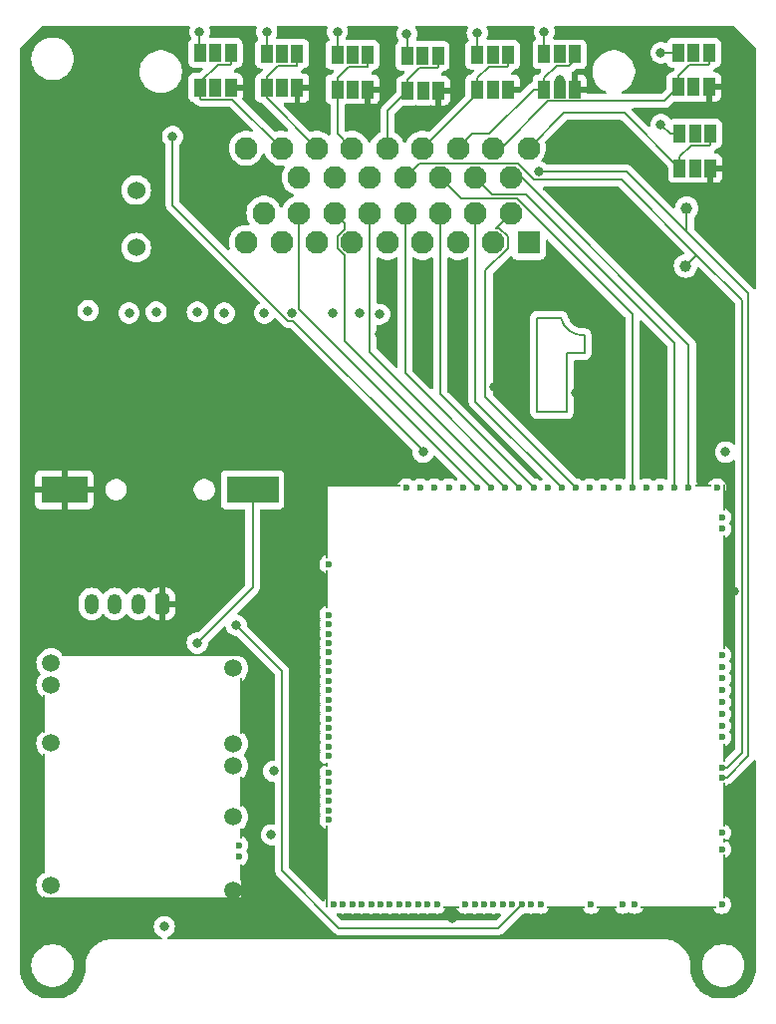
<source format=gbl>
G04 #@! TF.GenerationSoftware,KiCad,Pcbnew,8.0.4-8.0.4-0~ubuntu22.04.1*
G04 #@! TF.CreationDate,2024-07-19T04:05:59+00:00*
G04 #@! TF.ProjectId,PRODashController,50524f44-6173-4684-936f-6e74726f6c6c,rev?*
G04 #@! TF.SameCoordinates,Original*
G04 #@! TF.FileFunction,Copper,L4,Bot*
G04 #@! TF.FilePolarity,Positive*
%FSLAX46Y46*%
G04 Gerber Fmt 4.6, Leading zero omitted, Abs format (unit mm)*
G04 Created by KiCad (PCBNEW 8.0.4-8.0.4-0~ubuntu22.04.1) date 2024-07-19 04:05:59*
%MOMM*%
%LPD*%
G01*
G04 APERTURE LIST*
G04 #@! TA.AperFunction,EtchedComponent*
%ADD10C,0.200000*%
G04 #@! TD*
G04 #@! TA.AperFunction,ComponentPad*
%ADD11O,1.200000X1.750000*%
G04 #@! TD*
G04 #@! TA.AperFunction,ComponentPad*
%ADD12R,1.950000X1.950000*%
G04 #@! TD*
G04 #@! TA.AperFunction,ComponentPad*
%ADD13C,1.950000*%
G04 #@! TD*
G04 #@! TA.AperFunction,ComponentPad*
%ADD14C,1.500000*%
G04 #@! TD*
G04 #@! TA.AperFunction,ComponentPad*
%ADD15C,0.600000*%
G04 #@! TD*
G04 #@! TA.AperFunction,SMDPad,CuDef*
%ADD16O,0.200000X3.300000*%
G04 #@! TD*
G04 #@! TA.AperFunction,SMDPad,CuDef*
%ADD17O,0.200000X10.200000*%
G04 #@! TD*
G04 #@! TA.AperFunction,SMDPad,CuDef*
%ADD18O,0.200000X0.300000*%
G04 #@! TD*
G04 #@! TA.AperFunction,SMDPad,CuDef*
%ADD19O,17.000000X0.200000*%
G04 #@! TD*
G04 #@! TA.AperFunction,SMDPad,CuDef*
%ADD20O,15.400000X0.200000*%
G04 #@! TD*
G04 #@! TA.AperFunction,SMDPad,CuDef*
%ADD21O,0.200000X4.800000*%
G04 #@! TD*
G04 #@! TA.AperFunction,SMDPad,CuDef*
%ADD22O,0.200000X2.600000*%
G04 #@! TD*
G04 #@! TA.AperFunction,SMDPad,CuDef*
%ADD23O,0.200000X1.000000*%
G04 #@! TD*
G04 #@! TA.AperFunction,SMDPad,CuDef*
%ADD24O,0.200000X1.500000*%
G04 #@! TD*
G04 #@! TA.AperFunction,SMDPad,CuDef*
%ADD25R,0.200000X3.700000*%
G04 #@! TD*
G04 #@! TA.AperFunction,SMDPad,CuDef*
%ADD26R,0.200000X0.400000*%
G04 #@! TD*
G04 #@! TA.AperFunction,SMDPad,CuDef*
%ADD27R,0.200000X1.600000*%
G04 #@! TD*
G04 #@! TA.AperFunction,SMDPad,CuDef*
%ADD28R,0.200000X9.700000*%
G04 #@! TD*
G04 #@! TA.AperFunction,SMDPad,CuDef*
%ADD29R,0.200000X2.300000*%
G04 #@! TD*
G04 #@! TA.AperFunction,SMDPad,CuDef*
%ADD30R,1.400000X0.200000*%
G04 #@! TD*
G04 #@! TA.AperFunction,SMDPad,CuDef*
%ADD31R,6.400000X0.200000*%
G04 #@! TD*
G04 #@! TA.AperFunction,SMDPad,CuDef*
%ADD32R,1.700000X0.200000*%
G04 #@! TD*
G04 #@! TA.AperFunction,SMDPad,CuDef*
%ADD33R,3.300000X0.200000*%
G04 #@! TD*
G04 #@! TA.AperFunction,SMDPad,CuDef*
%ADD34R,0.200000X7.000000*%
G04 #@! TD*
G04 #@! TA.AperFunction,SMDPad,CuDef*
%ADD35R,0.200000X3.300000*%
G04 #@! TD*
G04 #@! TA.AperFunction,SMDPad,CuDef*
%ADD36R,0.200000X6.300000*%
G04 #@! TD*
G04 #@! TA.AperFunction,ComponentPad*
%ADD37C,1.524000*%
G04 #@! TD*
G04 #@! TA.AperFunction,SMDPad,CuDef*
%ADD38R,1.000000X1.500000*%
G04 #@! TD*
G04 #@! TA.AperFunction,SMDPad,CuDef*
%ADD39R,4.399991X2.299995*%
G04 #@! TD*
G04 #@! TA.AperFunction,SMDPad,CuDef*
%ADD40R,3.999992X2.299995*%
G04 #@! TD*
G04 #@! TA.AperFunction,SMDPad,CuDef*
%ADD41C,1.000000*%
G04 #@! TD*
G04 #@! TA.AperFunction,ViaPad*
%ADD42C,0.800000*%
G04 #@! TD*
G04 #@! TA.AperFunction,Conductor*
%ADD43C,0.200000*%
G04 #@! TD*
G04 APERTURE END LIST*
D10*
G04 #@! TO.C,G1*
X44294651Y58107713D02*
X46294651Y58107713D01*
X44294651Y50107713D02*
X44294651Y58107713D01*
X46794651Y55107713D02*
X46794651Y50107713D01*
X46794651Y50107713D02*
X44294651Y50107713D01*
X48294651Y55107713D02*
X46794651Y55107713D01*
X48294651Y55107713D02*
X48294651Y56607713D01*
X48294651Y56607713D02*
G75*
G02*
X46294651Y58107713I-78399J1978801D01*
G01*
G04 #@! TD*
G04 #@! TO.P,J2,1,Pin_1*
G04 #@! TO.N,GND*
G04 #@! TA.AperFunction,ComponentPad*
G36*
G01*
X13000000Y34425000D02*
X13000000Y33175000D01*
G75*
G02*
X12750000Y32925000I-250000J0D01*
G01*
X12050000Y32925000D01*
G75*
G02*
X11800000Y33175000I0J250000D01*
G01*
X11800000Y34425000D01*
G75*
G02*
X12050000Y34675000I250000J0D01*
G01*
X12750000Y34675000D01*
G75*
G02*
X13000000Y34425000I0J-250000D01*
G01*
G37*
G04 #@! TD.AperFunction*
D11*
G04 #@! TO.P,J2,2,Pin_2*
G04 #@! TO.N,/USB+*
X10400000Y33800000D03*
G04 #@! TO.P,J2,3,Pin_3*
G04 #@! TO.N,/USB-*
X8400000Y33800000D03*
G04 #@! TO.P,J2,4,Pin_4*
G04 #@! TO.N,/VBUS*
X6400000Y33800000D03*
G04 #@! TD*
D12*
G04 #@! TO.P,J1,1,1*
G04 #@! TO.N,/OUT-8*
X43550000Y64500000D03*
D13*
G04 #@! TO.P,J1,2,2*
G04 #@! TO.N,/OUT-7*
X40550000Y64500000D03*
G04 #@! TO.P,J1,3,3*
G04 #@! TO.N,/OUT-6*
X37550000Y64500000D03*
G04 #@! TO.P,J1,4,4*
G04 #@! TO.N,/OUT-5*
X34550000Y64500000D03*
G04 #@! TO.P,J1,5,5*
G04 #@! TO.N,/OUT-4*
X31550000Y64500000D03*
G04 #@! TO.P,J1,6,6*
G04 #@! TO.N,/OUT-3*
X28550000Y64500000D03*
G04 #@! TO.P,J1,7,7*
G04 #@! TO.N,/OUT-2*
X25550000Y64500000D03*
G04 #@! TO.P,J1,8,8*
G04 #@! TO.N,/OUT-1*
X22550000Y64500000D03*
G04 #@! TO.P,J1,9,9*
G04 #@! TO.N,/OUT-9*
X19550000Y64500000D03*
G04 #@! TO.P,J1,10,10*
G04 #@! TO.N,/AN5*
X42050000Y67000000D03*
G04 #@! TO.P,J1,11,11*
G04 #@! TO.N,/AN6*
X39050000Y67000000D03*
G04 #@! TO.P,J1,12,12*
G04 #@! TO.N,/AN7*
X36050000Y67000000D03*
G04 #@! TO.P,J1,13,13*
G04 #@! TO.N,/AN1*
X33050000Y67000000D03*
G04 #@! TO.P,J1,14,14*
G04 #@! TO.N,/AN2*
X30050000Y67000000D03*
G04 #@! TO.P,J1,15,15*
G04 #@! TO.N,/AN3*
X27050000Y67000000D03*
G04 #@! TO.P,J1,16,16*
G04 #@! TO.N,/AN4*
X24050000Y67000000D03*
G04 #@! TO.P,J1,17,17*
G04 #@! TO.N,/OUT-10*
X21050000Y67000000D03*
G04 #@! TO.P,J1,18,18*
G04 #@! TO.N,/TEMP2*
X42050000Y70000000D03*
G04 #@! TO.P,J1,19,19*
G04 #@! TO.N,/TEMP1*
X39050000Y70000000D03*
G04 #@! TO.P,J1,20,20*
G04 #@! TO.N,/VSS*
X36050000Y70000000D03*
G04 #@! TO.P,J1,21,21*
G04 #@! TO.N,/CAN-H*
X33050000Y70000000D03*
G04 #@! TO.P,J1,22,22*
G04 #@! TO.N,/CAN-L*
X30050000Y70000000D03*
G04 #@! TO.P,J1,23,23*
G04 #@! TO.N,+5VP*
X27050000Y70000000D03*
G04 #@! TO.P,J1,24,24*
G04 #@! TO.N,GNDA*
X24050000Y70000000D03*
G04 #@! TO.P,J1,25,25*
G04 #@! TO.N,GND*
X21050000Y70000000D03*
G04 #@! TO.P,J1,26,26*
G04 #@! TO.N,/D5*
X43550000Y72500000D03*
G04 #@! TO.P,J1,27,27*
G04 #@! TO.N,/D6*
X40550000Y72500000D03*
G04 #@! TO.P,J1,28,28*
G04 #@! TO.N,/D7*
X37550000Y72500000D03*
G04 #@! TO.P,J1,29,29*
G04 #@! TO.N,/SW_ON*
X34550000Y72500000D03*
G04 #@! TO.P,J1,30,30*
G04 #@! TO.N,/D1*
X31550000Y72500000D03*
G04 #@! TO.P,J1,31,31*
G04 #@! TO.N,/D2*
X28550000Y72500000D03*
G04 #@! TO.P,J1,32,32*
G04 #@! TO.N,/D3*
X25550000Y72500000D03*
G04 #@! TO.P,J1,33,33*
G04 #@! TO.N,/D4*
X22550000Y72500000D03*
G04 #@! TO.P,J1,34,34*
G04 #@! TO.N,+12V*
X19550000Y72500000D03*
G04 #@! TD*
D14*
G04 #@! TO.P,M2,E1,VBAT*
G04 #@! TO.N,Net-(D11-K)*
X18474995Y28324999D03*
G04 #@! TO.P,M2,E2,V12*
G04 #@! TO.N,+12V_PROT*
X18474995Y21925002D03*
G04 #@! TO.P,M2,E3,VIGN*
G04 #@! TO.N,Net-(M1-IN_VIGN_(PA5))*
X18474995Y20024999D03*
G04 #@! TO.P,M2,E4,V5*
G04 #@! TO.N,+5V*
X18474995Y15724999D03*
D15*
G04 #@! TO.P,M2,E5,EN_5VP*
G04 #@! TO.N,/EN_5VP*
X18924994Y13325002D03*
G04 #@! TO.P,M2,E6,PG_5VP*
G04 #@! TO.N,Net-(M2-PG_5VP)*
X18924994Y12325001D03*
D16*
G04 #@! TO.P,M2,S1,GND*
G04 #@! TO.N,GND*
X2324999Y24474999D03*
D17*
X2324999Y15975001D03*
D18*
X2324999Y8874999D03*
D19*
X10724997Y8824999D03*
D20*
X11524998Y29424999D03*
D14*
X18474995Y9474999D03*
D18*
X19124996Y29374999D03*
D21*
X19124996Y25175001D03*
D22*
X19124996Y17824999D03*
D23*
X19124996Y14325002D03*
D24*
X19124996Y11025001D03*
D14*
G04 #@! TO.P,M2,V1,V12_PERM*
G04 #@! TO.N,+12V_RAW*
X2974998Y28775001D03*
G04 #@! TO.P,M2,V2,IN_VIGN*
X2974998Y26925002D03*
G04 #@! TO.P,M2,V3,V12_RAW*
X2974998Y21974999D03*
G04 #@! TO.P,M2,V4,5VP*
G04 #@! TO.N,+5VP*
X2974998Y9925001D03*
G04 #@! TD*
D15*
G04 #@! TO.P,M1,E1,V5A_SWITCHABLE*
G04 #@! TO.N,+5VA*
X26575005Y37175005D03*
G04 #@! TO.P,M1,E2,GNDA*
G04 #@! TO.N,GNDA*
X26574995Y32875005D03*
G04 #@! TO.P,M1,E3,I2C_SCL_(PB10)*
G04 #@! TO.N,unconnected-(M1-I2C_SCL_(PB10)-PadE3)*
X26574995Y32075015D03*
G04 #@! TO.P,M1,E4,I2C_SDA_(PB11)*
G04 #@! TO.N,unconnected-(M1-I2C_SDA_(PB11)-PadE4)*
X26574995Y31275005D03*
G04 #@! TO.P,M1,E5,IN_VIGN_(PA5)*
G04 #@! TO.N,Net-(M1-IN_VIGN_(PA5))*
X26574995Y30475005D03*
G04 #@! TO.P,M1,E6,SPI2_CS_/_CAN2_RX_(PB12)*
G04 #@! TO.N,unconnected-(M1-SPI2_CS_{slash}_CAN2_RX_(PB12)-PadE6)*
X26574995Y29675005D03*
G04 #@! TO.P,M1,E7,SPI2_SCK_/_CAN2_TX_(PB13)*
G04 #@! TO.N,unconnected-(M1-SPI2_SCK_{slash}_CAN2_TX_(PB13)-PadE7)*
X26574995Y28875005D03*
G04 #@! TO.P,M1,E8,SPI2_MISO_(PB14)*
G04 #@! TO.N,unconnected-(M1-SPI2_MISO_(PB14)-PadE8)*
X26574995Y28075005D03*
G04 #@! TO.P,M1,E9,SPI2_MOSI_(PB15)*
G04 #@! TO.N,unconnected-(M1-SPI2_MOSI_(PB15)-PadE9)*
X26574995Y27275005D03*
G04 #@! TO.P,M1,E10,OUT_INJ8_(PD12)*
G04 #@! TO.N,/Outputs/IN_8*
X26574995Y26475005D03*
G04 #@! TO.P,M1,E11,OUT_INJ7_(PD15)*
G04 #@! TO.N,/Outputs/IN_7*
X26574995Y25675005D03*
G04 #@! TO.P,M1,E12,OUT_INJ6_(PA8)*
G04 #@! TO.N,/Outputs/IN_6*
X26574995Y24875005D03*
G04 #@! TO.P,M1,E13,OUT_INJ5_(PD2)*
G04 #@! TO.N,/Outputs/IN_5*
X26574995Y24075005D03*
G04 #@! TO.P,M1,E14,OUT_INJ4_(PD10)*
G04 #@! TO.N,/Outputs/IN_4*
X26574995Y23275005D03*
G04 #@! TO.P,M1,E15,OUT_INJ3_(PD11)*
G04 #@! TO.N,/Outputs/IN_3*
X26574995Y22475005D03*
G04 #@! TO.P,M1,E16,OUT_INJ2_(PA9)*
G04 #@! TO.N,/Outputs/IN_2*
X26575005Y21675015D03*
G04 #@! TO.P,M1,E17,OUT_INJ1_(PD3)*
G04 #@! TO.N,/Outputs/IN_1*
X26574995Y20875005D03*
G04 #@! TO.P,M1,E18,OUT_PWM1_(PD13)*
G04 #@! TO.N,/Outputs/IN_9*
X26574995Y19475005D03*
G04 #@! TO.P,M1,E19,OUT_PWM2_(PC6)*
G04 #@! TO.N,/Outputs/IN_10*
X26574995Y18675015D03*
G04 #@! TO.P,M1,E20,OUT_PWM3_(PC7)*
G04 #@! TO.N,unconnected-(M1-OUT_PWM3_(PC7)-PadE20)*
X26574995Y17875015D03*
G04 #@! TO.P,M1,E21,OUT_PWM4_(PC8)*
G04 #@! TO.N,unconnected-(M1-OUT_PWM4_(PC8)-PadE21)*
X26574995Y17075015D03*
G04 #@! TO.P,M1,E22,OUT_PWM5_(PC9)*
G04 #@! TO.N,unconnected-(M1-OUT_PWM5_(PC9)-PadE22)*
X26574995Y16275015D03*
G04 #@! TO.P,M1,E23,OUT_PWM6_(PD14)*
G04 #@! TO.N,unconnected-(M1-OUT_PWM6_(PD14)-PadE23)*
X26574995Y15475005D03*
D25*
G04 #@! TO.P,M1,G,GND*
G04 #@! TO.N,GND*
X60175005Y10625015D03*
D26*
X60175005Y13675005D03*
D25*
X60175005Y16725015D03*
D27*
X60175005Y21175005D03*
D28*
X60175005Y34825005D03*
D29*
X60175005Y42825005D03*
D30*
X58374995Y43875015D03*
D31*
X56275005Y8075015D03*
D32*
X50225005Y8075015D03*
D33*
X46725005Y8075015D03*
D30*
X36975005Y8075015D03*
D31*
X29475005Y43875015D03*
D34*
X26374995Y11474995D03*
D26*
X26374995Y20175015D03*
D35*
X26374995Y35025015D03*
D36*
X26374995Y40825015D03*
D15*
G04 #@! TO.P,M1,N1,VBUS*
G04 #@! TO.N,/VBUS*
X26974995Y8275005D03*
G04 #@! TO.P,M1,N2,USBM_(PA11)*
G04 #@! TO.N,/USB-*
X27774995Y8275005D03*
G04 #@! TO.P,M1,N3,USBP_(PA12)*
G04 #@! TO.N,/USB+*
X28574995Y8275005D03*
G04 #@! TO.P,M1,N4,USBID_(PA10)*
G04 #@! TO.N,unconnected-(M1-USBID_(PA10)-PadN4)*
X29375005Y8275005D03*
G04 #@! TO.P,M1,N5,SWDIO_(PA13)*
G04 #@! TO.N,unconnected-(M1-SWDIO_(PA13)-PadN5)*
X30174995Y8275005D03*
G04 #@! TO.P,M1,N6,SWCLK_(PA14)*
G04 #@! TO.N,unconnected-(M1-SWCLK_(PA14)-PadN6)*
X30974995Y8275005D03*
G04 #@! TO.P,M1,N7,nReset*
G04 #@! TO.N,unconnected-(M1-nReset-PadN7)*
X31774995Y8275005D03*
G04 #@! TO.P,M1,N8,SWO_(PB3)*
G04 #@! TO.N,unconnected-(M1-SWO_(PB3)-PadN8)*
X32575005Y8275005D03*
G04 #@! TO.P,M1,N9,SPI3_CS_(PA15)*
G04 #@! TO.N,unconnected-(M1-SPI3_CS_(PA15)-PadN9)*
X33374995Y8275015D03*
G04 #@! TO.P,M1,N10,SPI3_SCK_(PC10)*
G04 #@! TO.N,unconnected-(M1-SPI3_SCK_(PC10)-PadN10)*
X34174995Y8275015D03*
G04 #@! TO.P,M1,N11,SPI3_MISO_(PC11)*
G04 #@! TO.N,unconnected-(M1-SPI3_MISO_(PC11)-PadN11)*
X34974995Y8275015D03*
G04 #@! TO.P,M1,N12,SPI3_MOSI_(PC12)*
G04 #@! TO.N,/PG_5VP*
X35774995Y8275015D03*
G04 #@! TO.P,M1,N13,UART2_TX_(PD5)*
G04 #@! TO.N,unconnected-(M1-UART2_TX_(PD5)-PadN13)*
X38175005Y8275015D03*
G04 #@! TO.P,M1,N14,UART2_RX_(PD6)*
G04 #@! TO.N,unconnected-(M1-UART2_RX_(PD6)-PadN14)*
X38975005Y8275015D03*
G04 #@! TO.P,M1,N14a,LED_GREEN*
G04 #@! TO.N,unconnected-(M1-LED_GREEN-PadN14a)*
X39774995Y8275005D03*
G04 #@! TO.P,M1,N14b,LED_YELLOW*
G04 #@! TO.N,unconnected-(M1-LED_YELLOW-PadN14b)*
X40575005Y8275005D03*
G04 #@! TO.P,M1,N15,V33_SWITCHABLE*
G04 #@! TO.N,+3.3VA*
X41375005Y8275005D03*
G04 #@! TO.P,M1,N16,BOOT0*
G04 #@! TO.N,unconnected-(M1-BOOT0-PadN16)*
X42175005Y8275005D03*
G04 #@! TO.P,M1,N17,VBAT*
G04 #@! TO.N,Net-(D11-K)*
X42975005Y8275005D03*
G04 #@! TO.P,M1,N18,UART8_RX_(PE0)*
G04 #@! TO.N,unconnected-(M1-UART8_RX_(PE0)-PadN18)*
X43775005Y8275015D03*
G04 #@! TO.P,M1,N19,UART8_TX_(PE1)*
G04 #@! TO.N,unconnected-(M1-UART8_TX_(PE1)-PadN19)*
X44575005Y8275015D03*
G04 #@! TO.P,M1,N20,OUT_PWR_EN_(PE10)*
G04 #@! TO.N,/EN_5VP*
X48875005Y8275015D03*
G04 #@! TO.P,M1,N21,V33*
G04 #@! TO.N,+3.3V*
X51575005Y8275015D03*
G04 #@! TO.P,M1,N22,VCC*
G04 #@! TO.N,+5V*
X52574995Y8275015D03*
G04 #@! TO.P,M1,N23,V33*
G04 #@! TO.N,unconnected-(M1-V33-PadN23)*
X59975005Y8275015D03*
G04 #@! TO.P,M1,S1,IN_D4_(PE15)*
G04 #@! TO.N,/Digital Inputs/D4_OUT*
X33174985Y43675015D03*
G04 #@! TO.P,M1,S2,IN_D3_(PE14)*
G04 #@! TO.N,/Digital Inputs/D3_OUT*
X34374995Y43675015D03*
G04 #@! TO.P,M1,S3,IN_D2_(PE13)*
G04 #@! TO.N,/Digital Inputs/D2_OUT*
X35574995Y43675015D03*
G04 #@! TO.P,M1,S4,IN_D1_(PE12)*
G04 #@! TO.N,/Digital Inputs/D1_OUT*
X36774995Y43675015D03*
G04 #@! TO.P,M1,S5,VREF2*
G04 #@! TO.N,unconnected-(M1-VREF2-PadS5)*
X37974995Y43675015D03*
G04 #@! TO.P,M1,S6,IN_AUX4_(PC5)*
G04 #@! TO.N,/AN4*
X39174995Y43675015D03*
G04 #@! TO.P,M1,S7,IN_AUX3_(PA7)*
G04 #@! TO.N,/AN3*
X40374995Y43675015D03*
G04 #@! TO.P,M1,S8,IN_AUX2_(PC4/PE9)*
G04 #@! TO.N,/AN2*
X41574995Y43675015D03*
G04 #@! TO.P,M1,S9,IN_AUX1_(PB0)*
G04 #@! TO.N,/AN1*
X42774995Y43675015D03*
G04 #@! TO.P,M1,S10,IN_O2S2_(PA1)*
G04 #@! TO.N,/AN7*
X43974995Y43675015D03*
G04 #@! TO.P,M1,S11,IN_O2S_/_CAN_WAKEUP_(PA0)*
G04 #@! TO.N,/Digital Inputs/SW_ON_OUT*
X45174995Y43675015D03*
G04 #@! TO.P,M1,S12,IN_MAP2_(PC1)*
G04 #@! TO.N,/AN6*
X46374995Y43675015D03*
G04 #@! TO.P,M1,S13,IN_MAP1_(PC0)*
G04 #@! TO.N,/AN5*
X47574995Y43675015D03*
G04 #@! TO.P,M1,S14,IN_CRANK_(PB1)*
G04 #@! TO.N,/Digital Inputs/D6_OUT*
X48774995Y43675015D03*
G04 #@! TO.P,M1,S15,IN_KNOCK_(PA2)*
G04 #@! TO.N,/Digital Inputs/D5_OUT*
X49974995Y43675015D03*
G04 #@! TO.P,M1,S16,IN_CAM_(PA6)*
G04 #@! TO.N,/Digital Inputs/D7_OUT*
X51174995Y43675015D03*
G04 #@! TO.P,M1,S17,IN_VSS_(PE11)*
G04 #@! TO.N,/VSS*
X52374995Y43675015D03*
G04 #@! TO.P,M1,S18,IN_TPS_(PA4)*
G04 #@! TO.N,/IN_VMAIN*
X53575005Y43675015D03*
G04 #@! TO.P,M1,S19,IN_PPS_(PA3)*
G04 #@! TO.N,unconnected-(M1-IN_PPS_(PA3)-PadS19)*
X54775005Y43675015D03*
G04 #@! TO.P,M1,S20,IN_IAT_(PC3)*
G04 #@! TO.N,/TEMP1*
X55975005Y43675015D03*
G04 #@! TO.P,M1,S21,IN_CLT_(PC2)*
G04 #@! TO.N,/TEMP2*
X57175005Y43675015D03*
G04 #@! TO.P,M1,S22,VREF1*
G04 #@! TO.N,unconnected-(M1-VREF1-PadS22)*
X59575005Y43675015D03*
G04 #@! TO.P,M1,W1,GNDA*
G04 #@! TO.N,GNDA*
X59975005Y41175005D03*
G04 #@! TO.P,M1,W2,V5A_SWITCHABLE*
G04 #@! TO.N,unconnected-(M1-V5A_SWITCHABLE-PadW2)*
X59975005Y40175005D03*
G04 #@! TO.P,M1,W3,IGN8_(PE6)*
G04 #@! TO.N,unconnected-(M1-IGN8_(PE6)-PadW3)*
X59975005Y29475015D03*
G04 #@! TO.P,M1,W4,IGN7_(PB9)*
G04 #@! TO.N,unconnected-(M1-IGN7_(PB9)-PadW4)*
X59975005Y28475005D03*
G04 #@! TO.P,M1,W5,IGN6_(PB8)*
G04 #@! TO.N,unconnected-(M1-IGN6_(PB8)-PadW5)*
X59975005Y27475015D03*
G04 #@! TO.P,M1,W6,IGN5_(PE2)*
G04 #@! TO.N,unconnected-(M1-IGN5_(PE2)-PadW6)*
X59975005Y26475015D03*
G04 #@! TO.P,M1,W7,IGN4_(PE3)*
G04 #@! TO.N,unconnected-(M1-IGN4_(PE3)-PadW7)*
X59975005Y25475015D03*
G04 #@! TO.P,M1,W8,IGN3_(PE4)*
G04 #@! TO.N,unconnected-(M1-IGN3_(PE4)-PadW8)*
X59975005Y24475015D03*
G04 #@! TO.P,M1,W9,IGN2_(PE5)*
G04 #@! TO.N,unconnected-(M1-IGN2_(PE5)-PadW9)*
X59975005Y23475015D03*
G04 #@! TO.P,M1,W10,IGN1_(PC13)*
G04 #@! TO.N,unconnected-(M1-IGN1_(PC13)-PadW10)*
X59975005Y22475015D03*
G04 #@! TO.P,M1,W11,CANH*
G04 #@! TO.N,/CAN-H*
X59975005Y19875015D03*
G04 #@! TO.P,M1,W12,CANL*
G04 #@! TO.N,/CAN-L*
X59975005Y19075015D03*
G04 #@! TO.P,M1,W13,V33_REF*
G04 #@! TO.N,unconnected-(M1-V33_REF-PadW13)*
X59975005Y14375005D03*
G04 #@! TO.P,M1,W14,V5A_SWITCHABLE*
G04 #@! TO.N,unconnected-(M1-V5A_SWITCHABLE-PadW14)*
X59975005Y12975015D03*
G04 #@! TD*
D37*
G04 #@! TO.P,F1,1,1*
G04 #@! TO.N,+12V*
X10200000Y68950000D03*
G04 #@! TO.P,F1,2,2*
G04 #@! TO.N,+12V_RAW*
X10200000Y64050000D03*
G04 #@! TD*
D38*
G04 #@! TO.P,JP7,1,A*
G04 #@! TO.N,GND*
X23900000Y77600000D03*
G04 #@! TO.P,JP7,2,C*
G04 #@! TO.N,Net-(JP7-C)*
X22600000Y77600000D03*
G04 #@! TO.P,JP7,3,B*
G04 #@! TO.N,/D3*
X21300000Y77600000D03*
G04 #@! TD*
D39*
G04 #@! TO.P,BT1,1,+*
G04 #@! TO.N,Net-(BT1-+)*
X20100094Y43500000D03*
D40*
G04 #@! TO.P,BT1,2,-*
G04 #@! TO.N,GND*
X4100075Y43500000D03*
G04 #@! TD*
D38*
G04 #@! TO.P,JP6,1,A*
G04 #@! TO.N,/D3*
X23900000Y80530000D03*
G04 #@! TO.P,JP6,2,C*
G04 #@! TO.N,Net-(JP6-C)*
X22600000Y80530000D03*
G04 #@! TO.P,JP6,3,B*
G04 #@! TO.N,+12V_PROT*
X21300000Y80530000D03*
G04 #@! TD*
G04 #@! TO.P,JP15,1,A*
G04 #@! TO.N,GND*
X47500000Y77500000D03*
G04 #@! TO.P,JP15,2,C*
G04 #@! TO.N,Net-(JP15-C)*
X46200000Y77500000D03*
G04 #@! TO.P,JP15,3,B*
G04 #@! TO.N,/D7*
X44900000Y77500000D03*
G04 #@! TD*
G04 #@! TO.P,JP10,1,A*
G04 #@! TO.N,/D5*
X59000000Y73730000D03*
G04 #@! TO.P,JP10,2,C*
G04 #@! TO.N,Net-(JP10-C)*
X57700000Y73730000D03*
G04 #@! TO.P,JP10,3,B*
G04 #@! TO.N,+12V_PROT*
X56400000Y73730000D03*
G04 #@! TD*
G04 #@! TO.P,JP2,1,A*
G04 #@! TO.N,/D1*
X35850000Y80357500D03*
G04 #@! TO.P,JP2,2,C*
G04 #@! TO.N,Net-(JP2-C)*
X34550000Y80357500D03*
G04 #@! TO.P,JP2,3,B*
G04 #@! TO.N,+12V_PROT*
X33250000Y80357500D03*
G04 #@! TD*
G04 #@! TO.P,JP11,1,A*
G04 #@! TO.N,GND*
X59000000Y70800000D03*
G04 #@! TO.P,JP11,2,C*
G04 #@! TO.N,Net-(JP11-C)*
X57700000Y70800000D03*
G04 #@! TO.P,JP11,3,B*
G04 #@! TO.N,/D5*
X56400000Y70800000D03*
G04 #@! TD*
G04 #@! TO.P,JP3,1,A*
G04 #@! TO.N,GND*
X35900000Y77400000D03*
G04 #@! TO.P,JP3,2,C*
G04 #@! TO.N,Net-(JP3-C)*
X34600000Y77400000D03*
G04 #@! TO.P,JP3,3,B*
G04 #@! TO.N,/D1*
X33300000Y77400000D03*
G04 #@! TD*
D41*
G04 #@! TO.P,TP10,1,1*
G04 #@! TO.N,/CAN-L*
X57000000Y67400000D03*
G04 #@! TD*
D38*
G04 #@! TO.P,JP8,1,A*
G04 #@! TO.N,/D4*
X18250000Y80600000D03*
G04 #@! TO.P,JP8,2,C*
G04 #@! TO.N,Net-(JP8-C)*
X16950000Y80600000D03*
G04 #@! TO.P,JP8,3,B*
G04 #@! TO.N,+12V_PROT*
X15650000Y80600000D03*
G04 #@! TD*
G04 #@! TO.P,JP9,1,A*
G04 #@! TO.N,GND*
X18250000Y77657500D03*
G04 #@! TO.P,JP9,2,C*
G04 #@! TO.N,Net-(JP9-C)*
X16950000Y77657500D03*
G04 #@! TO.P,JP9,3,B*
G04 #@! TO.N,/D4*
X15650000Y77657500D03*
G04 #@! TD*
G04 #@! TO.P,JP16,1,A*
G04 #@! TO.N,/SW_ON*
X41800000Y80442500D03*
G04 #@! TO.P,JP16,2,C*
G04 #@! TO.N,Net-(JP16-C)*
X40500000Y80442500D03*
G04 #@! TO.P,JP16,3,B*
G04 #@! TO.N,+12V_PROT*
X39200000Y80442500D03*
G04 #@! TD*
G04 #@! TO.P,JP17,1,A*
G04 #@! TO.N,GND*
X41800000Y77500000D03*
G04 #@! TO.P,JP17,2,C*
G04 #@! TO.N,Net-(JP17-C)*
X40500000Y77500000D03*
G04 #@! TO.P,JP17,3,B*
G04 #@! TO.N,/SW_ON*
X39200000Y77500000D03*
G04 #@! TD*
G04 #@! TO.P,JP5,1,A*
G04 #@! TO.N,GND*
X29900000Y77500000D03*
G04 #@! TO.P,JP5,2,C*
G04 #@! TO.N,Net-(JP5-C)*
X28600000Y77500000D03*
G04 #@! TO.P,JP5,3,B*
G04 #@! TO.N,/D2*
X27300000Y77500000D03*
G04 #@! TD*
G04 #@! TO.P,JP14,1,A*
G04 #@! TO.N,/D7*
X47500000Y80472500D03*
G04 #@! TO.P,JP14,2,C*
G04 #@! TO.N,Net-(JP14-C)*
X46200000Y80472500D03*
G04 #@! TO.P,JP14,3,B*
G04 #@! TO.N,+12V_PROT*
X44900000Y80472500D03*
G04 #@! TD*
G04 #@! TO.P,JP4,1,A*
G04 #@! TO.N,/D2*
X29900000Y80442500D03*
G04 #@! TO.P,JP4,2,C*
G04 #@! TO.N,Net-(JP4-C)*
X28600000Y80442500D03*
G04 #@! TO.P,JP4,3,B*
G04 #@! TO.N,+12V_PROT*
X27300000Y80442500D03*
G04 #@! TD*
G04 #@! TO.P,JP13,1,A*
G04 #@! TO.N,GND*
X58900000Y77700000D03*
G04 #@! TO.P,JP13,2,C*
G04 #@! TO.N,Net-(JP13-C)*
X57600000Y77700000D03*
G04 #@! TO.P,JP13,3,B*
G04 #@! TO.N,/D6*
X56300000Y77700000D03*
G04 #@! TD*
G04 #@! TO.P,JP12,1,A*
G04 #@! TO.N,/D6*
X58900000Y80600000D03*
G04 #@! TO.P,JP12,2,C*
G04 #@! TO.N,Net-(JP12-C)*
X57600000Y80600000D03*
G04 #@! TO.P,JP12,3,B*
G04 #@! TO.N,+12V_PROT*
X56300000Y80600000D03*
G04 #@! TD*
D41*
G04 #@! TO.P,TP9,1,1*
G04 #@! TO.N,/CAN-H*
X56900000Y62500000D03*
G04 #@! TD*
D42*
G04 #@! TO.N,Net-(BT1-+)*
X15400000Y30500000D03*
G04 #@! TO.N,GND*
X23100000Y7600000D03*
X17500000Y46600000D03*
X47100000Y46800000D03*
X25500000Y77700000D03*
X61500000Y13700000D03*
X25500000Y20300000D03*
X25400000Y10400000D03*
X19700000Y78500000D03*
X51000000Y64900000D03*
X19200000Y68400000D03*
X25300000Y14400000D03*
X1400000Y20100000D03*
X1400000Y12900000D03*
X22500000Y46100000D03*
X52700000Y66100000D03*
X37500000Y80600000D03*
X37100000Y7100000D03*
X60500000Y75600000D03*
X45400000Y7000000D03*
X34700000Y53300000D03*
X17200000Y65700000D03*
X11400000Y71000000D03*
X13700000Y81600000D03*
X57400000Y60900000D03*
X18500000Y74700000D03*
X59400000Y68000000D03*
X33000000Y45600000D03*
X49300000Y66900000D03*
X40600000Y52200000D03*
X20000000Y22900000D03*
X19200000Y69900000D03*
X54100000Y45100000D03*
X24600000Y46300000D03*
X59300000Y75600000D03*
X28700000Y46400000D03*
X5600000Y7900000D03*
X58900000Y51200000D03*
X17000000Y7900000D03*
X43300000Y80700000D03*
X25500000Y80300000D03*
X20000000Y14400000D03*
X18000000Y68400000D03*
X19800000Y80600000D03*
X25800000Y35500000D03*
X12400000Y30800000D03*
X18000000Y69900000D03*
X16800000Y68400000D03*
X37300000Y57700000D03*
X37500000Y52800000D03*
X15500000Y34200000D03*
X16800000Y69900000D03*
X12600000Y46300000D03*
X20800000Y17700000D03*
X30900000Y56700000D03*
X1400000Y11400000D03*
X1400000Y18500000D03*
X61000000Y34900000D03*
X49400000Y81100000D03*
X14100000Y75500000D03*
X31600000Y80300000D03*
X42500000Y53200000D03*
X53500000Y77700000D03*
X7400000Y80000000D03*
X47600000Y51700000D03*
G04 #@! TO.N,+12V_RAW*
X30900000Y58400000D03*
X11900000Y58600000D03*
X9600000Y58500000D03*
X6100000Y58700000D03*
X17700000Y58500000D03*
X21100000Y58500000D03*
X15400000Y58600000D03*
X29200000Y58500000D03*
X23400000Y58500000D03*
X26900000Y58500000D03*
G04 #@! TO.N,Net-(D11-K)*
X18700000Y32000000D03*
G04 #@! TO.N,/IN_VMAIN*
X13300000Y73500000D03*
X34600000Y46700000D03*
G04 #@! TO.N,GNDA*
X60300000Y46700000D03*
G04 #@! TO.N,Net-(M1-IN_VIGN_(PA5))*
X21900000Y19600000D03*
G04 #@! TO.N,+5V*
X21700000Y14200000D03*
G04 #@! TO.N,/CAN-L*
X44400000Y70500000D03*
G04 #@! TO.N,+12V_PROT*
X21300000Y82400000D03*
X44900000Y82400000D03*
X54800000Y74500000D03*
X33200000Y82200000D03*
X27300000Y82400000D03*
X15600000Y82400000D03*
X39200000Y82300000D03*
X54800000Y80600000D03*
G04 #@! TO.N,+5VP*
X12600000Y6400000D03*
G04 #@! TO.N,Net-(JP2-C)*
X34600000Y80400000D03*
G04 #@! TO.N,Net-(JP4-C)*
X28600000Y80500000D03*
G04 #@! TO.N,Net-(JP6-C)*
X22600000Y80600000D03*
G04 #@! TO.N,Net-(JP8-C)*
X17000000Y80600000D03*
G04 #@! TO.N,Net-(JP10-C)*
X57700000Y73800000D03*
G04 #@! TO.N,Net-(JP12-C)*
X57600000Y80600000D03*
G04 #@! TO.N,Net-(JP14-C)*
X46200000Y80500000D03*
G04 #@! TO.N,Net-(JP16-C)*
X40500000Y80400000D03*
G04 #@! TO.N,Net-(JP3-C)*
X34600000Y77400000D03*
G04 #@! TO.N,Net-(JP5-C)*
X28600000Y77500000D03*
G04 #@! TO.N,Net-(JP7-C)*
X22600000Y77600000D03*
G04 #@! TO.N,Net-(JP9-C)*
X17000000Y77700000D03*
G04 #@! TO.N,Net-(JP11-C)*
X57700000Y70800000D03*
G04 #@! TO.N,Net-(JP13-C)*
X57600000Y77700000D03*
G04 #@! TO.N,Net-(JP15-C)*
X46200000Y78300000D03*
G04 #@! TO.N,Net-(JP17-C)*
X40500000Y77400000D03*
G04 #@! TD*
D43*
G04 #@! TO.N,Net-(BT1-+)*
X20100094Y35200094D02*
X15400000Y30500000D01*
X20100094Y43500000D02*
X20100094Y35200094D01*
G04 #@! TO.N,GND*
X61475005Y13675005D02*
X61500000Y13700000D01*
X26374995Y20175015D02*
X25624985Y20175015D01*
X60175005Y13675005D02*
X61475005Y13675005D01*
X25624985Y20175015D02*
X25500000Y20300000D01*
X1400000Y20100000D02*
X1400000Y23550000D01*
X1400000Y23550000D02*
X2324999Y24474999D01*
G04 #@! TO.N,Net-(D11-K)*
X18700000Y32000000D02*
X22600000Y28100000D01*
X27449990Y6300000D02*
X41000000Y6300000D01*
X41000000Y6300000D02*
X42975005Y8275005D01*
X22600000Y11149990D02*
X27449990Y6300000D01*
X22600000Y28100000D02*
X22600000Y11149990D01*
G04 #@! TO.N,/IN_VMAIN*
X13300000Y67680761D02*
X23130761Y57850000D01*
X13300000Y73500000D02*
X13300000Y67680761D01*
X34600000Y46800000D02*
X34600000Y46700000D01*
X23550000Y57850000D02*
X34600000Y46800000D01*
X23130761Y57850000D02*
X23550000Y57850000D01*
G04 #@! TO.N,/AN4*
X24050000Y67000000D02*
X24050000Y58800010D01*
X24050000Y58800010D02*
X39174995Y43675015D01*
G04 #@! TO.N,/AN3*
X27900000Y65582412D02*
X27325000Y65007412D01*
X27050000Y67000000D02*
X27900000Y66150000D01*
X27900000Y63417588D02*
X27900000Y56150010D01*
X27325000Y65007412D02*
X27325000Y63992588D01*
X27900000Y66150000D02*
X27900000Y65582412D01*
X27900000Y56150010D02*
X40374995Y43675015D01*
X27325000Y63992588D02*
X27900000Y63417588D01*
G04 #@! TO.N,/AN2*
X30050000Y67000000D02*
X30050000Y55200010D01*
X30050000Y55200010D02*
X41574995Y43675015D01*
G04 #@! TO.N,/AN1*
X33050000Y53400010D02*
X42774995Y43675015D01*
X33050000Y67000000D02*
X33050000Y53400010D01*
G04 #@! TO.N,/AN7*
X36050000Y67000000D02*
X36050000Y51600010D01*
X36050000Y51600010D02*
X43974995Y43675015D01*
G04 #@! TO.N,/AN6*
X39050000Y67000000D02*
X39050000Y51000010D01*
X39050000Y51000010D02*
X46374995Y43675015D01*
G04 #@! TO.N,/AN5*
X41775000Y65007412D02*
X41775000Y63992588D01*
X40775000Y65725000D02*
X41057412Y65725000D01*
X41775000Y63992588D02*
X39900000Y62117588D01*
X42050000Y67000000D02*
X40775000Y65725000D01*
X39900000Y51350010D02*
X47574995Y43675015D01*
X41057412Y65725000D02*
X41775000Y65007412D01*
X39900000Y62117588D02*
X39900000Y51350010D01*
G04 #@! TO.N,/VSS*
X36050000Y70000000D02*
X37825000Y68225000D01*
X52374995Y58407417D02*
X52374995Y43675015D01*
X42557412Y68225000D02*
X52374995Y58407417D01*
X37825000Y68225000D02*
X42557412Y68225000D01*
G04 #@! TO.N,/TEMP1*
X43325000Y68575000D02*
X55975005Y55924995D01*
X40475000Y68575000D02*
X43325000Y68575000D01*
X39050000Y70000000D02*
X40475000Y68575000D01*
X55975005Y55924995D02*
X55975005Y43675015D01*
G04 #@! TO.N,/TEMP2*
X57175005Y55824995D02*
X57175005Y43675015D01*
X43000000Y70000000D02*
X57175005Y55824995D01*
X42050000Y70000000D02*
X43000000Y70000000D01*
G04 #@! TO.N,/CAN-H*
X57850000Y63450000D02*
X51450000Y69850000D01*
X61700000Y59600000D02*
X57850000Y63450000D01*
X56900000Y62500000D02*
X57850000Y63450000D01*
X51450000Y69850000D02*
X44040380Y69850000D01*
X44040380Y69850000D02*
X42665380Y71225000D01*
X59975005Y19875015D02*
X60399269Y19875015D01*
X61700000Y21175746D02*
X61700000Y59600000D01*
X34275000Y71225000D02*
X33050000Y70000000D01*
X42665380Y71225000D02*
X34275000Y71225000D01*
X60399269Y19875015D02*
X61700000Y21175746D01*
G04 #@! TO.N,/CAN-L*
X57000000Y67400000D02*
X57000000Y65600000D01*
X44400000Y70500000D02*
X51900000Y70500000D01*
X60399269Y19075015D02*
X59975005Y19075015D01*
X56900000Y65500000D02*
X62200000Y60200000D01*
X57000000Y65600000D02*
X56900000Y65500000D01*
X51900000Y70500000D02*
X56900000Y65500000D01*
X62200000Y60200000D02*
X62200000Y20875746D01*
X62200000Y20875746D02*
X60399269Y19075015D01*
G04 #@! TO.N,+12V_PROT*
X33250000Y82150000D02*
X33200000Y82200000D01*
X56400000Y73730000D02*
X55570000Y73730000D01*
X33250000Y80357500D02*
X33250000Y82150000D01*
X15600000Y82400000D02*
X15600000Y80650000D01*
X44900000Y80472500D02*
X44900000Y82400000D01*
X27300000Y80442500D02*
X27300000Y82400000D01*
X56300000Y80600000D02*
X54800000Y80600000D01*
X55570000Y73730000D02*
X54800000Y74500000D01*
X15600000Y80650000D02*
X15650000Y80600000D01*
X39200000Y80442500D02*
X39200000Y82300000D01*
X21300000Y80530000D02*
X21300000Y82400000D01*
G04 #@! TO.N,Net-(JP15-C)*
X46200000Y77500000D02*
X46200000Y78300000D01*
G04 #@! TO.N,/D1*
X35800000Y79357500D02*
X35850000Y79407500D01*
X34307500Y79357500D02*
X35800000Y79357500D01*
X31550000Y72500000D02*
X31550000Y75650000D01*
X33300000Y77400000D02*
X33300000Y78350000D01*
X35850000Y79407500D02*
X35850000Y80357500D01*
X31550000Y75650000D02*
X33300000Y77400000D01*
X33300000Y78350000D02*
X34307500Y79357500D01*
G04 #@! TO.N,/D2*
X27300000Y73750000D02*
X27300000Y77500000D01*
X28550000Y72500000D02*
X27300000Y73750000D01*
X28292500Y79442500D02*
X29850000Y79442500D01*
X27300000Y77500000D02*
X27300000Y78450000D01*
X29900000Y79492500D02*
X29900000Y80442500D01*
X29850000Y79442500D02*
X29900000Y79492500D01*
X27300000Y78450000D02*
X28292500Y79442500D01*
G04 #@! TO.N,/D3*
X21300000Y76750000D02*
X21300000Y77600000D01*
X22280000Y79530000D02*
X23850000Y79530000D01*
X21300000Y78550000D02*
X22280000Y79530000D01*
X23850000Y79530000D02*
X23900000Y79580000D01*
X25550000Y72500000D02*
X21300000Y76750000D01*
X23900000Y79580000D02*
X23900000Y80530000D01*
X21300000Y77600000D02*
X21300000Y78550000D01*
G04 #@! TO.N,/D4*
X15700000Y76657500D02*
X15650000Y76707500D01*
X15650000Y78107500D02*
X17142500Y79600000D01*
X18392500Y76657500D02*
X15700000Y76657500D01*
X15650000Y77657500D02*
X15650000Y78107500D01*
X22550000Y72500000D02*
X18392500Y76657500D01*
X15650000Y76707500D02*
X15650000Y77657500D01*
X17142500Y79600000D02*
X18200000Y79600000D01*
X18250000Y79650000D02*
X18250000Y80600000D01*
X18200000Y79600000D02*
X18250000Y79650000D01*
G04 #@! TO.N,/D5*
X56400000Y71750000D02*
X57380000Y72730000D01*
X51700000Y75500000D02*
X56400000Y70800000D01*
X57380000Y72730000D02*
X58950000Y72730000D01*
X43550000Y72500000D02*
X46550000Y75500000D01*
X56400000Y70800000D02*
X56400000Y71750000D01*
X46550000Y75500000D02*
X51700000Y75500000D01*
X59000000Y72780000D02*
X59000000Y73730000D01*
X58950000Y72730000D02*
X59000000Y72780000D01*
G04 #@! TO.N,/D6*
X45200000Y76500000D02*
X55100000Y76500000D01*
X56300000Y77700000D02*
X56300000Y78650000D01*
X40550000Y72500000D02*
X41200000Y72500000D01*
X58850000Y79600000D02*
X58900000Y79650000D01*
X56300000Y78650000D02*
X57250000Y79600000D01*
X57250000Y79600000D02*
X58850000Y79600000D01*
X55100000Y76500000D02*
X56300000Y77700000D01*
X41200000Y72500000D02*
X45200000Y76500000D01*
X58900000Y79650000D02*
X58900000Y80600000D01*
G04 #@! TO.N,/D7*
X37550000Y72500000D02*
X38775000Y73725000D01*
X44900000Y78450000D02*
X45922500Y79472500D01*
X40225000Y73725000D02*
X44000000Y77500000D01*
X44900000Y77500000D02*
X44900000Y78450000D01*
X44000000Y77500000D02*
X44900000Y77500000D01*
X45922500Y79472500D02*
X46972500Y79472500D01*
X38775000Y73725000D02*
X40225000Y73725000D01*
X46972500Y79472500D02*
X47500000Y80000000D01*
X47500000Y80000000D02*
X47500000Y80472500D01*
G04 #@! TO.N,/SW_ON*
X39200000Y78450000D02*
X40192500Y79442500D01*
X39200000Y77150000D02*
X39200000Y77500000D01*
X41750000Y79442500D02*
X41800000Y79492500D01*
X34550000Y72500000D02*
X39200000Y77150000D01*
X39200000Y77500000D02*
X39200000Y78450000D01*
X41800000Y79492500D02*
X41800000Y80442500D01*
X40192500Y79442500D02*
X41750000Y79442500D01*
G04 #@! TD*
G04 #@! TA.AperFunction,Conductor*
G04 #@! TO.N,GND*
G36*
X14711823Y82879815D02*
G01*
X14757578Y82827011D01*
X14767522Y82757853D01*
X14762715Y82737182D01*
X14761102Y82732216D01*
X14714326Y82588256D01*
X14694540Y82400000D01*
X14714326Y82211744D01*
X14714327Y82211741D01*
X14772818Y82031723D01*
X14772821Y82031716D01*
X14854396Y81890423D01*
X14870869Y81822522D01*
X14848016Y81756495D01*
X14821323Y81729158D01*
X14805540Y81717342D01*
X14792454Y81707546D01*
X14792453Y81707545D01*
X14792452Y81707544D01*
X14706206Y81592336D01*
X14706202Y81592329D01*
X14655908Y81457483D01*
X14649501Y81397884D01*
X14649501Y81397877D01*
X14649500Y81397865D01*
X14649500Y79802130D01*
X14649501Y79802124D01*
X14655908Y79742517D01*
X14706202Y79607672D01*
X14706206Y79607665D01*
X14792452Y79492456D01*
X14792455Y79492453D01*
X14907664Y79406207D01*
X14907671Y79406203D01*
X15042517Y79355909D01*
X15042516Y79355909D01*
X15049444Y79355165D01*
X15102127Y79349500D01*
X15743403Y79349501D01*
X15810441Y79329817D01*
X15856196Y79277013D01*
X15866140Y79207854D01*
X15837115Y79144298D01*
X15831083Y79137820D01*
X15637582Y78944319D01*
X15576259Y78910834D01*
X15549901Y78908000D01*
X15102129Y78908000D01*
X15102123Y78907999D01*
X15042516Y78901592D01*
X14907671Y78851298D01*
X14907664Y78851294D01*
X14792455Y78765048D01*
X14792452Y78765045D01*
X14706206Y78649836D01*
X14706202Y78649829D01*
X14655908Y78514983D01*
X14649501Y78455384D01*
X14649500Y78455365D01*
X14649500Y76859630D01*
X14649501Y76859624D01*
X14655908Y76800017D01*
X14706202Y76665172D01*
X14706206Y76665165D01*
X14792452Y76549956D01*
X14792455Y76549953D01*
X14907664Y76463707D01*
X14907671Y76463703D01*
X15042517Y76413409D01*
X15042516Y76413409D01*
X15069311Y76410528D01*
X15133862Y76383790D01*
X15163442Y76349241D01*
X15169477Y76338788D01*
X15169479Y76338785D01*
X15169480Y76338784D01*
X15219480Y76288784D01*
X15252355Y76255909D01*
X15331284Y76176980D01*
X15331286Y76176979D01*
X15331290Y76176976D01*
X15468209Y76097927D01*
X15468216Y76097923D01*
X15620943Y76056999D01*
X15620945Y76056999D01*
X15786654Y76056999D01*
X15786670Y76057000D01*
X18092403Y76057000D01*
X18159442Y76037315D01*
X18180084Y76020681D01*
X20070561Y74130204D01*
X20104046Y74068881D01*
X20099062Y73999189D01*
X20057190Y73943256D01*
X19991726Y73918839D01*
X19942619Y73925241D01*
X19913457Y73935252D01*
X19750671Y73962416D01*
X19672263Y73975500D01*
X19427737Y73975500D01*
X19379498Y73967451D01*
X19186541Y73935252D01*
X18955270Y73855857D01*
X18955265Y73855855D01*
X18740212Y73739474D01*
X18740208Y73739471D01*
X18547252Y73589287D01*
X18547242Y73589278D01*
X18381632Y73409379D01*
X18247888Y73204667D01*
X18149663Y72980735D01*
X18089636Y72743696D01*
X18089634Y72743684D01*
X18069443Y72500006D01*
X18069443Y72499995D01*
X18089634Y72256317D01*
X18089636Y72256305D01*
X18149663Y72019266D01*
X18247888Y71795334D01*
X18381632Y71590622D01*
X18547242Y71410723D01*
X18547252Y71410714D01*
X18740208Y71260530D01*
X18740212Y71260527D01*
X18902154Y71172888D01*
X18955267Y71144145D01*
X18955270Y71144144D01*
X19186541Y71064749D01*
X19186543Y71064749D01*
X19186545Y71064748D01*
X19427737Y71024500D01*
X19427738Y71024500D01*
X19672262Y71024500D01*
X19672263Y71024500D01*
X19913455Y71064748D01*
X20144733Y71144145D01*
X20359788Y71260527D01*
X20552754Y71410719D01*
X20718368Y71590623D01*
X20852111Y71795333D01*
X20936444Y71987595D01*
X20981400Y72041080D01*
X21048136Y72061770D01*
X21115464Y72043096D01*
X21162007Y71990985D01*
X21163556Y71987594D01*
X21247888Y71795334D01*
X21381632Y71590622D01*
X21547242Y71410723D01*
X21547252Y71410714D01*
X21740208Y71260530D01*
X21740212Y71260527D01*
X21902154Y71172888D01*
X21955267Y71144145D01*
X21955270Y71144144D01*
X22186541Y71064749D01*
X22186543Y71064749D01*
X22186545Y71064748D01*
X22427737Y71024500D01*
X22427738Y71024500D01*
X22672262Y71024500D01*
X22672263Y71024500D01*
X22712832Y71031270D01*
X22782196Y71022888D01*
X22836018Y70978336D01*
X22857209Y70911757D01*
X22839042Y70844291D01*
X22837050Y70841140D01*
X22747888Y70704667D01*
X22649663Y70480735D01*
X22589636Y70243696D01*
X22589634Y70243684D01*
X22569443Y70000006D01*
X22569443Y69999995D01*
X22589634Y69756317D01*
X22589636Y69756305D01*
X22649663Y69519266D01*
X22747888Y69295334D01*
X22881632Y69090622D01*
X23011082Y68950003D01*
X23047246Y68910719D01*
X23240212Y68760527D01*
X23455267Y68644145D01*
X23455270Y68644144D01*
X23533519Y68617281D01*
X23590534Y68576896D01*
X23616665Y68512096D01*
X23603614Y68443456D01*
X23555525Y68392768D01*
X23533519Y68382719D01*
X23455270Y68355857D01*
X23455265Y68355855D01*
X23240212Y68239474D01*
X23240208Y68239471D01*
X23047252Y68089287D01*
X23047242Y68089278D01*
X22881632Y67909379D01*
X22747888Y67704667D01*
X22663556Y67512407D01*
X22618600Y67458921D01*
X22551864Y67438231D01*
X22484536Y67456906D01*
X22437993Y67509016D01*
X22436444Y67512407D01*
X22352111Y67704667D01*
X22218367Y67909379D01*
X22052757Y68089278D01*
X22052747Y68089287D01*
X21859791Y68239471D01*
X21859787Y68239474D01*
X21644734Y68355855D01*
X21644729Y68355857D01*
X21413458Y68435252D01*
X21232561Y68465438D01*
X21172263Y68475500D01*
X20927737Y68475500D01*
X20879498Y68467451D01*
X20686541Y68435252D01*
X20455270Y68355857D01*
X20455265Y68355855D01*
X20240212Y68239474D01*
X20240208Y68239471D01*
X20047252Y68089287D01*
X20047242Y68089278D01*
X19881632Y67909379D01*
X19747888Y67704667D01*
X19649663Y67480735D01*
X19589636Y67243696D01*
X19589634Y67243684D01*
X19569443Y67000006D01*
X19569443Y66999995D01*
X19589634Y66756317D01*
X19589636Y66756305D01*
X19649663Y66519266D01*
X19747888Y66295334D01*
X19837050Y66158861D01*
X19857237Y66091972D01*
X19838057Y66024786D01*
X19785599Y65978636D01*
X19716517Y65968173D01*
X19712833Y65968731D01*
X19672264Y65975500D01*
X19672263Y65975500D01*
X19427737Y65975500D01*
X19387173Y65968731D01*
X19186541Y65935252D01*
X18955270Y65855857D01*
X18955265Y65855855D01*
X18740212Y65739474D01*
X18740208Y65739471D01*
X18547252Y65589287D01*
X18547242Y65589278D01*
X18381632Y65409379D01*
X18247888Y65204667D01*
X18149663Y64980735D01*
X18089636Y64743696D01*
X18089634Y64743684D01*
X18069443Y64500006D01*
X18069443Y64499995D01*
X18089634Y64256317D01*
X18089636Y64256305D01*
X18149662Y64019269D01*
X18149663Y64019266D01*
X18149664Y64019264D01*
X18149824Y64018899D01*
X18149845Y64018737D01*
X18151327Y64014421D01*
X18150438Y64014116D01*
X18158725Y63949600D01*
X18128748Y63886489D01*
X18069408Y63849603D01*
X17999546Y63850654D01*
X17948586Y63881411D01*
X13936819Y67893178D01*
X13903334Y67954501D01*
X13900500Y67980859D01*
X13900500Y72773548D01*
X13920185Y72840587D01*
X13932350Y72856520D01*
X14032533Y72967784D01*
X14127179Y73131716D01*
X14185674Y73311744D01*
X14205460Y73500000D01*
X14185674Y73688256D01*
X14131112Y73856177D01*
X14127181Y73868278D01*
X14127180Y73868279D01*
X14127179Y73868284D01*
X14032533Y74032216D01*
X13905871Y74172888D01*
X13860957Y74205520D01*
X13752734Y74284149D01*
X13752729Y74284152D01*
X13579807Y74361143D01*
X13579802Y74361145D01*
X13426845Y74393656D01*
X13394646Y74400500D01*
X13205354Y74400500D01*
X13173155Y74393656D01*
X13020197Y74361145D01*
X13020192Y74361143D01*
X12847270Y74284152D01*
X12847265Y74284149D01*
X12694129Y74172889D01*
X12567466Y74032215D01*
X12472821Y73868285D01*
X12472818Y73868278D01*
X12414327Y73688260D01*
X12414326Y73688256D01*
X12394540Y73500000D01*
X12414326Y73311744D01*
X12414327Y73311741D01*
X12472818Y73131723D01*
X12472821Y73131716D01*
X12567467Y72967784D01*
X12667650Y72856520D01*
X12697880Y72793529D01*
X12699500Y72773548D01*
X12699500Y67767431D01*
X12699499Y67767413D01*
X12699499Y67601707D01*
X12699498Y67601707D01*
X12736467Y67463741D01*
X12740423Y67448976D01*
X12768700Y67400000D01*
X12819479Y67312047D01*
X12819481Y67312044D01*
X12938349Y67193176D01*
X12938355Y67193171D01*
X20660507Y59471018D01*
X20693992Y59409695D01*
X20689008Y59340003D01*
X20647136Y59284070D01*
X20645711Y59283019D01*
X20494129Y59172889D01*
X20367466Y59032215D01*
X20272821Y58868285D01*
X20272818Y58868278D01*
X20217450Y58697872D01*
X20214326Y58688256D01*
X20194540Y58500000D01*
X20214326Y58311744D01*
X20214327Y58311741D01*
X20272818Y58131723D01*
X20272821Y58131716D01*
X20367467Y57967784D01*
X20455854Y57869621D01*
X20494129Y57827112D01*
X20647265Y57715852D01*
X20647270Y57715849D01*
X20820192Y57638858D01*
X20820197Y57638856D01*
X21005354Y57599500D01*
X21005355Y57599500D01*
X21194644Y57599500D01*
X21194646Y57599500D01*
X21379803Y57638856D01*
X21552730Y57715849D01*
X21705871Y57827112D01*
X21832533Y57967784D01*
X21872964Y58037812D01*
X21923531Y58086028D01*
X21992138Y58099251D01*
X22057003Y58073283D01*
X22068032Y58063493D01*
X22762045Y57369480D01*
X22762047Y57369479D01*
X22762051Y57369476D01*
X22832682Y57328698D01*
X22898977Y57290423D01*
X23051704Y57249499D01*
X23051706Y57249499D01*
X23217415Y57249499D01*
X23217431Y57249500D01*
X23249903Y57249500D01*
X23316942Y57229815D01*
X23337584Y57213181D01*
X33667575Y46883190D01*
X33701060Y46821867D01*
X33703215Y46782549D01*
X33694540Y46700000D01*
X33714326Y46511744D01*
X33714327Y46511741D01*
X33772818Y46331723D01*
X33772821Y46331717D01*
X33772821Y46331716D01*
X33867467Y46167784D01*
X33975117Y46048227D01*
X33994129Y46027112D01*
X34147265Y45915852D01*
X34147270Y45915849D01*
X34320192Y45838858D01*
X34320197Y45838856D01*
X34505354Y45799500D01*
X34505355Y45799500D01*
X34694644Y45799500D01*
X34694646Y45799500D01*
X34879803Y45838856D01*
X35052730Y45915849D01*
X35205871Y46027112D01*
X35332533Y46167784D01*
X35427179Y46331716D01*
X35427182Y46331728D01*
X35428310Y46334257D01*
X35429356Y46335489D01*
X35430428Y46337344D01*
X35430767Y46337149D01*
X35473560Y46387495D01*
X35540408Y46407817D01*
X35607632Y46388773D01*
X35629271Y46371504D01*
X37499862Y44500913D01*
X37533347Y44439590D01*
X37528363Y44369898D01*
X37486491Y44313965D01*
X37478160Y44308243D01*
X37472740Y44304838D01*
X37472734Y44304833D01*
X37462676Y44294774D01*
X37401353Y44261289D01*
X37331661Y44266273D01*
X37287314Y44294774D01*
X37277257Y44304831D01*
X37124518Y44400804D01*
X36954249Y44460384D01*
X36954244Y44460385D01*
X36774999Y44480580D01*
X36774991Y44480580D01*
X36595745Y44460385D01*
X36595740Y44460384D01*
X36425471Y44400804D01*
X36272732Y44304831D01*
X36262676Y44294774D01*
X36201353Y44261289D01*
X36131661Y44266273D01*
X36087314Y44294774D01*
X36077257Y44304831D01*
X35924518Y44400804D01*
X35754249Y44460384D01*
X35754244Y44460385D01*
X35574999Y44480580D01*
X35574991Y44480580D01*
X35395745Y44460385D01*
X35395740Y44460384D01*
X35225471Y44400804D01*
X35072732Y44304831D01*
X35062676Y44294774D01*
X35001353Y44261289D01*
X34931661Y44266273D01*
X34887314Y44294774D01*
X34877257Y44304831D01*
X34724518Y44400804D01*
X34554249Y44460384D01*
X34554244Y44460385D01*
X34374999Y44480580D01*
X34374991Y44480580D01*
X34195745Y44460385D01*
X34195740Y44460384D01*
X34025471Y44400804D01*
X33872732Y44304831D01*
X33862671Y44294769D01*
X33801348Y44261284D01*
X33731656Y44266268D01*
X33687309Y44294769D01*
X33677247Y44304831D01*
X33524508Y44400804D01*
X33354239Y44460384D01*
X33354234Y44460385D01*
X33174989Y44480580D01*
X33174981Y44480580D01*
X32995735Y44460385D01*
X32995730Y44460384D01*
X32825461Y44400804D01*
X32672722Y44304831D01*
X32545169Y44177278D01*
X32449197Y44024540D01*
X32449195Y44024537D01*
X32425931Y43958050D01*
X32385210Y43901274D01*
X32320257Y43875527D01*
X32308890Y43875005D01*
X26375005Y43875005D01*
X26375005Y38041097D01*
X26355320Y37974058D01*
X26302516Y37928303D01*
X26291961Y37924056D01*
X26225481Y37900794D01*
X26225480Y37900793D01*
X26072742Y37804821D01*
X25945189Y37677268D01*
X25849216Y37524529D01*
X25789636Y37354260D01*
X25789635Y37354255D01*
X25769440Y37175009D01*
X25769440Y37175002D01*
X25789635Y36995756D01*
X25789636Y36995751D01*
X25849216Y36825482D01*
X25945189Y36672743D01*
X26072743Y36545189D01*
X26225483Y36449216D01*
X26291959Y36425955D01*
X26348735Y36385233D01*
X26374483Y36320281D01*
X26375005Y36308913D01*
X26375005Y33741101D01*
X26355320Y33674062D01*
X26302516Y33628307D01*
X26291961Y33624060D01*
X26225471Y33600794D01*
X26225470Y33600793D01*
X26072732Y33504821D01*
X25945179Y33377268D01*
X25849206Y33224529D01*
X25789626Y33054260D01*
X25789625Y33054255D01*
X25769430Y32875009D01*
X25769430Y32875002D01*
X25789625Y32695756D01*
X25789628Y32695743D01*
X25851505Y32518911D01*
X25849360Y32518161D01*
X25858951Y32459846D01*
X25850605Y32431424D01*
X25851505Y32431109D01*
X25789628Y32254278D01*
X25789625Y32254265D01*
X25769430Y32075019D01*
X25769430Y32075012D01*
X25789625Y31895766D01*
X25789628Y31895753D01*
X25851505Y31718921D01*
X25849362Y31718172D01*
X25858957Y31659852D01*
X25850606Y31631414D01*
X25851505Y31631099D01*
X25789628Y31454268D01*
X25789625Y31454255D01*
X25769430Y31275009D01*
X25769430Y31275002D01*
X25789625Y31095756D01*
X25789628Y31095743D01*
X25851505Y30918911D01*
X25849359Y30918161D01*
X25858957Y30859861D01*
X25850604Y30831415D01*
X25851505Y30831099D01*
X25789628Y30654268D01*
X25789625Y30654255D01*
X25769430Y30475009D01*
X25769430Y30475002D01*
X25789625Y30295756D01*
X25789628Y30295743D01*
X25851505Y30118911D01*
X25849359Y30118161D01*
X25858957Y30059861D01*
X25850604Y30031415D01*
X25851505Y30031099D01*
X25789628Y29854268D01*
X25789625Y29854255D01*
X25769430Y29675009D01*
X25769430Y29675002D01*
X25789625Y29495756D01*
X25789628Y29495743D01*
X25851505Y29318911D01*
X25849359Y29318161D01*
X25858957Y29259861D01*
X25850604Y29231415D01*
X25851505Y29231099D01*
X25789628Y29054268D01*
X25789625Y29054255D01*
X25769430Y28875009D01*
X25769430Y28875002D01*
X25789625Y28695756D01*
X25789628Y28695743D01*
X25851505Y28518911D01*
X25849359Y28518161D01*
X25858957Y28459861D01*
X25850604Y28431415D01*
X25851505Y28431099D01*
X25789628Y28254268D01*
X25789625Y28254255D01*
X25769430Y28075009D01*
X25769430Y28075002D01*
X25789625Y27895756D01*
X25789628Y27895743D01*
X25851505Y27718911D01*
X25849359Y27718161D01*
X25858957Y27659861D01*
X25850604Y27631415D01*
X25851505Y27631099D01*
X25789628Y27454268D01*
X25789625Y27454255D01*
X25769430Y27275009D01*
X25769430Y27275002D01*
X25789625Y27095756D01*
X25789628Y27095743D01*
X25851505Y26918911D01*
X25849359Y26918161D01*
X25858957Y26859861D01*
X25850604Y26831415D01*
X25851505Y26831099D01*
X25789628Y26654268D01*
X25789625Y26654255D01*
X25769430Y26475009D01*
X25769430Y26475002D01*
X25789625Y26295756D01*
X25789628Y26295743D01*
X25851505Y26118911D01*
X25849359Y26118161D01*
X25858957Y26059861D01*
X25850604Y26031415D01*
X25851505Y26031099D01*
X25789628Y25854268D01*
X25789625Y25854255D01*
X25769430Y25675009D01*
X25769430Y25675002D01*
X25789625Y25495756D01*
X25789628Y25495743D01*
X25851505Y25318911D01*
X25849359Y25318161D01*
X25858957Y25259861D01*
X25850604Y25231415D01*
X25851505Y25231099D01*
X25789628Y25054268D01*
X25789625Y25054255D01*
X25769430Y24875009D01*
X25769430Y24875002D01*
X25789625Y24695756D01*
X25789628Y24695743D01*
X25851505Y24518911D01*
X25849359Y24518161D01*
X25858957Y24459861D01*
X25850604Y24431415D01*
X25851505Y24431099D01*
X25789628Y24254268D01*
X25789625Y24254255D01*
X25769430Y24075009D01*
X25769430Y24075002D01*
X25789625Y23895756D01*
X25789628Y23895743D01*
X25851505Y23718911D01*
X25849359Y23718161D01*
X25858957Y23659861D01*
X25850604Y23631415D01*
X25851505Y23631099D01*
X25789628Y23454268D01*
X25789625Y23454255D01*
X25769430Y23275009D01*
X25769430Y23275002D01*
X25789625Y23095756D01*
X25789628Y23095743D01*
X25851505Y22918911D01*
X25849359Y22918161D01*
X25858957Y22859861D01*
X25850604Y22831415D01*
X25851505Y22831099D01*
X25789628Y22654268D01*
X25789625Y22654255D01*
X25769430Y22475009D01*
X25769430Y22475002D01*
X25789625Y22295756D01*
X25789626Y22295751D01*
X25851506Y22118910D01*
X25849360Y22118160D01*
X25858959Y22059859D01*
X25850613Y22031425D01*
X25851515Y22031109D01*
X25789638Y21854278D01*
X25789635Y21854265D01*
X25769440Y21675019D01*
X25769440Y21675012D01*
X25789635Y21495766D01*
X25789638Y21495753D01*
X25851515Y21318921D01*
X25849368Y21318170D01*
X25858963Y21259873D01*
X25850608Y21231413D01*
X25851505Y21231099D01*
X25789628Y21054268D01*
X25789625Y21054255D01*
X25769430Y20875009D01*
X25769430Y20875002D01*
X25789625Y20695756D01*
X25789626Y20695751D01*
X25849206Y20525482D01*
X25945179Y20372743D01*
X26055236Y20262686D01*
X26088721Y20201363D01*
X26083737Y20131671D01*
X26055236Y20087324D01*
X25945179Y19977268D01*
X25849206Y19824529D01*
X25789626Y19654260D01*
X25789625Y19654255D01*
X25769430Y19475009D01*
X25769430Y19475002D01*
X25789625Y19295756D01*
X25789628Y19295743D01*
X25851505Y19118911D01*
X25849360Y19118161D01*
X25858951Y19059846D01*
X25850605Y19031424D01*
X25851505Y19031109D01*
X25789628Y18854278D01*
X25789625Y18854265D01*
X25769430Y18675019D01*
X25769430Y18675012D01*
X25789625Y18495766D01*
X25789628Y18495753D01*
X25851505Y18318921D01*
X25849359Y18318171D01*
X25858957Y18259871D01*
X25850604Y18231425D01*
X25851505Y18231109D01*
X25789628Y18054278D01*
X25789625Y18054265D01*
X25769430Y17875019D01*
X25769430Y17875012D01*
X25789625Y17695766D01*
X25789628Y17695753D01*
X25851505Y17518921D01*
X25849359Y17518171D01*
X25858957Y17459871D01*
X25850604Y17431425D01*
X25851505Y17431109D01*
X25789628Y17254278D01*
X25789625Y17254265D01*
X25769430Y17075019D01*
X25769430Y17075012D01*
X25789625Y16895766D01*
X25789628Y16895753D01*
X25851505Y16718921D01*
X25849359Y16718171D01*
X25858957Y16659871D01*
X25850604Y16631425D01*
X25851505Y16631109D01*
X25789628Y16454278D01*
X25789625Y16454265D01*
X25769430Y16275019D01*
X25769430Y16275012D01*
X25789625Y16095766D01*
X25789628Y16095753D01*
X25851505Y15918921D01*
X25849362Y15918172D01*
X25858957Y15859852D01*
X25850606Y15831414D01*
X25851505Y15831099D01*
X25789628Y15654268D01*
X25789625Y15654255D01*
X25769430Y15475009D01*
X25769430Y15475002D01*
X25789625Y15295756D01*
X25789626Y15295751D01*
X25849206Y15125482D01*
X25895143Y15052375D01*
X25945179Y14972743D01*
X26072733Y14845189D01*
X26163075Y14788423D01*
X26202897Y14763401D01*
X26225473Y14749216D01*
X26291959Y14725952D01*
X26348735Y14685230D01*
X26374483Y14620278D01*
X26375005Y14608910D01*
X26375005Y8858057D01*
X26355320Y8791018D01*
X26347952Y8780745D01*
X26345182Y8777273D01*
X26249204Y8624525D01*
X26243228Y8607446D01*
X26202506Y8550670D01*
X26137554Y8524923D01*
X26068992Y8538379D01*
X26038506Y8560720D01*
X23236819Y11362407D01*
X23203334Y11423730D01*
X23200500Y11450088D01*
X23200500Y28010941D01*
X23200501Y28010954D01*
X23200501Y28179055D01*
X23200501Y28179057D01*
X23159577Y28331785D01*
X23106032Y28424527D01*
X23080520Y28468716D01*
X22968716Y28580520D01*
X22968715Y28580521D01*
X22964385Y28584851D01*
X22964374Y28584861D01*
X19641779Y31907456D01*
X19608294Y31968779D01*
X19605460Y31995137D01*
X19605460Y31999998D01*
X19600139Y32050626D01*
X19585674Y32188256D01*
X19527179Y32368284D01*
X19432533Y32532216D01*
X19305871Y32672888D01*
X19274414Y32695743D01*
X19152734Y32784149D01*
X19152729Y32784152D01*
X18979807Y32861143D01*
X18979802Y32861145D01*
X18898526Y32878420D01*
X18837044Y32911612D01*
X18803268Y32972775D01*
X18807920Y33042490D01*
X18836624Y33087389D01*
X20580614Y34831378D01*
X20659671Y34968310D01*
X20700595Y35121037D01*
X20700595Y35279152D01*
X20700595Y35286747D01*
X20700594Y35286765D01*
X20700594Y41725503D01*
X20720279Y41792542D01*
X20773083Y41838297D01*
X20824594Y41849503D01*
X22347961Y41849503D01*
X22347962Y41849503D01*
X22407573Y41855911D01*
X22542421Y41906206D01*
X22657636Y41992456D01*
X22743886Y42107671D01*
X22794181Y42242519D01*
X22800590Y42302129D01*
X22800589Y44697870D01*
X22794181Y44757481D01*
X22743974Y44892092D01*
X22743887Y44892327D01*
X22743883Y44892334D01*
X22657637Y45007543D01*
X22657634Y45007546D01*
X22542425Y45093792D01*
X22542418Y45093796D01*
X22407572Y45144090D01*
X22407573Y45144090D01*
X22347973Y45150497D01*
X22347971Y45150498D01*
X22347963Y45150498D01*
X22347954Y45150498D01*
X17852227Y45150498D01*
X17852221Y45150497D01*
X17792614Y45144090D01*
X17657769Y45093796D01*
X17657762Y45093792D01*
X17542553Y45007546D01*
X17542550Y45007543D01*
X17456304Y44892334D01*
X17456300Y44892327D01*
X17406006Y44757481D01*
X17399599Y44697882D01*
X17399599Y44697875D01*
X17399598Y44697863D01*
X17399598Y42302132D01*
X17399599Y42302126D01*
X17406006Y42242519D01*
X17456300Y42107674D01*
X17456304Y42107667D01*
X17542550Y41992458D01*
X17542553Y41992455D01*
X17657762Y41906209D01*
X17657769Y41906205D01*
X17792615Y41855911D01*
X17792614Y41855911D01*
X17799542Y41855167D01*
X17852225Y41849502D01*
X19375594Y41849503D01*
X19442633Y41829818D01*
X19488388Y41777015D01*
X19499594Y41725503D01*
X19499594Y35500192D01*
X19479909Y35433153D01*
X19463275Y35412511D01*
X15487584Y31436819D01*
X15426261Y31403334D01*
X15399903Y31400500D01*
X15305354Y31400500D01*
X15272897Y31393602D01*
X15120197Y31361145D01*
X15120192Y31361143D01*
X14947270Y31284152D01*
X14947265Y31284149D01*
X14794129Y31172889D01*
X14667466Y31032215D01*
X14572821Y30868285D01*
X14572818Y30868278D01*
X14558603Y30824527D01*
X14514326Y30688256D01*
X14494540Y30500000D01*
X14514326Y30311744D01*
X14514327Y30311741D01*
X14572818Y30131723D01*
X14572821Y30131716D01*
X14667467Y29967784D01*
X14762622Y29862104D01*
X14794129Y29827112D01*
X14947265Y29715852D01*
X14947270Y29715849D01*
X15090050Y29652278D01*
X15143287Y29607028D01*
X15163608Y29540179D01*
X15144562Y29472955D01*
X15092196Y29426700D01*
X15039614Y29414999D01*
X4117996Y29414999D01*
X4050957Y29434684D01*
X4016421Y29467876D01*
X3936597Y29581877D01*
X3864204Y29654270D01*
X3781875Y29736599D01*
X3602637Y29862103D01*
X3602638Y29862103D01*
X3602636Y29862104D01*
X3503482Y29908340D01*
X3404328Y29954576D01*
X3404324Y29954577D01*
X3404320Y29954579D01*
X3192975Y30011208D01*
X2975000Y30030278D01*
X2974996Y30030278D01*
X2829680Y30017565D01*
X2757021Y30011208D01*
X2757018Y30011208D01*
X2545675Y29954579D01*
X2545666Y29954575D01*
X2347359Y29862103D01*
X2347355Y29862101D01*
X2168119Y29736599D01*
X2013400Y29581880D01*
X1887898Y29402644D01*
X1887896Y29402640D01*
X1795424Y29204333D01*
X1795420Y29204324D01*
X1738791Y28992981D01*
X1738791Y28992977D01*
X1719721Y28775004D01*
X1719721Y28774999D01*
X1721530Y28754322D01*
X1736735Y28580520D01*
X1738791Y28557026D01*
X1738791Y28557022D01*
X1795420Y28345679D01*
X1795422Y28345675D01*
X1795423Y28345671D01*
X1818699Y28295756D01*
X1887895Y28147363D01*
X1887896Y28147362D01*
X2013400Y27968124D01*
X2013404Y27968120D01*
X2043840Y27937684D01*
X2077325Y27876361D01*
X2072341Y27806669D01*
X2043843Y27762324D01*
X2013399Y27731879D01*
X1887898Y27552645D01*
X1887896Y27552641D01*
X1851697Y27475012D01*
X1799652Y27363400D01*
X1795424Y27354334D01*
X1795420Y27354325D01*
X1738791Y27142982D01*
X1738791Y27142979D01*
X1734023Y27088485D01*
X1719721Y26925005D01*
X1719721Y26925000D01*
X1738791Y26707027D01*
X1738791Y26707023D01*
X1795420Y26495680D01*
X1795422Y26495676D01*
X1795423Y26495672D01*
X1805062Y26475002D01*
X1887895Y26297364D01*
X1889018Y26295760D01*
X2013400Y26118125D01*
X2100110Y26031415D01*
X2168122Y25963403D01*
X2272122Y25890582D01*
X2315747Y25836005D01*
X2324999Y25789007D01*
X2324999Y23110995D01*
X2305314Y23043956D01*
X2272123Y23009420D01*
X2168116Y22936594D01*
X2013400Y22781878D01*
X1887898Y22602642D01*
X1887896Y22602638D01*
X1795424Y22404331D01*
X1795420Y22404322D01*
X1738791Y22192979D01*
X1738791Y22192975D01*
X1719721Y21975002D01*
X1719721Y21974997D01*
X1738791Y21757024D01*
X1738791Y21757020D01*
X1795420Y21545677D01*
X1795422Y21545673D01*
X1795423Y21545669D01*
X1827983Y21475844D01*
X1887895Y21347361D01*
X1887896Y21347360D01*
X2013400Y21168122D01*
X2118839Y21062683D01*
X2168122Y21013400D01*
X2272122Y20940579D01*
X2315747Y20886002D01*
X2324999Y20839004D01*
X2324999Y11060997D01*
X2305314Y10993958D01*
X2272123Y10959422D01*
X2168116Y10886596D01*
X2013400Y10731880D01*
X1887898Y10552644D01*
X1887896Y10552640D01*
X1795424Y10354333D01*
X1795420Y10354324D01*
X1738791Y10142981D01*
X1738791Y10142977D01*
X1719721Y9925004D01*
X1719721Y9924999D01*
X1738791Y9707026D01*
X1738791Y9707022D01*
X1795420Y9495679D01*
X1795422Y9495675D01*
X1795423Y9495671D01*
X1841659Y9396517D01*
X1887895Y9297363D01*
X1887896Y9297362D01*
X2013400Y9118124D01*
X2107458Y9024066D01*
X2168122Y8963402D01*
X2272122Y8890581D01*
X2315747Y8836004D01*
X2316176Y8833822D01*
X2324999Y8824999D01*
X2347533Y8824999D01*
X2399937Y8813382D01*
X2545668Y8745426D01*
X2757021Y8688794D01*
X2939924Y8672793D01*
X2974996Y8669724D01*
X2974998Y8669724D01*
X2975000Y8669724D01*
X3003252Y8672196D01*
X3192975Y8688794D01*
X3404328Y8745426D01*
X3550058Y8813382D01*
X3602463Y8824999D01*
X19125002Y8824999D01*
X19125002Y11458912D01*
X19144687Y11525951D01*
X19197491Y11571706D01*
X19208048Y11575954D01*
X19274516Y11599212D01*
X19427256Y11695185D01*
X19554810Y11822739D01*
X19650783Y11975479D01*
X19710362Y12145746D01*
X19710363Y12145752D01*
X19730559Y12324998D01*
X19730559Y12325005D01*
X19710363Y12504251D01*
X19710362Y12504256D01*
X19650783Y12674523D01*
X19597683Y12759031D01*
X19578683Y12826267D01*
X19597683Y12890974D01*
X19650783Y12975480D01*
X19710362Y13145747D01*
X19711322Y13154265D01*
X19730559Y13324999D01*
X19730559Y13325006D01*
X19710363Y13504252D01*
X19710362Y13504257D01*
X19681294Y13587329D01*
X19650783Y13674524D01*
X19554810Y13827264D01*
X19427256Y13954818D01*
X19314795Y14025482D01*
X19274518Y14050790D01*
X19274514Y14050792D01*
X19208047Y14074050D01*
X19151271Y14114772D01*
X19125524Y14179725D01*
X19125002Y14191091D01*
X19125002Y14589010D01*
X19144687Y14656049D01*
X19177879Y14690585D01*
X19186888Y14696893D01*
X19281872Y14763401D01*
X19436593Y14918122D01*
X19562097Y15097360D01*
X19654570Y15295669D01*
X19711202Y15507022D01*
X19730272Y15724999D01*
X19711202Y15942976D01*
X19654570Y16154329D01*
X19562097Y16352637D01*
X19562095Y16352640D01*
X19562094Y16352642D01*
X19436594Y16531875D01*
X19436593Y16531876D01*
X19281872Y16686597D01*
X19226323Y16725493D01*
X19177877Y16759416D01*
X19134253Y16813993D01*
X19125002Y16860990D01*
X19125002Y18889010D01*
X19144687Y18956049D01*
X19177879Y18990585D01*
X19226368Y19024537D01*
X19281872Y19063401D01*
X19436593Y19218122D01*
X19562097Y19397360D01*
X19654570Y19595669D01*
X19711202Y19807022D01*
X19730272Y20024999D01*
X19711202Y20242976D01*
X19654570Y20454329D01*
X19562097Y20652637D01*
X19562095Y20652640D01*
X19562094Y20652642D01*
X19436594Y20831875D01*
X19429465Y20839004D01*
X19381147Y20887322D01*
X19347664Y20948642D01*
X19352648Y21018334D01*
X19381146Y21062679D01*
X19436593Y21118125D01*
X19562097Y21297363D01*
X19654570Y21495672D01*
X19711202Y21707025D01*
X19730272Y21925002D01*
X19711202Y22142979D01*
X19654570Y22354332D01*
X19562097Y22552640D01*
X19562095Y22552643D01*
X19562094Y22552645D01*
X19436594Y22731878D01*
X19386594Y22781878D01*
X19281872Y22886600D01*
X19226342Y22925483D01*
X19177877Y22959419D01*
X19134253Y23013996D01*
X19125002Y23060993D01*
X19125002Y27189010D01*
X19144687Y27256049D01*
X19177879Y27290585D01*
X19185270Y27295760D01*
X19281872Y27363401D01*
X19436593Y27518122D01*
X19562097Y27697360D01*
X19654570Y27895669D01*
X19711202Y28107022D01*
X19730272Y28324999D01*
X19729678Y28331785D01*
X19726564Y28367381D01*
X19711202Y28542976D01*
X19654570Y28754329D01*
X19562097Y28952637D01*
X19562095Y28952640D01*
X19562094Y28952642D01*
X19436594Y29131875D01*
X19364136Y29204333D01*
X19281872Y29286597D01*
X19226337Y29325483D01*
X19177877Y29359416D01*
X19161964Y29379324D01*
X19161321Y29378680D01*
X19125002Y29414999D01*
X19123909Y29414999D01*
X19071504Y29426617D01*
X19054204Y29434684D01*
X18904325Y29504574D01*
X18904321Y29504575D01*
X18904317Y29504577D01*
X18692972Y29561206D01*
X18474997Y29580276D01*
X18474993Y29580276D01*
X18329677Y29567563D01*
X18257018Y29561206D01*
X18257015Y29561206D01*
X18045672Y29504577D01*
X18045665Y29504575D01*
X18045665Y29504574D01*
X17895787Y29434684D01*
X17878487Y29426617D01*
X17826082Y29414999D01*
X15760386Y29414999D01*
X15693347Y29434684D01*
X15647592Y29487488D01*
X15637648Y29556646D01*
X15666673Y29620202D01*
X15709950Y29652278D01*
X15783490Y29685022D01*
X15852730Y29715849D01*
X16005871Y29827112D01*
X16132533Y29967784D01*
X16227179Y30131716D01*
X16285674Y30311744D01*
X16305460Y30500000D01*
X16305460Y30500003D01*
X16305460Y30504864D01*
X16325145Y30571903D01*
X16341779Y30592545D01*
X16965086Y31215852D01*
X17609115Y31859882D01*
X17670436Y31893365D01*
X17740128Y31888381D01*
X17796061Y31846509D01*
X17814725Y31810517D01*
X17872818Y31631722D01*
X17872821Y31631716D01*
X17967467Y31467784D01*
X18063487Y31361143D01*
X18094129Y31327112D01*
X18247265Y31215852D01*
X18247270Y31215849D01*
X18420192Y31138858D01*
X18420197Y31138856D01*
X18605354Y31099500D01*
X18699903Y31099500D01*
X18766942Y31079815D01*
X18787584Y31063181D01*
X21963181Y27887584D01*
X21996666Y27826261D01*
X21999500Y27799903D01*
X21999500Y20624500D01*
X21979815Y20557461D01*
X21927011Y20511706D01*
X21875500Y20500500D01*
X21805354Y20500500D01*
X21772897Y20493602D01*
X21620197Y20461145D01*
X21620192Y20461143D01*
X21447270Y20384152D01*
X21447265Y20384149D01*
X21294129Y20272889D01*
X21167466Y20132215D01*
X21072821Y19968285D01*
X21072818Y19968278D01*
X21014327Y19788260D01*
X21014326Y19788256D01*
X20994540Y19600000D01*
X21014326Y19411744D01*
X21014327Y19411741D01*
X21072818Y19231723D01*
X21072821Y19231716D01*
X21167467Y19067784D01*
X21268074Y18956049D01*
X21294129Y18927112D01*
X21447265Y18815852D01*
X21447270Y18815849D01*
X21620192Y18738858D01*
X21620197Y18738856D01*
X21805354Y18699500D01*
X21805355Y18699500D01*
X21875500Y18699500D01*
X21942539Y18679815D01*
X21988294Y18627011D01*
X21999500Y18575500D01*
X21999500Y15210084D01*
X21979815Y15143045D01*
X21927011Y15097290D01*
X21857853Y15087346D01*
X21849720Y15088794D01*
X21794646Y15100500D01*
X21605354Y15100500D01*
X21572897Y15093602D01*
X21420197Y15061145D01*
X21420192Y15061143D01*
X21247270Y14984152D01*
X21247265Y14984149D01*
X21094129Y14872889D01*
X20967466Y14732215D01*
X20872821Y14568285D01*
X20872818Y14568278D01*
X20814327Y14388260D01*
X20814326Y14388256D01*
X20794540Y14200000D01*
X20814326Y14011744D01*
X20814327Y14011741D01*
X20872818Y13831723D01*
X20872821Y13831716D01*
X20967467Y13667784D01*
X21094129Y13527112D01*
X21247265Y13415852D01*
X21247270Y13415849D01*
X21420192Y13338858D01*
X21420197Y13338856D01*
X21605354Y13299500D01*
X21605355Y13299500D01*
X21794644Y13299500D01*
X21794646Y13299500D01*
X21849722Y13311207D01*
X21919385Y13305892D01*
X21975119Y13263755D01*
X21999225Y13198175D01*
X21999500Y13189917D01*
X21999500Y11236660D01*
X21999499Y11236642D01*
X21999499Y11070936D01*
X21999498Y11070936D01*
X22040423Y10918205D01*
X22058671Y10886599D01*
X22058670Y10886599D01*
X22058671Y10886598D01*
X22119475Y10781281D01*
X22119481Y10781273D01*
X22238349Y10662405D01*
X22238354Y10662401D01*
X27081274Y5819480D01*
X27081276Y5819479D01*
X27081280Y5819476D01*
X27218199Y5740427D01*
X27218206Y5740423D01*
X27370933Y5699499D01*
X27370935Y5699499D01*
X27536644Y5699499D01*
X27536660Y5699500D01*
X40913331Y5699500D01*
X40913347Y5699499D01*
X40920943Y5699499D01*
X41079054Y5699499D01*
X41079057Y5699499D01*
X41231785Y5740423D01*
X41281904Y5769361D01*
X41368716Y5819480D01*
X41480520Y5931284D01*
X41480520Y5931286D01*
X41490728Y5941493D01*
X41490730Y5941496D01*
X42993540Y7444307D01*
X43054861Y7477790D01*
X43067316Y7479842D01*
X43154260Y7489637D01*
X43233374Y7517320D01*
X43331100Y7551516D01*
X43331852Y7549367D01*
X43390119Y7558978D01*
X43418592Y7550619D01*
X43418910Y7551526D01*
X43595750Y7489647D01*
X43595755Y7489646D01*
X43775001Y7469450D01*
X43775005Y7469450D01*
X43775009Y7469450D01*
X43954254Y7489646D01*
X43954256Y7489647D01*
X43954260Y7489647D01*
X43954263Y7489649D01*
X43954267Y7489649D01*
X44131100Y7551526D01*
X44131851Y7549378D01*
X44190133Y7558980D01*
X44218593Y7550623D01*
X44218910Y7551526D01*
X44395742Y7489649D01*
X44395748Y7489648D01*
X44395750Y7489647D01*
X44395751Y7489647D01*
X44395755Y7489646D01*
X44575001Y7469450D01*
X44575005Y7469450D01*
X44575009Y7469450D01*
X44754254Y7489646D01*
X44754257Y7489647D01*
X44754260Y7489647D01*
X44924527Y7549226D01*
X45077267Y7645199D01*
X45204821Y7772753D01*
X45300794Y7925493D01*
X45324052Y7991961D01*
X45364773Y8048736D01*
X45429726Y8074483D01*
X45441093Y8075005D01*
X48008917Y8075005D01*
X48075956Y8055320D01*
X48121711Y8002516D01*
X48125958Y7991960D01*
X48149215Y7925494D01*
X48149217Y7925491D01*
X48245189Y7772753D01*
X48372743Y7645199D01*
X48410743Y7621322D01*
X48525261Y7549365D01*
X48525483Y7549226D01*
X48695744Y7489649D01*
X48695750Y7489647D01*
X48695755Y7489646D01*
X48875001Y7469450D01*
X48875005Y7469450D01*
X48875009Y7469450D01*
X49054254Y7489646D01*
X49054257Y7489647D01*
X49054260Y7489647D01*
X49224527Y7549226D01*
X49377267Y7645199D01*
X49504821Y7772753D01*
X49600794Y7925493D01*
X49624052Y7991961D01*
X49664773Y8048736D01*
X49729726Y8074483D01*
X49741093Y8075005D01*
X50708917Y8075005D01*
X50775956Y8055320D01*
X50821711Y8002516D01*
X50825958Y7991960D01*
X50849215Y7925494D01*
X50849217Y7925491D01*
X50945189Y7772753D01*
X51072743Y7645199D01*
X51110743Y7621322D01*
X51225261Y7549365D01*
X51225483Y7549226D01*
X51395744Y7489649D01*
X51395750Y7489647D01*
X51395755Y7489646D01*
X51575001Y7469450D01*
X51575005Y7469450D01*
X51575009Y7469450D01*
X51754254Y7489646D01*
X51754257Y7489647D01*
X51754260Y7489647D01*
X51924527Y7549226D01*
X51924749Y7549365D01*
X52009027Y7602321D01*
X52076264Y7621322D01*
X52140973Y7602321D01*
X52225470Y7549227D01*
X52395740Y7489647D01*
X52395745Y7489646D01*
X52574991Y7469450D01*
X52574995Y7469450D01*
X52574999Y7469450D01*
X52754244Y7489646D01*
X52754247Y7489647D01*
X52754250Y7489647D01*
X52924517Y7549226D01*
X53077257Y7645199D01*
X53204811Y7772753D01*
X53300784Y7925493D01*
X53324042Y7991961D01*
X53364763Y8048736D01*
X53429716Y8074483D01*
X53441083Y8075005D01*
X59108917Y8075005D01*
X59175956Y8055320D01*
X59221711Y8002516D01*
X59225958Y7991960D01*
X59249215Y7925494D01*
X59249217Y7925491D01*
X59345189Y7772753D01*
X59472743Y7645199D01*
X59510743Y7621322D01*
X59625261Y7549365D01*
X59625483Y7549226D01*
X59795744Y7489649D01*
X59795750Y7489647D01*
X59795755Y7489646D01*
X59975001Y7469450D01*
X59975005Y7469450D01*
X59975009Y7469450D01*
X60154254Y7489646D01*
X60154257Y7489647D01*
X60154260Y7489647D01*
X60324527Y7549226D01*
X60477267Y7645199D01*
X60604821Y7772753D01*
X60700794Y7925493D01*
X60760373Y8095760D01*
X60780570Y8275015D01*
X60760374Y8454260D01*
X60760374Y8454265D01*
X60760373Y8454270D01*
X60726641Y8550670D01*
X60700794Y8624537D01*
X60604821Y8777277D01*
X60477267Y8904831D01*
X60384052Y8963402D01*
X60324529Y9000803D01*
X60324528Y9000804D01*
X60258049Y9024066D01*
X60201274Y9064788D01*
X60175527Y9129741D01*
X60175005Y9141107D01*
X60175005Y12108923D01*
X60194690Y12175962D01*
X60247494Y12221717D01*
X60258051Y12225965D01*
X60265818Y12228683D01*
X60324527Y12249226D01*
X60477267Y12345199D01*
X60604821Y12472753D01*
X60700794Y12625493D01*
X60760373Y12795760D01*
X60763668Y12825002D01*
X60780570Y12975012D01*
X60780570Y12975019D01*
X60760374Y13154265D01*
X60760373Y13154270D01*
X60745010Y13198175D01*
X60700794Y13324537D01*
X60700499Y13325006D01*
X60604820Y13477278D01*
X60494769Y13587329D01*
X60461284Y13648652D01*
X60466268Y13718344D01*
X60494769Y13762691D01*
X60604821Y13872743D01*
X60700794Y14025483D01*
X60760373Y14195750D01*
X60780570Y14375005D01*
X60760373Y14554260D01*
X60700794Y14724527D01*
X60695963Y14732215D01*
X60624976Y14845190D01*
X60604821Y14877267D01*
X60477267Y15004821D01*
X60324529Y15100793D01*
X60324528Y15100794D01*
X60258049Y15124056D01*
X60201274Y15164778D01*
X60175527Y15229731D01*
X60175005Y15241097D01*
X60175005Y18208923D01*
X60194690Y18275962D01*
X60247494Y18321717D01*
X60258051Y18325965D01*
X60265818Y18328683D01*
X60324527Y18349226D01*
X60477267Y18445199D01*
X60493427Y18461360D01*
X60549016Y18493457D01*
X60631054Y18515438D01*
X60681173Y18544376D01*
X60767985Y18594495D01*
X60879789Y18706299D01*
X60879789Y18706301D01*
X60889997Y18716508D01*
X60889999Y18716511D01*
X62558506Y20385018D01*
X62558511Y20385022D01*
X62568714Y20395226D01*
X62568716Y20395226D01*
X62680520Y20507030D01*
X62680520Y20507031D01*
X62686267Y20512777D01*
X62688288Y20510756D01*
X62733541Y20543804D01*
X62803287Y20547966D01*
X62864210Y20513759D01*
X62896969Y20452045D01*
X62899500Y20427119D01*
X62899500Y2853482D01*
X62899305Y2846529D01*
X62883859Y2571499D01*
X62882302Y2557681D01*
X62836745Y2289550D01*
X62833651Y2275993D01*
X62758358Y2014645D01*
X62753765Y2001520D01*
X62649685Y1750249D01*
X62643652Y1737721D01*
X62512092Y1499681D01*
X62504694Y1487907D01*
X62347306Y1266088D01*
X62338635Y1255216D01*
X62157408Y1052425D01*
X62147576Y1042593D01*
X61944785Y861366D01*
X61933913Y852695D01*
X61712094Y695307D01*
X61700320Y687909D01*
X61462280Y556348D01*
X61449751Y550315D01*
X61198482Y446237D01*
X61185358Y441644D01*
X60924006Y366349D01*
X60910449Y363255D01*
X60642319Y317698D01*
X60628501Y316141D01*
X60353472Y300695D01*
X60346519Y300500D01*
X59852378Y300500D01*
X59845425Y300695D01*
X59570396Y316141D01*
X59556578Y317698D01*
X59288446Y363256D01*
X59274889Y366350D01*
X59013541Y441643D01*
X59000416Y446236D01*
X58749146Y550316D01*
X58736618Y556349D01*
X58498572Y687913D01*
X58486807Y695306D01*
X58264982Y852699D01*
X58254128Y861355D01*
X58051320Y1042594D01*
X58041489Y1052425D01*
X57860250Y1255233D01*
X57851586Y1266099D01*
X57694203Y1487910D01*
X57686816Y1499665D01*
X57555243Y1737728D01*
X57549217Y1750242D01*
X57445134Y2001520D01*
X57440542Y2014643D01*
X57365248Y2275994D01*
X57362154Y2289551D01*
X57337626Y2433912D01*
X57316595Y2557691D01*
X57315041Y2571491D01*
X57299592Y2846588D01*
X57299397Y2853540D01*
X57299397Y3048635D01*
X57299400Y3048646D01*
X57299400Y3100005D01*
X58293348Y3100005D01*
X58293348Y3099996D01*
X58313513Y2830899D01*
X58373561Y2567812D01*
X58373563Y2567805D01*
X58472154Y2316602D01*
X58607082Y2082898D01*
X58671979Y2001520D01*
X58775339Y1871911D01*
X58954926Y1705280D01*
X58973156Y1688365D01*
X59196123Y1536349D01*
X59439256Y1419262D01*
X59697125Y1339720D01*
X59697126Y1339720D01*
X59697129Y1339719D01*
X59963960Y1299501D01*
X59963965Y1299501D01*
X59963968Y1299500D01*
X59963969Y1299500D01*
X60233825Y1299500D01*
X60233826Y1299500D01*
X60233833Y1299501D01*
X60500664Y1339719D01*
X60500665Y1339720D01*
X60500669Y1339720D01*
X60758538Y1419262D01*
X61001672Y1536349D01*
X61224638Y1688365D01*
X61422458Y1871915D01*
X61590712Y2082898D01*
X61725640Y2316602D01*
X61824231Y2567805D01*
X61884280Y2830897D01*
X61904446Y3100000D01*
X61901457Y3139882D01*
X61884280Y3369102D01*
X61855003Y3497374D01*
X61824231Y3632195D01*
X61725640Y3883398D01*
X61590712Y4117102D01*
X61422458Y4328085D01*
X61422457Y4328086D01*
X61422454Y4328090D01*
X61224638Y4511635D01*
X61201163Y4527640D01*
X61001672Y4663651D01*
X61001666Y4663654D01*
X61001665Y4663655D01*
X61001664Y4663656D01*
X60758540Y4780737D01*
X60758542Y4780737D01*
X60500670Y4860280D01*
X60500664Y4860282D01*
X60233833Y4900500D01*
X60233826Y4900500D01*
X59963968Y4900500D01*
X59963960Y4900500D01*
X59697129Y4860282D01*
X59697123Y4860280D01*
X59439255Y4780738D01*
X59196127Y4663654D01*
X58973155Y4511635D01*
X58775339Y4328090D01*
X58607082Y4117102D01*
X58472155Y3883401D01*
X58472153Y3883397D01*
X58373563Y3632196D01*
X58373561Y3632189D01*
X58313513Y3369102D01*
X58293348Y3100005D01*
X57299400Y3100005D01*
X57299400Y3233109D01*
X57292126Y3293007D01*
X57267312Y3497377D01*
X57203603Y3755853D01*
X57199721Y3766088D01*
X57187554Y3798171D01*
X57109203Y4004765D01*
X56985488Y4240484D01*
X56834262Y4459571D01*
X56657731Y4658834D01*
X56458469Y4835364D01*
X56239381Y4986590D01*
X56003662Y5110304D01*
X55754754Y5204703D01*
X55754749Y5204704D01*
X55496278Y5268411D01*
X55496276Y5268412D01*
X55496273Y5268412D01*
X55332953Y5288243D01*
X55232005Y5300500D01*
X55232003Y5300500D01*
X55138779Y5300500D01*
X12927821Y5300500D01*
X12860782Y5320185D01*
X12815027Y5372989D01*
X12805083Y5442147D01*
X12834108Y5505703D01*
X12877385Y5537779D01*
X12962905Y5575857D01*
X13052730Y5615849D01*
X13205871Y5727112D01*
X13332533Y5867784D01*
X13427179Y6031716D01*
X13485674Y6211744D01*
X13505460Y6400000D01*
X13485674Y6588256D01*
X13427179Y6768284D01*
X13332533Y6932216D01*
X13205871Y7072888D01*
X13205870Y7072889D01*
X13052734Y7184149D01*
X13052729Y7184152D01*
X12879807Y7261143D01*
X12879802Y7261145D01*
X12734001Y7292135D01*
X12694646Y7300500D01*
X12505354Y7300500D01*
X12472897Y7293602D01*
X12320197Y7261145D01*
X12320192Y7261143D01*
X12147270Y7184152D01*
X12147265Y7184149D01*
X11994129Y7072889D01*
X11867466Y6932215D01*
X11772821Y6768285D01*
X11772818Y6768278D01*
X11714327Y6588260D01*
X11714326Y6588256D01*
X11694540Y6400000D01*
X11714326Y6211744D01*
X11714327Y6211741D01*
X11772818Y6031723D01*
X11772821Y6031716D01*
X11867467Y5867784D01*
X11982140Y5740427D01*
X11994129Y5727112D01*
X12147265Y5615852D01*
X12147270Y5615849D01*
X12322615Y5537779D01*
X12375852Y5492529D01*
X12396173Y5425680D01*
X12377127Y5358456D01*
X12324761Y5312201D01*
X12272179Y5300500D01*
X7966892Y5300500D01*
X7834759Y5284456D01*
X7702624Y5268412D01*
X7571511Y5236096D01*
X7444142Y5204702D01*
X7195235Y5110303D01*
X7049852Y5034001D01*
X6959517Y4986589D01*
X6959515Y4986588D01*
X6959510Y4986585D01*
X6740424Y4835359D01*
X6541168Y4658834D01*
X6541166Y4658832D01*
X6364641Y4459576D01*
X6213415Y4240490D01*
X6213412Y4240485D01*
X6213411Y4240483D01*
X6165999Y4150148D01*
X6089697Y4004765D01*
X5995298Y3755858D01*
X5995297Y3755853D01*
X5995297Y3755852D01*
X5931589Y3497377D01*
X5931588Y3497374D01*
X5899500Y3233109D01*
X5899500Y2853481D01*
X5899305Y2846528D01*
X5883859Y2571499D01*
X5882302Y2557681D01*
X5836745Y2289551D01*
X5833651Y2275994D01*
X5758357Y2014643D01*
X5753764Y2001518D01*
X5649685Y1750248D01*
X5643652Y1737720D01*
X5512088Y1499674D01*
X5504690Y1487901D01*
X5347308Y1266093D01*
X5338644Y1255227D01*
X5157409Y1052424D01*
X5147576Y1042591D01*
X4944773Y861356D01*
X4933907Y852692D01*
X4712101Y695311D01*
X4712100Y695310D01*
X4700326Y687912D01*
X4462280Y556348D01*
X4449752Y550315D01*
X4198482Y446236D01*
X4185357Y441643D01*
X3924006Y366349D01*
X3910449Y363255D01*
X3642319Y317698D01*
X3628501Y316141D01*
X3353472Y300695D01*
X3346519Y300500D01*
X2853481Y300500D01*
X2846528Y300695D01*
X2571498Y316141D01*
X2557680Y317698D01*
X2289550Y363255D01*
X2275993Y366349D01*
X2014642Y441643D01*
X2001517Y446236D01*
X1750247Y550315D01*
X1737719Y556348D01*
X1499673Y687912D01*
X1487904Y695307D01*
X1266083Y852698D01*
X1255226Y861356D01*
X1233415Y880847D01*
X1052421Y1042593D01*
X1042590Y1052424D01*
X1042589Y1052425D01*
X861351Y1255232D01*
X852694Y1266088D01*
X695301Y1487913D01*
X687911Y1499674D01*
X667643Y1536346D01*
X556343Y1737727D01*
X550317Y1750241D01*
X446234Y2001520D01*
X441642Y2014643D01*
X366348Y2275994D01*
X363254Y2289551D01*
X338726Y2433912D01*
X317695Y2557691D01*
X316141Y2571489D01*
X300695Y2846529D01*
X300500Y2853481D01*
X300500Y3100005D01*
X1294451Y3100005D01*
X1294451Y3099996D01*
X1314616Y2830899D01*
X1374664Y2567812D01*
X1374666Y2567805D01*
X1473257Y2316602D01*
X1608185Y2082898D01*
X1673082Y2001520D01*
X1776442Y1871911D01*
X1956029Y1705280D01*
X1974259Y1688365D01*
X2197226Y1536349D01*
X2440359Y1419262D01*
X2698228Y1339720D01*
X2698229Y1339720D01*
X2698232Y1339719D01*
X2965063Y1299501D01*
X2965068Y1299501D01*
X2965071Y1299500D01*
X2965072Y1299500D01*
X3234928Y1299500D01*
X3234929Y1299500D01*
X3234936Y1299501D01*
X3501767Y1339719D01*
X3501768Y1339720D01*
X3501772Y1339720D01*
X3759641Y1419262D01*
X4002775Y1536349D01*
X4225741Y1688365D01*
X4423561Y1871915D01*
X4591815Y2082898D01*
X4726743Y2316602D01*
X4825334Y2567805D01*
X4885383Y2830897D01*
X4905549Y3100000D01*
X4902560Y3139882D01*
X4885383Y3369102D01*
X4856106Y3497374D01*
X4825334Y3632195D01*
X4726743Y3883398D01*
X4591815Y4117102D01*
X4423561Y4328085D01*
X4423560Y4328086D01*
X4423557Y4328090D01*
X4225741Y4511635D01*
X4202266Y4527640D01*
X4002775Y4663651D01*
X4002769Y4663654D01*
X4002768Y4663655D01*
X4002767Y4663656D01*
X3759643Y4780737D01*
X3759645Y4780737D01*
X3501773Y4860280D01*
X3501767Y4860282D01*
X3234936Y4900500D01*
X3234929Y4900500D01*
X2965071Y4900500D01*
X2965063Y4900500D01*
X2698232Y4860282D01*
X2698226Y4860280D01*
X2440358Y4780738D01*
X2197230Y4663654D01*
X1974258Y4511635D01*
X1776442Y4328090D01*
X1608185Y4117102D01*
X1473258Y3883401D01*
X1473256Y3883397D01*
X1374666Y3632196D01*
X1374664Y3632189D01*
X1314616Y3369102D01*
X1294451Y3100005D01*
X300500Y3100005D01*
X300500Y34161611D01*
X5299500Y34161611D01*
X5299500Y33438389D01*
X5326598Y33267299D01*
X5380127Y33102555D01*
X5458768Y32948212D01*
X5560586Y32808072D01*
X5683072Y32685586D01*
X5823212Y32583768D01*
X5977555Y32505127D01*
X6142299Y32451598D01*
X6313389Y32424500D01*
X6313390Y32424500D01*
X6486610Y32424500D01*
X6486611Y32424500D01*
X6657701Y32451598D01*
X6822445Y32505127D01*
X6976788Y32583768D01*
X7116928Y32685586D01*
X7239414Y32808072D01*
X7299682Y32891025D01*
X7355012Y32933689D01*
X7424626Y32939668D01*
X7486421Y32907062D01*
X7500315Y32891027D01*
X7560586Y32808072D01*
X7683072Y32685586D01*
X7823212Y32583768D01*
X7977555Y32505127D01*
X8142299Y32451598D01*
X8313389Y32424500D01*
X8313390Y32424500D01*
X8486610Y32424500D01*
X8486611Y32424500D01*
X8657701Y32451598D01*
X8822445Y32505127D01*
X8976788Y32583768D01*
X9116928Y32685586D01*
X9239414Y32808072D01*
X9299682Y32891025D01*
X9355012Y32933689D01*
X9424626Y32939668D01*
X9486421Y32907062D01*
X9500315Y32891027D01*
X9560586Y32808072D01*
X9683072Y32685586D01*
X9823212Y32583768D01*
X9977555Y32505127D01*
X10142299Y32451598D01*
X10313389Y32424500D01*
X10313390Y32424500D01*
X10486610Y32424500D01*
X10486611Y32424500D01*
X10657701Y32451598D01*
X10822445Y32505127D01*
X10976788Y32583768D01*
X11116928Y32685586D01*
X11224836Y32793495D01*
X11286155Y32826977D01*
X11355847Y32821993D01*
X11411781Y32780122D01*
X11418053Y32770907D01*
X11457682Y32706657D01*
X11581654Y32582685D01*
X11730875Y32490644D01*
X11730880Y32490642D01*
X11897302Y32435495D01*
X11897309Y32435494D01*
X12000019Y32425001D01*
X12149999Y32425001D01*
X12150000Y32425002D01*
X12150000Y33519670D01*
X12169745Y33499925D01*
X12255255Y33450556D01*
X12350630Y33425000D01*
X12449370Y33425000D01*
X12544745Y33450556D01*
X12630255Y33499925D01*
X12650000Y33519670D01*
X12650000Y32425001D01*
X12799972Y32425001D01*
X12799986Y32425002D01*
X12902697Y32435495D01*
X13069119Y32490642D01*
X13069124Y32490644D01*
X13218345Y32582685D01*
X13342315Y32706655D01*
X13434356Y32855876D01*
X13434358Y32855881D01*
X13489505Y33022303D01*
X13489506Y33022310D01*
X13499999Y33125014D01*
X13500000Y33125027D01*
X13500000Y33550000D01*
X12680330Y33550000D01*
X12700075Y33569745D01*
X12749444Y33655255D01*
X12775000Y33750630D01*
X12775000Y33849370D01*
X12749444Y33944745D01*
X12700075Y34030255D01*
X12680330Y34050000D01*
X13499999Y34050000D01*
X13499999Y34474972D01*
X13499998Y34474987D01*
X13489505Y34577698D01*
X13434358Y34744120D01*
X13434356Y34744125D01*
X13342315Y34893346D01*
X13218345Y35017316D01*
X13069124Y35109357D01*
X13069119Y35109359D01*
X12902697Y35164506D01*
X12902690Y35164507D01*
X12799986Y35175000D01*
X12650000Y35175000D01*
X12650000Y34080330D01*
X12630255Y34100075D01*
X12544745Y34149444D01*
X12449370Y34175000D01*
X12350630Y34175000D01*
X12255255Y34149444D01*
X12169745Y34100075D01*
X12150000Y34080330D01*
X12150000Y35175000D01*
X12000027Y35175000D01*
X12000012Y35174999D01*
X11897302Y35164506D01*
X11730880Y35109359D01*
X11730875Y35109357D01*
X11581654Y35017316D01*
X11457684Y34893346D01*
X11418053Y34829093D01*
X11366105Y34782369D01*
X11297142Y34771147D01*
X11233060Y34798990D01*
X11224833Y34806509D01*
X11116930Y34914412D01*
X11116928Y34914414D01*
X10976788Y35016232D01*
X10822445Y35094873D01*
X10657701Y35148402D01*
X10657699Y35148403D01*
X10657698Y35148403D01*
X10526271Y35169219D01*
X10486611Y35175500D01*
X10313389Y35175500D01*
X10273728Y35169219D01*
X10142302Y35148403D01*
X9977552Y35094872D01*
X9823211Y35016232D01*
X9757253Y34968310D01*
X9683072Y34914414D01*
X9683070Y34914412D01*
X9683069Y34914412D01*
X9560588Y34791931D01*
X9560581Y34791922D01*
X9500317Y34708977D01*
X9444987Y34666311D01*
X9375374Y34660333D01*
X9313579Y34692939D01*
X9299683Y34708977D01*
X9239418Y34791922D01*
X9239414Y34791928D01*
X9116928Y34914414D01*
X8976788Y35016232D01*
X8822445Y35094873D01*
X8657701Y35148402D01*
X8657699Y35148403D01*
X8657698Y35148403D01*
X8526271Y35169219D01*
X8486611Y35175500D01*
X8313389Y35175500D01*
X8273728Y35169219D01*
X8142302Y35148403D01*
X7977552Y35094872D01*
X7823211Y35016232D01*
X7757253Y34968310D01*
X7683072Y34914414D01*
X7683070Y34914412D01*
X7683069Y34914412D01*
X7560588Y34791931D01*
X7560581Y34791922D01*
X7500317Y34708977D01*
X7444987Y34666311D01*
X7375374Y34660333D01*
X7313579Y34692939D01*
X7299683Y34708977D01*
X7239418Y34791922D01*
X7239414Y34791928D01*
X7116928Y34914414D01*
X6976788Y35016232D01*
X6822445Y35094873D01*
X6657701Y35148402D01*
X6657699Y35148403D01*
X6657698Y35148403D01*
X6526271Y35169219D01*
X6486611Y35175500D01*
X6313389Y35175500D01*
X6273728Y35169219D01*
X6142302Y35148403D01*
X5977552Y35094872D01*
X5823211Y35016232D01*
X5757253Y34968310D01*
X5683072Y34914414D01*
X5683070Y34914412D01*
X5683069Y34914412D01*
X5560588Y34791931D01*
X5560588Y34791930D01*
X5560586Y34791928D01*
X5560582Y34791922D01*
X5458768Y34651789D01*
X5380128Y34497448D01*
X5326597Y34332698D01*
X5301621Y34175000D01*
X5299500Y34161611D01*
X300500Y34161611D01*
X300500Y42302158D01*
X1600079Y42302158D01*
X1606480Y42242630D01*
X1606482Y42242623D01*
X1656724Y42107916D01*
X1656728Y42107909D01*
X1742888Y41992815D01*
X1742891Y41992812D01*
X1857985Y41906652D01*
X1857992Y41906648D01*
X1992699Y41856406D01*
X1992706Y41856404D01*
X2052234Y41850003D01*
X2052251Y41850002D01*
X3850075Y41850002D01*
X4350075Y41850002D01*
X6147899Y41850002D01*
X6147915Y41850003D01*
X6207443Y41856404D01*
X6207450Y41856406D01*
X6342157Y41906648D01*
X6342164Y41906652D01*
X6457258Y41992812D01*
X6457261Y41992815D01*
X6543421Y42107909D01*
X6543425Y42107916D01*
X6593667Y42242623D01*
X6593669Y42242630D01*
X6600070Y42302158D01*
X6600071Y42302175D01*
X6600071Y43250000D01*
X4350075Y43250000D01*
X4350075Y41850002D01*
X3850075Y41850002D01*
X3850075Y43250000D01*
X1600079Y43250000D01*
X1600079Y42302158D01*
X300500Y42302158D01*
X300500Y43589683D01*
X7589631Y43589683D01*
X7589631Y43410318D01*
X7624618Y43234422D01*
X7624621Y43234413D01*
X7693254Y43068716D01*
X7693255Y43068714D01*
X7792901Y42919584D01*
X7792904Y42919580D01*
X7919721Y42792763D01*
X7919725Y42792760D01*
X8068853Y42693115D01*
X8068854Y42693115D01*
X8068855Y42693114D01*
X8068857Y42693113D01*
X8179321Y42647358D01*
X8234556Y42624479D01*
X8234558Y42624479D01*
X8234563Y42624477D01*
X8410459Y42589490D01*
X8410463Y42589489D01*
X8410464Y42589489D01*
X8589821Y42589489D01*
X8589822Y42589490D01*
X8648456Y42601153D01*
X8765720Y42624477D01*
X8765723Y42624479D01*
X8765728Y42624479D01*
X8931431Y42693115D01*
X9080559Y42792760D01*
X9207382Y42919583D01*
X9307027Y43068711D01*
X9375663Y43234414D01*
X9378764Y43250000D01*
X9410652Y43410318D01*
X9410653Y43410321D01*
X9410653Y43589679D01*
X9410652Y43589683D01*
X15089489Y43589683D01*
X15089489Y43410318D01*
X15124476Y43234422D01*
X15124479Y43234413D01*
X15193112Y43068716D01*
X15193113Y43068714D01*
X15292759Y42919584D01*
X15292762Y42919580D01*
X15419579Y42792763D01*
X15419583Y42792760D01*
X15568711Y42693115D01*
X15568712Y42693115D01*
X15568713Y42693114D01*
X15568715Y42693113D01*
X15679179Y42647358D01*
X15734414Y42624479D01*
X15734416Y42624479D01*
X15734421Y42624477D01*
X15910317Y42589490D01*
X15910321Y42589489D01*
X15910322Y42589489D01*
X16089679Y42589489D01*
X16089680Y42589490D01*
X16148314Y42601153D01*
X16265578Y42624477D01*
X16265581Y42624479D01*
X16265586Y42624479D01*
X16431289Y42693115D01*
X16580417Y42792760D01*
X16707240Y42919583D01*
X16806885Y43068711D01*
X16875521Y43234414D01*
X16878622Y43250000D01*
X16910510Y43410318D01*
X16910511Y43410321D01*
X16910511Y43589679D01*
X16910510Y43589683D01*
X16875523Y43765579D01*
X16875520Y43765588D01*
X16806887Y43931285D01*
X16806886Y43931287D01*
X16789003Y43958050D01*
X16707240Y44080417D01*
X16707237Y44080421D01*
X16580420Y44207238D01*
X16580416Y44207241D01*
X16431286Y44306887D01*
X16431284Y44306888D01*
X16265587Y44375521D01*
X16265578Y44375524D01*
X16089682Y44410511D01*
X16089678Y44410511D01*
X15910322Y44410511D01*
X15910317Y44410511D01*
X15734421Y44375524D01*
X15734412Y44375521D01*
X15568715Y44306888D01*
X15568713Y44306887D01*
X15419583Y44207241D01*
X15419579Y44207238D01*
X15292762Y44080421D01*
X15292759Y44080417D01*
X15193113Y43931287D01*
X15193112Y43931285D01*
X15124479Y43765588D01*
X15124476Y43765579D01*
X15089489Y43589683D01*
X9410652Y43589683D01*
X9375665Y43765579D01*
X9375662Y43765588D01*
X9307029Y43931285D01*
X9307028Y43931287D01*
X9289145Y43958050D01*
X9207382Y44080417D01*
X9207379Y44080421D01*
X9080562Y44207238D01*
X9080558Y44207241D01*
X8931428Y44306887D01*
X8931426Y44306888D01*
X8765729Y44375521D01*
X8765720Y44375524D01*
X8589824Y44410511D01*
X8589820Y44410511D01*
X8410464Y44410511D01*
X8410459Y44410511D01*
X8234563Y44375524D01*
X8234554Y44375521D01*
X8068857Y44306888D01*
X8068855Y44306887D01*
X7919725Y44207241D01*
X7919721Y44207238D01*
X7792904Y44080421D01*
X7792901Y44080417D01*
X7693255Y43931287D01*
X7693254Y43931285D01*
X7624621Y43765588D01*
X7624618Y43765579D01*
X7589631Y43589683D01*
X300500Y43589683D01*
X300500Y44697843D01*
X1600079Y44697843D01*
X1600079Y43750000D01*
X3850075Y43750000D01*
X4350075Y43750000D01*
X6600071Y43750000D01*
X6600071Y44697826D01*
X6600070Y44697843D01*
X6593669Y44757371D01*
X6593667Y44757378D01*
X6543425Y44892085D01*
X6543421Y44892092D01*
X6457261Y45007186D01*
X6457258Y45007189D01*
X6342164Y45093349D01*
X6342157Y45093353D01*
X6207450Y45143595D01*
X6207443Y45143597D01*
X6147915Y45149998D01*
X4350075Y45149998D01*
X4350075Y43750000D01*
X3850075Y43750000D01*
X3850075Y45149998D01*
X2052234Y45149998D01*
X1992706Y45143597D01*
X1992699Y45143595D01*
X1857992Y45093353D01*
X1857985Y45093349D01*
X1742891Y45007189D01*
X1742888Y45007186D01*
X1656728Y44892092D01*
X1656724Y44892085D01*
X1606482Y44757378D01*
X1606480Y44757371D01*
X1600079Y44697843D01*
X300500Y44697843D01*
X300500Y58700000D01*
X5194540Y58700000D01*
X5214326Y58511744D01*
X5214327Y58511741D01*
X5272818Y58331723D01*
X5272821Y58331716D01*
X5367467Y58167784D01*
X5484495Y58037812D01*
X5494129Y58027112D01*
X5647265Y57915852D01*
X5647270Y57915849D01*
X5820192Y57838858D01*
X5820197Y57838856D01*
X6005354Y57799500D01*
X6005355Y57799500D01*
X6194644Y57799500D01*
X6194646Y57799500D01*
X6379803Y57838856D01*
X6552730Y57915849D01*
X6705871Y58027112D01*
X6832533Y58167784D01*
X6927179Y58331716D01*
X6981858Y58500000D01*
X8694540Y58500000D01*
X8714326Y58311744D01*
X8714327Y58311741D01*
X8772818Y58131723D01*
X8772821Y58131716D01*
X8867467Y57967784D01*
X8955854Y57869621D01*
X8994129Y57827112D01*
X9147265Y57715852D01*
X9147270Y57715849D01*
X9320192Y57638858D01*
X9320197Y57638856D01*
X9505354Y57599500D01*
X9505355Y57599500D01*
X9694644Y57599500D01*
X9694646Y57599500D01*
X9879803Y57638856D01*
X10052730Y57715849D01*
X10205871Y57827112D01*
X10332533Y57967784D01*
X10427179Y58131716D01*
X10485674Y58311744D01*
X10505460Y58500000D01*
X10494950Y58600000D01*
X10994540Y58600000D01*
X11014326Y58411744D01*
X11014327Y58411741D01*
X11072818Y58231723D01*
X11072821Y58231716D01*
X11167467Y58067784D01*
X11257506Y57967786D01*
X11294129Y57927112D01*
X11447265Y57815852D01*
X11447270Y57815849D01*
X11620192Y57738858D01*
X11620197Y57738856D01*
X11805354Y57699500D01*
X11805355Y57699500D01*
X11994644Y57699500D01*
X11994646Y57699500D01*
X12179803Y57738856D01*
X12352730Y57815849D01*
X12505871Y57927112D01*
X12632533Y58067784D01*
X12727179Y58231716D01*
X12785674Y58411744D01*
X12805460Y58600000D01*
X14494540Y58600000D01*
X14514326Y58411744D01*
X14514327Y58411741D01*
X14572818Y58231723D01*
X14572821Y58231716D01*
X14667467Y58067784D01*
X14757506Y57967786D01*
X14794129Y57927112D01*
X14947265Y57815852D01*
X14947270Y57815849D01*
X15120192Y57738858D01*
X15120197Y57738856D01*
X15305354Y57699500D01*
X15305355Y57699500D01*
X15494644Y57699500D01*
X15494646Y57699500D01*
X15679803Y57738856D01*
X15852730Y57815849D01*
X16005871Y57927112D01*
X16132533Y58067784D01*
X16227179Y58231716D01*
X16285674Y58411744D01*
X16294950Y58500000D01*
X16794540Y58500000D01*
X16814326Y58311744D01*
X16814327Y58311741D01*
X16872818Y58131723D01*
X16872821Y58131716D01*
X16967467Y57967784D01*
X17055854Y57869621D01*
X17094129Y57827112D01*
X17247265Y57715852D01*
X17247270Y57715849D01*
X17420192Y57638858D01*
X17420197Y57638856D01*
X17605354Y57599500D01*
X17605355Y57599500D01*
X17794644Y57599500D01*
X17794646Y57599500D01*
X17979803Y57638856D01*
X18152730Y57715849D01*
X18305871Y57827112D01*
X18432533Y57967784D01*
X18527179Y58131716D01*
X18585674Y58311744D01*
X18605460Y58500000D01*
X18585674Y58688256D01*
X18527179Y58868284D01*
X18432533Y59032216D01*
X18305871Y59172888D01*
X18290369Y59184151D01*
X18152734Y59284149D01*
X18152729Y59284152D01*
X17979807Y59361143D01*
X17979802Y59361145D01*
X17806525Y59397975D01*
X17794646Y59400500D01*
X17605354Y59400500D01*
X17593475Y59397975D01*
X17420197Y59361145D01*
X17420192Y59361143D01*
X17247270Y59284152D01*
X17247265Y59284149D01*
X17094129Y59172889D01*
X16967466Y59032215D01*
X16872821Y58868285D01*
X16872818Y58868278D01*
X16817450Y58697872D01*
X16814326Y58688256D01*
X16794540Y58500000D01*
X16294950Y58500000D01*
X16305460Y58600000D01*
X16285674Y58788256D01*
X16227179Y58968284D01*
X16132533Y59132216D01*
X16005871Y59272888D01*
X15991927Y59283019D01*
X15852734Y59384149D01*
X15852729Y59384152D01*
X15679807Y59461143D01*
X15679802Y59461145D01*
X15534001Y59492135D01*
X15494646Y59500500D01*
X15305354Y59500500D01*
X15272897Y59493602D01*
X15120197Y59461145D01*
X15120192Y59461143D01*
X14947270Y59384152D01*
X14947265Y59384149D01*
X14794129Y59272889D01*
X14667466Y59132215D01*
X14572821Y58968285D01*
X14572818Y58968278D01*
X14514327Y58788260D01*
X14514326Y58788256D01*
X14494540Y58600000D01*
X12805460Y58600000D01*
X12785674Y58788256D01*
X12727179Y58968284D01*
X12632533Y59132216D01*
X12505871Y59272888D01*
X12491927Y59283019D01*
X12352734Y59384149D01*
X12352729Y59384152D01*
X12179807Y59461143D01*
X12179802Y59461145D01*
X12034001Y59492135D01*
X11994646Y59500500D01*
X11805354Y59500500D01*
X11772897Y59493602D01*
X11620197Y59461145D01*
X11620192Y59461143D01*
X11447270Y59384152D01*
X11447265Y59384149D01*
X11294129Y59272889D01*
X11167466Y59132215D01*
X11072821Y58968285D01*
X11072818Y58968278D01*
X11014327Y58788260D01*
X11014326Y58788256D01*
X10994540Y58600000D01*
X10494950Y58600000D01*
X10485674Y58688256D01*
X10427179Y58868284D01*
X10332533Y59032216D01*
X10205871Y59172888D01*
X10190369Y59184151D01*
X10052734Y59284149D01*
X10052729Y59284152D01*
X9879807Y59361143D01*
X9879802Y59361145D01*
X9706525Y59397975D01*
X9694646Y59400500D01*
X9505354Y59400500D01*
X9493475Y59397975D01*
X9320197Y59361145D01*
X9320192Y59361143D01*
X9147270Y59284152D01*
X9147265Y59284149D01*
X8994129Y59172889D01*
X8867466Y59032215D01*
X8772821Y58868285D01*
X8772818Y58868278D01*
X8717450Y58697872D01*
X8714326Y58688256D01*
X8694540Y58500000D01*
X6981858Y58500000D01*
X6985674Y58511744D01*
X7005460Y58700000D01*
X6985674Y58888256D01*
X6927179Y59068284D01*
X6832533Y59232216D01*
X6705871Y59372888D01*
X6690369Y59384151D01*
X6552734Y59484149D01*
X6552729Y59484152D01*
X6379807Y59561143D01*
X6379802Y59561145D01*
X6234001Y59592135D01*
X6194646Y59600500D01*
X6005354Y59600500D01*
X5972897Y59593602D01*
X5820197Y59561145D01*
X5820192Y59561143D01*
X5647270Y59484152D01*
X5647265Y59484149D01*
X5494129Y59372889D01*
X5367466Y59232215D01*
X5272821Y59068285D01*
X5272818Y59068278D01*
X5228609Y58932215D01*
X5214326Y58888256D01*
X5194540Y58700000D01*
X300500Y58700000D01*
X300500Y64050003D01*
X8932677Y64050003D01*
X8932677Y64049998D01*
X8951929Y63829938D01*
X8951930Y63829930D01*
X9009104Y63616555D01*
X9009105Y63616553D01*
X9009106Y63616550D01*
X9088550Y63446181D01*
X9102466Y63416338D01*
X9102468Y63416334D01*
X9229170Y63235385D01*
X9229175Y63235379D01*
X9385378Y63079176D01*
X9385384Y63079171D01*
X9566333Y62952469D01*
X9566335Y62952468D01*
X9566338Y62952466D01*
X9766550Y62859106D01*
X9979932Y62801930D01*
X10137123Y62788178D01*
X10199998Y62782677D01*
X10200000Y62782677D01*
X10200002Y62782677D01*
X10255017Y62787491D01*
X10420068Y62801930D01*
X10633450Y62859106D01*
X10833662Y62952466D01*
X11014620Y63079174D01*
X11170826Y63235380D01*
X11297534Y63416338D01*
X11390894Y63616550D01*
X11448070Y63829932D01*
X11464634Y64019264D01*
X11467323Y64049998D01*
X11467323Y64050003D01*
X11449274Y64256305D01*
X11448070Y64270068D01*
X11390894Y64483450D01*
X11297534Y64683661D01*
X11170826Y64864620D01*
X11014620Y65020826D01*
X11014616Y65020829D01*
X11014615Y65020830D01*
X10833666Y65147532D01*
X10833662Y65147534D01*
X10833660Y65147535D01*
X10633450Y65240894D01*
X10633447Y65240895D01*
X10633445Y65240896D01*
X10420070Y65298070D01*
X10420062Y65298071D01*
X10200002Y65317323D01*
X10199998Y65317323D01*
X9979937Y65298071D01*
X9979929Y65298070D01*
X9766554Y65240896D01*
X9766548Y65240893D01*
X9566340Y65147535D01*
X9566338Y65147534D01*
X9385377Y65020825D01*
X9229175Y64864623D01*
X9102466Y64683662D01*
X9102465Y64683660D01*
X9009107Y64483452D01*
X9009104Y64483446D01*
X8951930Y64270071D01*
X8951929Y64270063D01*
X8932677Y64050003D01*
X300500Y64050003D01*
X300500Y68950003D01*
X8932677Y68950003D01*
X8932677Y68949998D01*
X8951929Y68729938D01*
X8951930Y68729930D01*
X9009104Y68516555D01*
X9009105Y68516553D01*
X9009106Y68516550D01*
X9066826Y68392768D01*
X9102466Y68316338D01*
X9102468Y68316334D01*
X9229170Y68135385D01*
X9229175Y68135379D01*
X9385378Y67979176D01*
X9385384Y67979171D01*
X9566333Y67852469D01*
X9566335Y67852468D01*
X9566338Y67852466D01*
X9766550Y67759106D01*
X9979932Y67701930D01*
X10137123Y67688178D01*
X10199998Y67682677D01*
X10200000Y67682677D01*
X10200002Y67682677D01*
X10255017Y67687491D01*
X10420068Y67701930D01*
X10633450Y67759106D01*
X10833662Y67852466D01*
X11014620Y67979174D01*
X11170826Y68135380D01*
X11297534Y68316338D01*
X11390894Y68516550D01*
X11448070Y68729932D01*
X11467323Y68950000D01*
X11448070Y69170068D01*
X11390894Y69383450D01*
X11297534Y69583661D01*
X11221108Y69692810D01*
X11170827Y69764619D01*
X11127532Y69807914D01*
X11014620Y69920826D01*
X11014616Y69920829D01*
X11014615Y69920830D01*
X10833666Y70047532D01*
X10833662Y70047534D01*
X10833660Y70047535D01*
X10633450Y70140894D01*
X10633447Y70140895D01*
X10633445Y70140896D01*
X10420070Y70198070D01*
X10420062Y70198071D01*
X10200002Y70217323D01*
X10199998Y70217323D01*
X9979937Y70198071D01*
X9979929Y70198070D01*
X9766554Y70140896D01*
X9766548Y70140893D01*
X9566340Y70047535D01*
X9566338Y70047534D01*
X9385377Y69920825D01*
X9229175Y69764623D01*
X9102466Y69583662D01*
X9102465Y69583660D01*
X9009107Y69383452D01*
X9009104Y69383446D01*
X8951930Y69170071D01*
X8951929Y69170063D01*
X8932677Y68950003D01*
X300500Y68950003D01*
X300500Y80100005D01*
X1294451Y80100005D01*
X1294451Y80099996D01*
X1314616Y79830899D01*
X1374664Y79567812D01*
X1374666Y79567805D01*
X1473256Y79316604D01*
X1473258Y79316600D01*
X1495137Y79278704D01*
X1608185Y79082898D01*
X1736107Y78922489D01*
X1776442Y78871911D01*
X1952818Y78708259D01*
X1974259Y78688365D01*
X2197226Y78536349D01*
X2440359Y78419262D01*
X2698228Y78339720D01*
X2698229Y78339720D01*
X2698232Y78339719D01*
X2965063Y78299501D01*
X2965068Y78299501D01*
X2965071Y78299500D01*
X2965072Y78299500D01*
X3234928Y78299500D01*
X3234929Y78299500D01*
X3234936Y78299501D01*
X3501767Y78339719D01*
X3501768Y78339720D01*
X3501772Y78339720D01*
X3759641Y78419262D01*
X4002775Y78536349D01*
X4225741Y78688365D01*
X4391320Y78842000D01*
X4423557Y78871911D01*
X4423557Y78871913D01*
X4423561Y78871915D01*
X4591815Y79082898D01*
X4612462Y79118660D01*
X10489500Y79118660D01*
X10489500Y78881341D01*
X10489501Y78881324D01*
X10520476Y78646042D01*
X10520477Y78646037D01*
X10520478Y78646031D01*
X10534932Y78592087D01*
X10581903Y78416787D01*
X10672725Y78197525D01*
X10672729Y78197515D01*
X10791393Y77991983D01*
X10935871Y77803695D01*
X10935877Y77803688D01*
X11103687Y77635878D01*
X11103694Y77635872D01*
X11291982Y77491394D01*
X11497514Y77372730D01*
X11497515Y77372730D01*
X11497518Y77372728D01*
X11716785Y77281904D01*
X11946031Y77220478D01*
X12181334Y77189500D01*
X12181341Y77189500D01*
X12418659Y77189500D01*
X12418666Y77189500D01*
X12653969Y77220478D01*
X12883215Y77281904D01*
X13102482Y77372728D01*
X13308018Y77491394D01*
X13496307Y77635873D01*
X13664127Y77803693D01*
X13808606Y77991982D01*
X13927272Y78197518D01*
X14018096Y78416785D01*
X14079522Y78646031D01*
X14110500Y78881334D01*
X14110500Y79118666D01*
X14079522Y79353969D01*
X14018096Y79583215D01*
X13927272Y79802482D01*
X13910865Y79830899D01*
X13808606Y80008018D01*
X13664128Y80196306D01*
X13664122Y80196313D01*
X13496312Y80364123D01*
X13496305Y80364129D01*
X13308017Y80508607D01*
X13102485Y80627271D01*
X13102475Y80627275D01*
X12883213Y80718097D01*
X12768592Y80748809D01*
X12653969Y80779522D01*
X12653963Y80779523D01*
X12653958Y80779524D01*
X12418676Y80810499D01*
X12418671Y80810500D01*
X12418666Y80810500D01*
X12181334Y80810500D01*
X12181328Y80810500D01*
X12181323Y80810499D01*
X11946041Y80779524D01*
X11946034Y80779523D01*
X11946031Y80779522D01*
X11897582Y80766541D01*
X11716786Y80718097D01*
X11497524Y80627275D01*
X11497514Y80627271D01*
X11291982Y80508607D01*
X11103694Y80364129D01*
X11103687Y80364123D01*
X10935877Y80196313D01*
X10935871Y80196306D01*
X10791393Y80008018D01*
X10672729Y79802486D01*
X10672725Y79802476D01*
X10581903Y79583214D01*
X10538829Y79422456D01*
X10520999Y79355911D01*
X10520479Y79353972D01*
X10520476Y79353959D01*
X10489501Y79118677D01*
X10489500Y79118660D01*
X4612462Y79118660D01*
X4726743Y79316602D01*
X4825334Y79567805D01*
X4885383Y79830897D01*
X4905549Y80100000D01*
X4895678Y80231716D01*
X4885383Y80369102D01*
X4826458Y80627271D01*
X4825334Y80632195D01*
X4726743Y80883398D01*
X4591815Y81117102D01*
X4423561Y81328085D01*
X4423560Y81328086D01*
X4423557Y81328090D01*
X4225741Y81511635D01*
X4210053Y81522331D01*
X4002775Y81663651D01*
X4002769Y81663654D01*
X4002768Y81663655D01*
X4002767Y81663656D01*
X3759643Y81780737D01*
X3759645Y81780737D01*
X3501773Y81860280D01*
X3501767Y81860282D01*
X3234936Y81900500D01*
X3234929Y81900500D01*
X2965071Y81900500D01*
X2965063Y81900500D01*
X2698232Y81860282D01*
X2698226Y81860280D01*
X2440358Y81780738D01*
X2197230Y81663654D01*
X1974258Y81511635D01*
X1776442Y81328090D01*
X1608185Y81117102D01*
X1473258Y80883401D01*
X1473256Y80883397D01*
X1374666Y80632196D01*
X1374664Y80632189D01*
X1314616Y80369102D01*
X1294451Y80100005D01*
X300500Y80100005D01*
X300500Y80965588D01*
X320185Y81032627D01*
X336819Y81053269D01*
X2146731Y82863181D01*
X2208054Y82896666D01*
X2234412Y82899500D01*
X14644784Y82899500D01*
X14711823Y82879815D01*
G37*
G04 #@! TD.AperFunction*
G04 #@! TA.AperFunction,Conductor*
G36*
X37375956Y8055320D02*
G01*
X37421711Y8002516D01*
X37425958Y7991960D01*
X37449215Y7925494D01*
X37449217Y7925491D01*
X37545189Y7772753D01*
X37672743Y7645199D01*
X37710743Y7621322D01*
X37825261Y7549365D01*
X37825483Y7549226D01*
X37995744Y7489649D01*
X37995750Y7489647D01*
X37995755Y7489646D01*
X38175001Y7469450D01*
X38175005Y7469450D01*
X38175009Y7469450D01*
X38354254Y7489646D01*
X38354256Y7489647D01*
X38354260Y7489647D01*
X38354263Y7489649D01*
X38354267Y7489649D01*
X38531100Y7551526D01*
X38531851Y7549378D01*
X38590133Y7558980D01*
X38618593Y7550623D01*
X38618910Y7551526D01*
X38795742Y7489649D01*
X38795748Y7489648D01*
X38795750Y7489647D01*
X38795751Y7489647D01*
X38795755Y7489646D01*
X38975001Y7469450D01*
X38975005Y7469450D01*
X38975009Y7469450D01*
X39154254Y7489646D01*
X39154256Y7489647D01*
X39154260Y7489647D01*
X39154263Y7489649D01*
X39154267Y7489649D01*
X39331100Y7551526D01*
X39331855Y7549369D01*
X39390093Y7558976D01*
X39418583Y7550613D01*
X39418900Y7551516D01*
X39595732Y7489639D01*
X39595738Y7489638D01*
X39595740Y7489637D01*
X39595741Y7489637D01*
X39595745Y7489636D01*
X39774991Y7469440D01*
X39774995Y7469440D01*
X39774999Y7469440D01*
X39954244Y7489636D01*
X39954247Y7489637D01*
X39954250Y7489637D01*
X40124517Y7549216D01*
X40124517Y7549217D01*
X40131090Y7551516D01*
X40131842Y7549365D01*
X40190108Y7558974D01*
X40218593Y7550611D01*
X40218910Y7551516D01*
X40395750Y7489637D01*
X40395755Y7489636D01*
X40575001Y7469440D01*
X40575005Y7469440D01*
X40575009Y7469440D01*
X40754254Y7489636D01*
X40754256Y7489637D01*
X40754260Y7489637D01*
X40754263Y7489639D01*
X40754267Y7489639D01*
X40931100Y7551516D01*
X40931851Y7549368D01*
X40990133Y7558970D01*
X41018593Y7550613D01*
X41018910Y7551516D01*
X41116636Y7517320D01*
X41173412Y7476599D01*
X41199159Y7411646D01*
X41185703Y7343084D01*
X41163362Y7312598D01*
X40787584Y6936819D01*
X40726261Y6903334D01*
X40699903Y6900500D01*
X27750088Y6900500D01*
X27683049Y6920185D01*
X27662407Y6936819D01*
X27260709Y7338517D01*
X27227224Y7399840D01*
X27232208Y7469532D01*
X27274080Y7525465D01*
X27307431Y7543238D01*
X27324517Y7549216D01*
X27324519Y7549218D01*
X27331091Y7551517D01*
X27331843Y7549368D01*
X27390123Y7558970D01*
X27418583Y7550613D01*
X27418900Y7551516D01*
X27595732Y7489639D01*
X27595738Y7489638D01*
X27595740Y7489637D01*
X27595741Y7489637D01*
X27595745Y7489636D01*
X27774991Y7469440D01*
X27774995Y7469440D01*
X27774999Y7469440D01*
X27954244Y7489636D01*
X27954246Y7489637D01*
X27954250Y7489637D01*
X27954253Y7489639D01*
X27954257Y7489639D01*
X28131090Y7551516D01*
X28131841Y7549368D01*
X28190123Y7558970D01*
X28218583Y7550613D01*
X28218900Y7551516D01*
X28395732Y7489639D01*
X28395738Y7489638D01*
X28395740Y7489637D01*
X28395741Y7489637D01*
X28395745Y7489636D01*
X28574991Y7469440D01*
X28574995Y7469440D01*
X28574999Y7469440D01*
X28754244Y7489636D01*
X28754247Y7489637D01*
X28754250Y7489637D01*
X28924517Y7549216D01*
X28924517Y7549217D01*
X28931090Y7551516D01*
X28931842Y7549365D01*
X28990108Y7558974D01*
X29018593Y7550611D01*
X29018910Y7551516D01*
X29195750Y7489637D01*
X29195755Y7489636D01*
X29375001Y7469440D01*
X29375005Y7469440D01*
X29375009Y7469440D01*
X29554254Y7489636D01*
X29554256Y7489637D01*
X29554260Y7489637D01*
X29554263Y7489639D01*
X29554267Y7489639D01*
X29731100Y7551516D01*
X29731853Y7549364D01*
X29790114Y7558969D01*
X29818583Y7550611D01*
X29818900Y7551516D01*
X29995732Y7489639D01*
X29995738Y7489638D01*
X29995740Y7489637D01*
X29995741Y7489637D01*
X29995745Y7489636D01*
X30174991Y7469440D01*
X30174995Y7469440D01*
X30174999Y7469440D01*
X30354244Y7489636D01*
X30354246Y7489637D01*
X30354250Y7489637D01*
X30354253Y7489639D01*
X30354257Y7489639D01*
X30531090Y7551516D01*
X30531841Y7549368D01*
X30590123Y7558970D01*
X30618583Y7550613D01*
X30618900Y7551516D01*
X30795732Y7489639D01*
X30795738Y7489638D01*
X30795740Y7489637D01*
X30795741Y7489637D01*
X30795745Y7489636D01*
X30974991Y7469440D01*
X30974995Y7469440D01*
X30974999Y7469440D01*
X31154244Y7489636D01*
X31154246Y7489637D01*
X31154250Y7489637D01*
X31154253Y7489639D01*
X31154257Y7489639D01*
X31331090Y7551516D01*
X31331841Y7549368D01*
X31390123Y7558970D01*
X31418583Y7550613D01*
X31418900Y7551516D01*
X31595732Y7489639D01*
X31595738Y7489638D01*
X31595740Y7489637D01*
X31595741Y7489637D01*
X31595745Y7489636D01*
X31774991Y7469440D01*
X31774995Y7469440D01*
X31774999Y7469440D01*
X31954244Y7489636D01*
X31954247Y7489637D01*
X31954250Y7489637D01*
X32124517Y7549216D01*
X32124517Y7549217D01*
X32131090Y7551516D01*
X32131842Y7549365D01*
X32190108Y7558974D01*
X32218593Y7550611D01*
X32218910Y7551516D01*
X32395750Y7489637D01*
X32395755Y7489636D01*
X32575001Y7469440D01*
X32575005Y7469440D01*
X32575009Y7469440D01*
X32754254Y7489636D01*
X32754256Y7489637D01*
X32754260Y7489637D01*
X32754263Y7489639D01*
X32754267Y7489639D01*
X32931100Y7551516D01*
X32931851Y7549369D01*
X32990134Y7558972D01*
X33018583Y7550621D01*
X33018900Y7551526D01*
X33195740Y7489647D01*
X33195745Y7489646D01*
X33374991Y7469450D01*
X33374995Y7469450D01*
X33374999Y7469450D01*
X33554244Y7489646D01*
X33554246Y7489647D01*
X33554250Y7489647D01*
X33554253Y7489649D01*
X33554257Y7489649D01*
X33731090Y7551526D01*
X33731841Y7549378D01*
X33790123Y7558980D01*
X33818583Y7550623D01*
X33818900Y7551526D01*
X33995732Y7489649D01*
X33995738Y7489648D01*
X33995740Y7489647D01*
X33995741Y7489647D01*
X33995745Y7489646D01*
X34174991Y7469450D01*
X34174995Y7469450D01*
X34174999Y7469450D01*
X34354244Y7489646D01*
X34354246Y7489647D01*
X34354250Y7489647D01*
X34354253Y7489649D01*
X34354257Y7489649D01*
X34531090Y7551526D01*
X34531841Y7549378D01*
X34590123Y7558980D01*
X34618583Y7550623D01*
X34618900Y7551526D01*
X34795732Y7489649D01*
X34795738Y7489648D01*
X34795740Y7489647D01*
X34795741Y7489647D01*
X34795745Y7489646D01*
X34974991Y7469450D01*
X34974995Y7469450D01*
X34974999Y7469450D01*
X35154244Y7489646D01*
X35154246Y7489647D01*
X35154250Y7489647D01*
X35154253Y7489649D01*
X35154257Y7489649D01*
X35331090Y7551526D01*
X35331841Y7549378D01*
X35390123Y7558980D01*
X35418583Y7550623D01*
X35418900Y7551526D01*
X35595732Y7489649D01*
X35595738Y7489648D01*
X35595740Y7489647D01*
X35595741Y7489647D01*
X35595745Y7489646D01*
X35774991Y7469450D01*
X35774995Y7469450D01*
X35774999Y7469450D01*
X35954244Y7489646D01*
X35954247Y7489647D01*
X35954250Y7489647D01*
X36124517Y7549226D01*
X36277257Y7645199D01*
X36404811Y7772753D01*
X36500784Y7925493D01*
X36524042Y7991961D01*
X36564763Y8048736D01*
X36629716Y8074483D01*
X36641083Y8075005D01*
X37308917Y8075005D01*
X37375956Y8055320D01*
G37*
G04 #@! TD.AperFunction*
G04 #@! TA.AperFunction,Conductor*
G36*
X51216942Y69229815D02*
G01*
X51237584Y69213181D01*
X56757736Y63693028D01*
X56791221Y63631705D01*
X56786237Y63562013D01*
X56744365Y63506080D01*
X56706051Y63486687D01*
X56515271Y63428814D01*
X56341467Y63335914D01*
X56341460Y63335910D01*
X56189116Y63210884D01*
X56064090Y63058540D01*
X56064086Y63058533D01*
X55971188Y62884734D01*
X55913975Y62696130D01*
X55894659Y62500000D01*
X55913975Y62303871D01*
X55971188Y62115267D01*
X56064086Y61941468D01*
X56064090Y61941461D01*
X56189116Y61789117D01*
X56341460Y61664091D01*
X56341467Y61664087D01*
X56515266Y61571189D01*
X56515269Y61571189D01*
X56515273Y61571186D01*
X56703868Y61513976D01*
X56900000Y61494659D01*
X57096132Y61513976D01*
X57284727Y61571186D01*
X57458538Y61664090D01*
X57610883Y61789117D01*
X57735910Y61941462D01*
X57828814Y62115273D01*
X57886024Y62303868D01*
X57886024Y62303876D01*
X57886685Y62306052D01*
X57924983Y62364491D01*
X57988795Y62392947D01*
X58057862Y62382387D01*
X58093027Y62357738D01*
X61063181Y59387584D01*
X61096666Y59326261D01*
X61099500Y59299903D01*
X61099500Y47475572D01*
X61079815Y47408533D01*
X61027011Y47362778D01*
X60957853Y47352834D01*
X60902615Y47375254D01*
X60752734Y47484149D01*
X60752729Y47484152D01*
X60579807Y47561143D01*
X60579802Y47561145D01*
X60434001Y47592135D01*
X60394646Y47600500D01*
X60205354Y47600500D01*
X60172897Y47593602D01*
X60020197Y47561145D01*
X60020192Y47561143D01*
X59847270Y47484152D01*
X59847265Y47484149D01*
X59694129Y47372889D01*
X59567466Y47232215D01*
X59472821Y47068285D01*
X59472818Y47068278D01*
X59414327Y46888260D01*
X59414326Y46888256D01*
X59394540Y46700000D01*
X59414326Y46511744D01*
X59414327Y46511741D01*
X59472818Y46331723D01*
X59472821Y46331717D01*
X59472821Y46331716D01*
X59567467Y46167784D01*
X59675117Y46048227D01*
X59694129Y46027112D01*
X59847265Y45915852D01*
X59847270Y45915849D01*
X60020192Y45838858D01*
X60020197Y45838856D01*
X60205354Y45799500D01*
X60205355Y45799500D01*
X60394644Y45799500D01*
X60394646Y45799500D01*
X60579803Y45838856D01*
X60752730Y45915849D01*
X60902617Y46024749D01*
X60968421Y46048227D01*
X61036475Y46032402D01*
X61085170Y45982296D01*
X61099500Y45924429D01*
X61099500Y21475844D01*
X61079815Y21408805D01*
X61063181Y21388163D01*
X60386686Y20711668D01*
X60325363Y20678183D01*
X60255671Y20683167D01*
X60199738Y20725039D01*
X60175321Y20790503D01*
X60175005Y20799349D01*
X60175005Y21608923D01*
X60194690Y21675962D01*
X60247494Y21721717D01*
X60258051Y21725965D01*
X60265818Y21728683D01*
X60324527Y21749226D01*
X60477267Y21845199D01*
X60604821Y21972753D01*
X60700794Y22125493D01*
X60760373Y22295760D01*
X60766972Y22354325D01*
X60780570Y22475012D01*
X60780570Y22475019D01*
X60760374Y22654265D01*
X60760373Y22654270D01*
X60700793Y22824540D01*
X60647696Y22909042D01*
X60628695Y22976279D01*
X60647696Y23040988D01*
X60700793Y23125491D01*
X60753109Y23275002D01*
X60760373Y23295760D01*
X60778231Y23454255D01*
X60780570Y23475012D01*
X60780570Y23475019D01*
X60760374Y23654265D01*
X60760373Y23654270D01*
X60700793Y23824540D01*
X60647696Y23909042D01*
X60628695Y23976279D01*
X60647696Y24040988D01*
X60700793Y24125491D01*
X60700794Y24125493D01*
X60760373Y24295760D01*
X60760374Y24295766D01*
X60780570Y24475012D01*
X60780570Y24475019D01*
X60760374Y24654265D01*
X60760373Y24654270D01*
X60700793Y24824540D01*
X60647696Y24909042D01*
X60628695Y24976279D01*
X60647696Y25040988D01*
X60700793Y25125491D01*
X60737747Y25231099D01*
X60760373Y25295760D01*
X60762897Y25318161D01*
X60780570Y25475012D01*
X60780570Y25475019D01*
X60760374Y25654265D01*
X60760373Y25654270D01*
X60700793Y25824540D01*
X60647696Y25909042D01*
X60628695Y25976279D01*
X60647696Y26040988D01*
X60700793Y26125491D01*
X60760367Y26295743D01*
X60760373Y26295760D01*
X60780569Y26475005D01*
X60780570Y26475012D01*
X60780570Y26475019D01*
X60760374Y26654265D01*
X60760373Y26654270D01*
X60700793Y26824540D01*
X60647696Y26909042D01*
X60628695Y26976279D01*
X60647696Y27040988D01*
X60700793Y27125491D01*
X60706912Y27142978D01*
X60760373Y27295760D01*
X60766972Y27354325D01*
X60780570Y27475012D01*
X60780570Y27475019D01*
X60760374Y27654265D01*
X60760373Y27654270D01*
X60700793Y27824540D01*
X60647699Y27909037D01*
X60628698Y27976274D01*
X60647699Y28040983D01*
X60700793Y28125481D01*
X60700794Y28125483D01*
X60760373Y28295750D01*
X60760374Y28295756D01*
X60780570Y28475002D01*
X60780570Y28475009D01*
X60760374Y28654255D01*
X60760373Y28654260D01*
X60745853Y28695756D01*
X60700794Y28824527D01*
X60647691Y28909039D01*
X60628692Y28976274D01*
X60647692Y29040982D01*
X60656040Y29054268D01*
X60700794Y29125493D01*
X60760373Y29295760D01*
X60762897Y29318161D01*
X60780570Y29475012D01*
X60780570Y29475019D01*
X60760374Y29654265D01*
X60760373Y29654270D01*
X60753119Y29675002D01*
X60700794Y29824537D01*
X60604821Y29977277D01*
X60477267Y30104831D01*
X60324529Y30200803D01*
X60324528Y30200804D01*
X60258049Y30224066D01*
X60201274Y30264788D01*
X60175527Y30329741D01*
X60175005Y30341107D01*
X60175005Y39308913D01*
X60194690Y39375952D01*
X60247494Y39421707D01*
X60258051Y39425955D01*
X60265818Y39428673D01*
X60324527Y39449216D01*
X60477267Y39545189D01*
X60604821Y39672743D01*
X60700794Y39825483D01*
X60760373Y39995750D01*
X60780570Y40175005D01*
X60760373Y40354260D01*
X60700794Y40524527D01*
X60700793Y40524530D01*
X60647696Y40609032D01*
X60628695Y40676269D01*
X60647696Y40740978D01*
X60700793Y40825481D01*
X60760373Y40995751D01*
X60760374Y40995756D01*
X60780570Y41175002D01*
X60780570Y41175009D01*
X60760374Y41354255D01*
X60760373Y41354260D01*
X60700793Y41524529D01*
X60604820Y41677268D01*
X60477267Y41804821D01*
X60324529Y41900793D01*
X60324528Y41900794D01*
X60258049Y41924056D01*
X60201274Y41964778D01*
X60175527Y42029731D01*
X60175005Y42041097D01*
X60175005Y43091976D01*
X60194690Y43159015D01*
X60202060Y43169291D01*
X60204815Y43172748D01*
X60204821Y43172753D01*
X60300794Y43325493D01*
X60360373Y43495760D01*
X60370955Y43589679D01*
X60380570Y43675012D01*
X60380570Y43675019D01*
X60360374Y43854265D01*
X60360373Y43854270D01*
X60300794Y44024537D01*
X60204821Y44177277D01*
X60077267Y44304831D01*
X60062730Y44313965D01*
X59924528Y44400804D01*
X59754259Y44460384D01*
X59754254Y44460385D01*
X59575009Y44480580D01*
X59575001Y44480580D01*
X59395755Y44460385D01*
X59395750Y44460384D01*
X59225481Y44400804D01*
X59072742Y44304831D01*
X58945189Y44177278D01*
X58849217Y44024540D01*
X58849215Y44024537D01*
X58825951Y43958050D01*
X58785230Y43901274D01*
X58720277Y43875527D01*
X58708910Y43875005D01*
X58041100Y43875005D01*
X57974061Y43894690D01*
X57928306Y43947494D01*
X57924059Y43958050D01*
X57900794Y44024537D01*
X57900792Y44024540D01*
X57865682Y44080417D01*
X57804821Y44177277D01*
X57804819Y44177279D01*
X57804818Y44177281D01*
X57802555Y44180119D01*
X57801664Y44182300D01*
X57801116Y44183173D01*
X57801269Y44183270D01*
X57776149Y44244806D01*
X57775505Y44257428D01*
X57775505Y55904050D01*
X57775505Y55904052D01*
X57771708Y55918225D01*
X57734582Y56056780D01*
X57695849Y56123867D01*
X57655525Y56193711D01*
X57543721Y56305515D01*
X57543720Y56305516D01*
X57539390Y56309846D01*
X57539379Y56309856D01*
X44811416Y69037819D01*
X44777931Y69099142D01*
X44782915Y69168834D01*
X44824787Y69224767D01*
X44890251Y69249184D01*
X44899097Y69249500D01*
X51149903Y69249500D01*
X51216942Y69229815D01*
G37*
G04 #@! TD.AperFunction*
G04 #@! TA.AperFunction,Conductor*
G36*
X38400183Y63199965D02*
G01*
X38441844Y63143875D01*
X38449500Y63100978D01*
X38449500Y51086680D01*
X38449499Y51086662D01*
X38449499Y50920956D01*
X38449498Y50920956D01*
X38449499Y50920953D01*
X38490423Y50768225D01*
X38513706Y50727898D01*
X38519358Y50718110D01*
X38519359Y50718106D01*
X38519360Y50718106D01*
X38569479Y50631296D01*
X38569481Y50631293D01*
X38688349Y50512425D01*
X38688355Y50512420D01*
X44699862Y44500913D01*
X44733347Y44439590D01*
X44728363Y44369898D01*
X44686491Y44313965D01*
X44678160Y44308243D01*
X44672740Y44304838D01*
X44672734Y44304833D01*
X44662676Y44294774D01*
X44601353Y44261289D01*
X44531661Y44266273D01*
X44487314Y44294774D01*
X44477257Y44304831D01*
X44324516Y44400805D01*
X44154244Y44460385D01*
X44067325Y44470178D01*
X44002911Y44497245D01*
X43993528Y44505717D01*
X36686819Y51812426D01*
X36653334Y51873749D01*
X36650500Y51900107D01*
X36650500Y63100978D01*
X36670185Y63168017D01*
X36722989Y63213772D01*
X36792147Y63223716D01*
X36833514Y63210035D01*
X36955267Y63144145D01*
X36956129Y63143849D01*
X37186541Y63064749D01*
X37186543Y63064749D01*
X37186545Y63064748D01*
X37427737Y63024500D01*
X37427738Y63024500D01*
X37672262Y63024500D01*
X37672263Y63024500D01*
X37913455Y63064748D01*
X38144733Y63144145D01*
X38266484Y63210034D01*
X38334810Y63224628D01*
X38400183Y63199965D01*
G37*
G04 #@! TD.AperFunction*
G04 #@! TA.AperFunction,Conductor*
G36*
X45230702Y64702029D02*
G01*
X45237180Y64695997D01*
X51738176Y58195001D01*
X51771661Y58133678D01*
X51774495Y58107320D01*
X51774495Y44468094D01*
X51754810Y44401055D01*
X51702006Y44355300D01*
X51632848Y44345356D01*
X51584523Y44363100D01*
X51524518Y44400804D01*
X51354249Y44460384D01*
X51354244Y44460385D01*
X51174999Y44480580D01*
X51174991Y44480580D01*
X50995745Y44460385D01*
X50995740Y44460384D01*
X50825471Y44400804D01*
X50672732Y44304831D01*
X50662676Y44294774D01*
X50601353Y44261289D01*
X50531661Y44266273D01*
X50487314Y44294774D01*
X50477257Y44304831D01*
X50324518Y44400804D01*
X50154249Y44460384D01*
X50154244Y44460385D01*
X49974999Y44480580D01*
X49974991Y44480580D01*
X49795745Y44460385D01*
X49795740Y44460384D01*
X49625471Y44400804D01*
X49472732Y44304831D01*
X49462676Y44294774D01*
X49401353Y44261289D01*
X49331661Y44266273D01*
X49287314Y44294774D01*
X49277257Y44304831D01*
X49124518Y44400804D01*
X48954249Y44460384D01*
X48954244Y44460385D01*
X48774999Y44480580D01*
X48774991Y44480580D01*
X48595745Y44460385D01*
X48595740Y44460384D01*
X48425471Y44400804D01*
X48272732Y44304831D01*
X48262676Y44294774D01*
X48201353Y44261289D01*
X48131661Y44266273D01*
X48087314Y44294774D01*
X48077257Y44304831D01*
X47924516Y44400805D01*
X47754244Y44460385D01*
X47667325Y44470178D01*
X47602911Y44497245D01*
X47593528Y44505717D01*
X40536819Y51562426D01*
X40503334Y51623749D01*
X40500500Y51650107D01*
X40500500Y58186770D01*
X43694151Y58186770D01*
X43694151Y50028657D01*
X43735074Y49875930D01*
X43735077Y49875923D01*
X43814126Y49739004D01*
X43814130Y49738999D01*
X43814131Y49738997D01*
X43925935Y49627193D01*
X43925937Y49627192D01*
X43925941Y49627189D01*
X44062860Y49548140D01*
X44062867Y49548136D01*
X44215594Y49507213D01*
X44215596Y49507213D01*
X46873706Y49507213D01*
X46873708Y49507213D01*
X47026435Y49548136D01*
X47163367Y49627193D01*
X47275171Y49738997D01*
X47354228Y49875929D01*
X47395151Y50028656D01*
X47395151Y54383213D01*
X47414836Y54450252D01*
X47467640Y54496007D01*
X47519151Y54507213D01*
X48373706Y54507213D01*
X48373708Y54507213D01*
X48526435Y54548136D01*
X48663367Y54627193D01*
X48775171Y54738997D01*
X48854228Y54875929D01*
X48895151Y55028656D01*
X48895151Y56578271D01*
X48895560Y56588336D01*
X48897330Y56610075D01*
X48899087Y56631646D01*
X48896743Y56646135D01*
X48895151Y56665939D01*
X48895151Y56686769D01*
X48895151Y56686770D01*
X48884201Y56727636D01*
X48881568Y56739925D01*
X48875796Y56775602D01*
X48867180Y56795862D01*
X48861517Y56812290D01*
X48854228Y56839497D01*
X48836730Y56869804D01*
X48830014Y56883265D01*
X48818731Y56909800D01*
X48818729Y56909803D01*
X48801121Y56933270D01*
X48792916Y56945693D01*
X48792582Y56946271D01*
X48775171Y56976429D01*
X48755618Y56995982D01*
X48744116Y57009240D01*
X48731208Y57026443D01*
X48702823Y57049652D01*
X48693632Y57057968D01*
X48663370Y57088231D01*
X48663364Y57088235D01*
X48645772Y57098392D01*
X48629284Y57109781D01*
X48618313Y57118751D01*
X48618314Y57118751D01*
X48578599Y57137629D01*
X48569847Y57142226D01*
X48526435Y57167290D01*
X48513906Y57170648D01*
X48492767Y57178431D01*
X48486613Y57181357D01*
X48486609Y57181358D01*
X48477026Y57183322D01*
X48436374Y57191651D01*
X48429173Y57193352D01*
X48373709Y57208213D01*
X48373708Y57208213D01*
X48368103Y57208213D01*
X48346523Y57210401D01*
X48343744Y57210628D01*
X48285216Y57208310D01*
X48280311Y57208213D01*
X48260209Y57208213D01*
X48255705Y57208295D01*
X48071196Y57215001D01*
X48052510Y57217107D01*
X47865475Y57252714D01*
X47847322Y57257621D01*
X47667819Y57321102D01*
X47650617Y57328698D01*
X47482770Y57418596D01*
X47466913Y57428707D01*
X47314605Y57542943D01*
X47300460Y57555334D01*
X47261313Y57595265D01*
X47218577Y57638858D01*
X47167167Y57691298D01*
X47155059Y57705686D01*
X47121671Y57752092D01*
X47043861Y57860239D01*
X47034072Y57876286D01*
X46947522Y58045883D01*
X46940269Y58063231D01*
X46916917Y58133678D01*
X46878703Y58248957D01*
X46876647Y58255825D01*
X46876302Y58257115D01*
X46875820Y58258978D01*
X46859709Y58323643D01*
X46859708Y58323645D01*
X46857874Y58328444D01*
X46854523Y58338783D01*
X46854228Y58339496D01*
X46854228Y58339497D01*
X46821509Y58396170D01*
X46819276Y58400211D01*
X46791614Y58452595D01*
X46791612Y58452597D01*
X46791612Y58452598D01*
X46787893Y58457957D01*
X46777640Y58472152D01*
X46775171Y58476429D01*
X46734092Y58517508D01*
X46729165Y58522729D01*
X46729051Y58522857D01*
X46694638Y58561505D01*
X46694634Y58561508D01*
X46694632Y58561510D01*
X46689561Y58564991D01*
X46672064Y58579536D01*
X46663369Y58588231D01*
X46663363Y58588236D01*
X46619382Y58613628D01*
X46611201Y58618787D01*
X46574418Y58644040D01*
X46574411Y58644043D01*
X46561775Y58648799D01*
X46543459Y58657462D01*
X46526439Y58667288D01*
X46526437Y58667289D01*
X46526435Y58667290D01*
X46484434Y58678545D01*
X46472873Y58682260D01*
X46437934Y58695409D01*
X46437932Y58695410D01*
X46437929Y58695410D01*
X46417224Y58697872D01*
X46399776Y58701229D01*
X46373713Y58708213D01*
X46373708Y58708213D01*
X46337554Y58708213D01*
X46322917Y58709080D01*
X46320893Y58709321D01*
X46293129Y58712622D01*
X46293125Y58712621D01*
X46277702Y58710709D01*
X46265168Y58709155D01*
X46249913Y58708213D01*
X44215594Y58708213D01*
X44062867Y58667290D01*
X44062860Y58667287D01*
X43925941Y58588238D01*
X43925933Y58588232D01*
X43814132Y58476431D01*
X43814126Y58476423D01*
X43735077Y58339504D01*
X43735074Y58339497D01*
X43694151Y58186770D01*
X40500500Y58186770D01*
X40500500Y61817492D01*
X40520185Y61884531D01*
X40536814Y61905168D01*
X41937475Y63305830D01*
X41998796Y63339313D01*
X42068488Y63334329D01*
X42124421Y63292457D01*
X42127725Y63287315D01*
X42217452Y63167456D01*
X42217455Y63167453D01*
X42332664Y63081207D01*
X42332671Y63081203D01*
X42467517Y63030909D01*
X42467516Y63030909D01*
X42474444Y63030165D01*
X42527127Y63024500D01*
X44572872Y63024501D01*
X44632483Y63030909D01*
X44767331Y63081204D01*
X44882546Y63167454D01*
X44968796Y63282669D01*
X45019091Y63417517D01*
X45025500Y63477127D01*
X45025499Y64608317D01*
X45045184Y64675355D01*
X45097987Y64721110D01*
X45167146Y64731054D01*
X45230702Y64702029D01*
G37*
G04 #@! TD.AperFunction*
G04 #@! TA.AperFunction,Conductor*
G36*
X53180698Y57869621D02*
G01*
X53187176Y57863589D01*
X55338186Y55712579D01*
X55371671Y55651256D01*
X55374505Y55624898D01*
X55374505Y44468094D01*
X55354820Y44401055D01*
X55302016Y44355300D01*
X55232858Y44345356D01*
X55184533Y44363100D01*
X55124528Y44400804D01*
X54954259Y44460384D01*
X54954254Y44460385D01*
X54775009Y44480580D01*
X54775001Y44480580D01*
X54595755Y44460385D01*
X54595750Y44460384D01*
X54425481Y44400804D01*
X54272742Y44304831D01*
X54262686Y44294774D01*
X54201363Y44261289D01*
X54131671Y44266273D01*
X54087324Y44294774D01*
X54077267Y44304831D01*
X53924528Y44400804D01*
X53754259Y44460384D01*
X53754254Y44460385D01*
X53575009Y44480580D01*
X53575001Y44480580D01*
X53395755Y44460385D01*
X53395750Y44460384D01*
X53225481Y44400804D01*
X53165467Y44363094D01*
X53098230Y44344094D01*
X53031395Y44364462D01*
X52986181Y44417730D01*
X52975495Y44468088D01*
X52975495Y57775908D01*
X52995180Y57842947D01*
X53047984Y57888702D01*
X53117142Y57898646D01*
X53180698Y57869621D01*
G37*
G04 #@! TD.AperFunction*
G04 #@! TA.AperFunction,Conductor*
G36*
X35400183Y63199965D02*
G01*
X35441844Y63143875D01*
X35449500Y63100978D01*
X35449500Y52149107D01*
X35429815Y52082068D01*
X35377011Y52036313D01*
X35307853Y52026369D01*
X35244297Y52055394D01*
X35237819Y52061426D01*
X33686819Y53612426D01*
X33653334Y53673749D01*
X33650500Y53700107D01*
X33650500Y63100978D01*
X33670185Y63168017D01*
X33722989Y63213772D01*
X33792147Y63223716D01*
X33833514Y63210035D01*
X33955267Y63144145D01*
X33956129Y63143849D01*
X34186541Y63064749D01*
X34186543Y63064749D01*
X34186545Y63064748D01*
X34427737Y63024500D01*
X34427738Y63024500D01*
X34672262Y63024500D01*
X34672263Y63024500D01*
X34913455Y63064748D01*
X35144733Y63144145D01*
X35266484Y63210034D01*
X35334810Y63224628D01*
X35400183Y63199965D01*
G37*
G04 #@! TD.AperFunction*
G04 #@! TA.AperFunction,Conductor*
G36*
X32400183Y63199965D02*
G01*
X32441844Y63143875D01*
X32449500Y63100978D01*
X32449500Y53949107D01*
X32429815Y53882068D01*
X32377011Y53836313D01*
X32307853Y53826369D01*
X32244297Y53855394D01*
X32237819Y53861426D01*
X30686819Y55412426D01*
X30653334Y55473749D01*
X30650500Y55500107D01*
X30650500Y57379289D01*
X30670185Y57446328D01*
X30722989Y57492083D01*
X30792147Y57502027D01*
X30800263Y57500582D01*
X30805354Y57499500D01*
X30805357Y57499500D01*
X30994644Y57499500D01*
X30994646Y57499500D01*
X31179803Y57538856D01*
X31352730Y57615849D01*
X31505871Y57727112D01*
X31632533Y57867784D01*
X31727179Y58031716D01*
X31785674Y58211744D01*
X31805460Y58400000D01*
X31785674Y58588256D01*
X31727179Y58768284D01*
X31632533Y58932216D01*
X31505871Y59072888D01*
X31504686Y59073749D01*
X31352734Y59184149D01*
X31352729Y59184152D01*
X31179807Y59261143D01*
X31179802Y59261145D01*
X31034001Y59292135D01*
X30994646Y59300500D01*
X30805354Y59300500D01*
X30805349Y59300500D01*
X30800276Y59299422D01*
X30730609Y59304741D01*
X30674877Y59346880D01*
X30650775Y59412461D01*
X30650500Y59420713D01*
X30650500Y63100978D01*
X30670185Y63168017D01*
X30722989Y63213772D01*
X30792147Y63223716D01*
X30833514Y63210035D01*
X30955267Y63144145D01*
X30956129Y63143849D01*
X31186541Y63064749D01*
X31186543Y63064749D01*
X31186545Y63064748D01*
X31427737Y63024500D01*
X31427738Y63024500D01*
X31672262Y63024500D01*
X31672263Y63024500D01*
X31913455Y63064748D01*
X32144733Y63144145D01*
X32266484Y63210034D01*
X32334810Y63224628D01*
X32400183Y63199965D01*
G37*
G04 #@! TD.AperFunction*
G04 #@! TA.AperFunction,Conductor*
G36*
X61032627Y82879815D02*
G01*
X61053269Y82863181D01*
X62863181Y81053269D01*
X62896666Y80991946D01*
X62899500Y80965588D01*
X62899500Y60648628D01*
X62879815Y60581589D01*
X62827011Y60535834D01*
X62757853Y60525890D01*
X62694297Y60554915D01*
X62686493Y60563197D01*
X62686266Y60562969D01*
X62680521Y60568714D01*
X62680520Y60568716D01*
X62568716Y60680520D01*
X62568715Y60680521D01*
X62564385Y60684851D01*
X62564374Y60684861D01*
X57636819Y65612416D01*
X57603334Y65673739D01*
X57600500Y65700097D01*
X57600500Y66539881D01*
X57620185Y66606920D01*
X57645833Y66635733D01*
X57710883Y66689117D01*
X57835910Y66841462D01*
X57920648Y66999995D01*
X57928811Y67015267D01*
X57928811Y67015268D01*
X57928814Y67015273D01*
X57986024Y67203868D01*
X58005341Y67400000D01*
X58000517Y67448976D01*
X57986024Y67596130D01*
X57986024Y67596132D01*
X57928814Y67784727D01*
X57928811Y67784731D01*
X57928811Y67784734D01*
X57835913Y67958533D01*
X57835909Y67958540D01*
X57710883Y68110884D01*
X57558539Y68235910D01*
X57558532Y68235914D01*
X57384733Y68328812D01*
X57384727Y68328814D01*
X57196132Y68386024D01*
X57196129Y68386025D01*
X57000000Y68405341D01*
X56803870Y68386025D01*
X56615266Y68328812D01*
X56441467Y68235914D01*
X56441460Y68235910D01*
X56289116Y68110884D01*
X56164090Y67958540D01*
X56164086Y67958533D01*
X56071188Y67784734D01*
X56013975Y67596130D01*
X56007317Y67528528D01*
X55981155Y67463741D01*
X55924121Y67423382D01*
X55854321Y67420266D01*
X55796233Y67453002D01*
X52387590Y70861645D01*
X52387588Y70861648D01*
X52268717Y70980519D01*
X52268716Y70980520D01*
X52179175Y71032216D01*
X52131785Y71059577D01*
X51979057Y71100501D01*
X51820943Y71100501D01*
X51813347Y71100501D01*
X51813331Y71100500D01*
X45126258Y71100500D01*
X45059219Y71120185D01*
X45034109Y71141527D01*
X45005871Y71172888D01*
X45005864Y71172894D01*
X44852734Y71284149D01*
X44852729Y71284152D01*
X44715055Y71345449D01*
X44661818Y71390699D01*
X44641497Y71457548D01*
X44660543Y71524772D01*
X44674262Y71542711D01*
X44718367Y71590622D01*
X44760893Y71655713D01*
X44852111Y71795333D01*
X44950336Y72019264D01*
X45010364Y72256308D01*
X45024072Y72421736D01*
X45030557Y72499995D01*
X45030557Y72500006D01*
X45010365Y72743684D01*
X45010364Y72743688D01*
X45010364Y72743692D01*
X45002803Y72773548D01*
X44989239Y72827112D01*
X44953413Y72968585D01*
X44956037Y73038402D01*
X44985935Y73086702D01*
X46762417Y74863181D01*
X46823740Y74896666D01*
X46850098Y74899500D01*
X51399903Y74899500D01*
X51466942Y74879815D01*
X51487584Y74863181D01*
X55363181Y70987583D01*
X55396666Y70926260D01*
X55399500Y70899902D01*
X55399500Y70002130D01*
X55399501Y70002124D01*
X55405908Y69942517D01*
X55456202Y69807672D01*
X55456206Y69807665D01*
X55542452Y69692456D01*
X55542455Y69692453D01*
X55657664Y69606207D01*
X55657671Y69606203D01*
X55792517Y69555909D01*
X55792516Y69555909D01*
X55799444Y69555165D01*
X55852127Y69549500D01*
X56947872Y69549501D01*
X57007483Y69555909D01*
X57007485Y69555910D01*
X57007487Y69555910D01*
X57015031Y69557692D01*
X57015377Y69556225D01*
X57076342Y69560592D01*
X57091378Y69556178D01*
X57092513Y69555911D01*
X57092517Y69555909D01*
X57152127Y69549500D01*
X58247872Y69549501D01*
X58307483Y69555909D01*
X58307489Y69555912D01*
X58315025Y69557692D01*
X58315321Y69556439D01*
X58377063Y69560858D01*
X58390655Y69556868D01*
X58392627Y69556402D01*
X58452155Y69550001D01*
X58452172Y69550000D01*
X58750000Y69550000D01*
X59250000Y69550000D01*
X59547828Y69550000D01*
X59547844Y69550001D01*
X59607372Y69556402D01*
X59607379Y69556404D01*
X59742086Y69606646D01*
X59742093Y69606650D01*
X59857187Y69692810D01*
X59857190Y69692813D01*
X59943350Y69807907D01*
X59943354Y69807914D01*
X59993596Y69942621D01*
X59993598Y69942628D01*
X59999999Y70002156D01*
X60000000Y70002173D01*
X60000000Y70550000D01*
X59250000Y70550000D01*
X59250000Y69550000D01*
X58750000Y69550000D01*
X58750000Y70926000D01*
X58769685Y70993039D01*
X58822489Y71038794D01*
X58874000Y71050000D01*
X60000000Y71050000D01*
X60000000Y71597828D01*
X59999999Y71597845D01*
X59993598Y71657373D01*
X59993596Y71657380D01*
X59943354Y71792087D01*
X59943350Y71792094D01*
X59857190Y71907188D01*
X59857187Y71907191D01*
X59742093Y71993351D01*
X59742086Y71993355D01*
X59607379Y72043597D01*
X59607372Y72043599D01*
X59547844Y72050000D01*
X59418598Y72050000D01*
X59351559Y72069685D01*
X59305804Y72122489D01*
X59295860Y72191647D01*
X59324885Y72255203D01*
X59330917Y72261681D01*
X59430520Y72361284D01*
X59480520Y72411284D01*
X59486554Y72421737D01*
X59537120Y72469953D01*
X59580690Y72483029D01*
X59607483Y72485909D01*
X59742331Y72536204D01*
X59857546Y72622454D01*
X59943796Y72737669D01*
X59994091Y72872517D01*
X60000500Y72932127D01*
X60000499Y74527872D01*
X59994091Y74587483D01*
X59943796Y74722331D01*
X59943795Y74722332D01*
X59943793Y74722336D01*
X59857547Y74837545D01*
X59857544Y74837548D01*
X59742335Y74923794D01*
X59742328Y74923798D01*
X59607482Y74974092D01*
X59607483Y74974092D01*
X59547883Y74980499D01*
X59547881Y74980500D01*
X59547873Y74980500D01*
X59547864Y74980500D01*
X58452129Y74980500D01*
X58452123Y74980499D01*
X58392520Y74974092D01*
X58384974Y74972308D01*
X58384628Y74973770D01*
X58323622Y74969416D01*
X58308600Y74973828D01*
X58307482Y74974092D01*
X58247883Y74980499D01*
X58247881Y74980500D01*
X58247873Y74980500D01*
X58247864Y74980500D01*
X57152129Y74980500D01*
X57152123Y74980499D01*
X57092520Y74974092D01*
X57084974Y74972308D01*
X57084628Y74973770D01*
X57023622Y74969416D01*
X57008600Y74973828D01*
X57007482Y74974092D01*
X56947883Y74980499D01*
X56947881Y74980500D01*
X56947873Y74980500D01*
X56947864Y74980500D01*
X55852129Y74980500D01*
X55852123Y74980499D01*
X55792515Y74974091D01*
X55704484Y74941258D01*
X55634793Y74936274D01*
X55573470Y74969760D01*
X55553764Y74995442D01*
X55532534Y75032215D01*
X55405870Y75172889D01*
X55252734Y75284149D01*
X55252729Y75284152D01*
X55079807Y75361143D01*
X55079802Y75361145D01*
X54934001Y75392135D01*
X54894646Y75400500D01*
X54705354Y75400500D01*
X54672897Y75393602D01*
X54520197Y75361145D01*
X54520192Y75361143D01*
X54347270Y75284152D01*
X54347265Y75284149D01*
X54194129Y75172889D01*
X54067466Y75032215D01*
X53972821Y74868285D01*
X53972818Y74868278D01*
X53925397Y74722329D01*
X53914326Y74688256D01*
X53903735Y74587484D01*
X53894540Y74500000D01*
X53898493Y74462386D01*
X53885923Y74393656D01*
X53838190Y74342633D01*
X53770450Y74325516D01*
X53704208Y74347739D01*
X53687491Y74361745D01*
X52361416Y75687819D01*
X52327931Y75749142D01*
X52332915Y75818834D01*
X52374787Y75874767D01*
X52440251Y75899184D01*
X52449097Y75899500D01*
X55013331Y75899500D01*
X55013347Y75899499D01*
X55020943Y75899499D01*
X55179054Y75899499D01*
X55179057Y75899499D01*
X55331785Y75940423D01*
X55401233Y75980519D01*
X55468716Y76019480D01*
X55580520Y76131284D01*
X55580520Y76131286D01*
X55590724Y76141489D01*
X55590728Y76141494D01*
X55862416Y76413182D01*
X55923739Y76446667D01*
X55950097Y76449501D01*
X56847871Y76449501D01*
X56847872Y76449501D01*
X56907483Y76455909D01*
X56907485Y76455910D01*
X56907487Y76455910D01*
X56915031Y76457692D01*
X56915377Y76456225D01*
X56976342Y76460592D01*
X56991378Y76456178D01*
X56992513Y76455911D01*
X56992517Y76455909D01*
X57052127Y76449500D01*
X58147872Y76449501D01*
X58207483Y76455909D01*
X58207489Y76455912D01*
X58215025Y76457692D01*
X58215321Y76456439D01*
X58277063Y76460858D01*
X58290655Y76456868D01*
X58292627Y76456402D01*
X58352155Y76450001D01*
X58352172Y76450000D01*
X58650000Y76450000D01*
X59150000Y76450000D01*
X59447828Y76450000D01*
X59447844Y76450001D01*
X59507372Y76456402D01*
X59507379Y76456404D01*
X59642086Y76506646D01*
X59642093Y76506650D01*
X59757187Y76592810D01*
X59757190Y76592813D01*
X59843350Y76707907D01*
X59843354Y76707914D01*
X59893596Y76842621D01*
X59893598Y76842628D01*
X59899999Y76902156D01*
X59900000Y76902173D01*
X59900000Y77450000D01*
X59150000Y77450000D01*
X59150000Y76450000D01*
X58650000Y76450000D01*
X58650000Y77826000D01*
X58669685Y77893039D01*
X58722489Y77938794D01*
X58774000Y77950000D01*
X59900000Y77950000D01*
X59900000Y78497828D01*
X59899999Y78497845D01*
X59893598Y78557373D01*
X59893596Y78557380D01*
X59843354Y78692087D01*
X59843350Y78692094D01*
X59757190Y78807188D01*
X59757187Y78807191D01*
X59642093Y78893351D01*
X59642086Y78893355D01*
X59507379Y78943597D01*
X59507372Y78943599D01*
X59447844Y78950000D01*
X59348598Y78950000D01*
X59281559Y78969685D01*
X59235804Y79022489D01*
X59225860Y79091647D01*
X59254885Y79155203D01*
X59260917Y79161681D01*
X59318403Y79219167D01*
X59330520Y79231284D01*
X59380520Y79281284D01*
X59386554Y79291737D01*
X59437120Y79339953D01*
X59480690Y79353029D01*
X59507483Y79355909D01*
X59642331Y79406204D01*
X59757546Y79492454D01*
X59843796Y79607669D01*
X59894091Y79742517D01*
X59900500Y79802127D01*
X59900499Y81397872D01*
X59894091Y81457483D01*
X59892725Y81461145D01*
X59843797Y81592329D01*
X59843793Y81592336D01*
X59757547Y81707545D01*
X59757544Y81707548D01*
X59642335Y81793794D01*
X59642328Y81793798D01*
X59507482Y81844092D01*
X59507483Y81844092D01*
X59447883Y81850499D01*
X59447881Y81850500D01*
X59447873Y81850500D01*
X59447864Y81850500D01*
X58352129Y81850500D01*
X58352123Y81850499D01*
X58292520Y81844092D01*
X58284974Y81842308D01*
X58284628Y81843770D01*
X58223622Y81839416D01*
X58208600Y81843828D01*
X58207482Y81844092D01*
X58147883Y81850499D01*
X58147881Y81850500D01*
X58147873Y81850500D01*
X58147864Y81850500D01*
X57052129Y81850500D01*
X57052123Y81850499D01*
X56992520Y81844092D01*
X56984974Y81842308D01*
X56984628Y81843770D01*
X56923622Y81839416D01*
X56908600Y81843828D01*
X56907482Y81844092D01*
X56847883Y81850499D01*
X56847881Y81850500D01*
X56847873Y81850500D01*
X56847864Y81850500D01*
X55752129Y81850500D01*
X55752123Y81850499D01*
X55692516Y81844092D01*
X55557671Y81793798D01*
X55557664Y81793794D01*
X55442455Y81707548D01*
X55442452Y81707545D01*
X55356206Y81592336D01*
X55356203Y81592331D01*
X55320980Y81497893D01*
X55279108Y81441960D01*
X55213644Y81417543D01*
X55154362Y81427948D01*
X55079806Y81461143D01*
X55079802Y81461145D01*
X54921839Y81494720D01*
X54894646Y81500500D01*
X54705354Y81500500D01*
X54678161Y81494720D01*
X54520197Y81461145D01*
X54520192Y81461143D01*
X54347270Y81384152D01*
X54347265Y81384149D01*
X54194129Y81272889D01*
X54067466Y81132215D01*
X53972821Y80968285D01*
X53972818Y80968278D01*
X53921553Y80810499D01*
X53914326Y80788256D01*
X53894540Y80600000D01*
X53914326Y80411744D01*
X53914327Y80411741D01*
X53972818Y80231723D01*
X53972821Y80231716D01*
X54067467Y80067784D01*
X54121281Y80008018D01*
X54194129Y79927112D01*
X54347265Y79815852D01*
X54347270Y79815849D01*
X54520192Y79738858D01*
X54520197Y79738856D01*
X54705354Y79699500D01*
X54705355Y79699500D01*
X54894644Y79699500D01*
X54894646Y79699500D01*
X55079803Y79738856D01*
X55154365Y79772054D01*
X55223610Y79781339D01*
X55286887Y79751711D01*
X55320980Y79702108D01*
X55356203Y79607670D01*
X55356206Y79607665D01*
X55442452Y79492456D01*
X55442455Y79492453D01*
X55557664Y79406207D01*
X55557671Y79406203D01*
X55602618Y79389439D01*
X55692517Y79355909D01*
X55752127Y79349500D01*
X55850903Y79349501D01*
X55917940Y79329817D01*
X55963696Y79277014D01*
X55973640Y79207855D01*
X55944616Y79144299D01*
X55938589Y79137826D01*
X55931292Y79130528D01*
X55931286Y79130522D01*
X55819481Y79018718D01*
X55819477Y79018713D01*
X55813442Y79008259D01*
X55762874Y78960044D01*
X55719309Y78946972D01*
X55717976Y78946828D01*
X55692516Y78944092D01*
X55557671Y78893798D01*
X55557664Y78893794D01*
X55442455Y78807548D01*
X55442452Y78807545D01*
X55356206Y78692336D01*
X55356202Y78692329D01*
X55305908Y78557483D01*
X55299501Y78497884D01*
X55299500Y78497865D01*
X55299500Y77600098D01*
X55279815Y77533059D01*
X55263181Y77512417D01*
X54887584Y77136819D01*
X54826261Y77103334D01*
X54799903Y77100500D01*
X51568656Y77100500D01*
X51501617Y77120185D01*
X51455862Y77172989D01*
X51445918Y77242147D01*
X51474943Y77305703D01*
X51521203Y77339061D01*
X51602482Y77372728D01*
X51808018Y77491394D01*
X51996307Y77635873D01*
X52164127Y77803693D01*
X52308606Y77991982D01*
X52427272Y78197518D01*
X52518096Y78416785D01*
X52579522Y78646031D01*
X52610500Y78881334D01*
X52610500Y79118666D01*
X52579522Y79353969D01*
X52518096Y79583215D01*
X52427272Y79802482D01*
X52410865Y79830899D01*
X52308606Y80008018D01*
X52164128Y80196306D01*
X52164122Y80196313D01*
X51996312Y80364123D01*
X51996305Y80364129D01*
X51808017Y80508607D01*
X51602485Y80627271D01*
X51602475Y80627275D01*
X51383213Y80718097D01*
X51268592Y80748809D01*
X51153969Y80779522D01*
X51153963Y80779523D01*
X51153958Y80779524D01*
X50918676Y80810499D01*
X50918671Y80810500D01*
X50918666Y80810500D01*
X50681334Y80810500D01*
X50681328Y80810500D01*
X50681323Y80810499D01*
X50446041Y80779524D01*
X50446034Y80779523D01*
X50446031Y80779522D01*
X50397582Y80766541D01*
X50216786Y80718097D01*
X49997524Y80627275D01*
X49997514Y80627271D01*
X49791982Y80508607D01*
X49603694Y80364129D01*
X49603687Y80364123D01*
X49435877Y80196313D01*
X49435871Y80196306D01*
X49291393Y80008018D01*
X49172729Y79802486D01*
X49172725Y79802476D01*
X49081903Y79583214D01*
X49038829Y79422456D01*
X49020999Y79355911D01*
X49020479Y79353972D01*
X49020476Y79353959D01*
X48989501Y79118677D01*
X48989500Y79118660D01*
X48989500Y78881341D01*
X48989501Y78881324D01*
X49020476Y78646042D01*
X49020477Y78646037D01*
X49020478Y78646031D01*
X49034932Y78592087D01*
X49081903Y78416787D01*
X49172725Y78197525D01*
X49172729Y78197515D01*
X49291393Y77991983D01*
X49435871Y77803695D01*
X49435877Y77803688D01*
X49603687Y77635878D01*
X49603694Y77635872D01*
X49791982Y77491394D01*
X49997514Y77372730D01*
X49997515Y77372730D01*
X49997518Y77372728D01*
X50052388Y77350000D01*
X50078797Y77339061D01*
X50133200Y77295220D01*
X50155265Y77228926D01*
X50137986Y77161227D01*
X50086849Y77113616D01*
X50031344Y77100500D01*
X48624000Y77100500D01*
X48556961Y77120185D01*
X48511206Y77172989D01*
X48500000Y77224500D01*
X48500000Y77250000D01*
X47374000Y77250000D01*
X47306961Y77269685D01*
X47261206Y77322489D01*
X47250000Y77374000D01*
X47250000Y77750000D01*
X47750000Y77750000D01*
X48500000Y77750000D01*
X48500000Y78297828D01*
X48499999Y78297845D01*
X48493598Y78357373D01*
X48493596Y78357380D01*
X48443354Y78492087D01*
X48443350Y78492094D01*
X48357190Y78607188D01*
X48357187Y78607191D01*
X48242093Y78693351D01*
X48242086Y78693355D01*
X48107379Y78743597D01*
X48107372Y78743599D01*
X48047844Y78750000D01*
X47750000Y78750000D01*
X47750000Y77750000D01*
X47250000Y77750000D01*
X47250000Y78750000D01*
X47244246Y78755754D01*
X47210761Y78817077D01*
X47215745Y78886769D01*
X47257617Y78942702D01*
X47269917Y78950817D01*
X47341216Y78991980D01*
X47453020Y79103784D01*
X47453021Y79103786D01*
X47510916Y79161681D01*
X47534917Y79185682D01*
X47596240Y79219167D01*
X47622598Y79222001D01*
X48047871Y79222001D01*
X48047872Y79222001D01*
X48107483Y79228409D01*
X48242331Y79278704D01*
X48357546Y79364954D01*
X48443796Y79480169D01*
X48494091Y79615017D01*
X48500500Y79674627D01*
X48500499Y81270372D01*
X48494295Y81328085D01*
X48494091Y81329984D01*
X48443797Y81464829D01*
X48443793Y81464836D01*
X48357547Y81580045D01*
X48357544Y81580048D01*
X48242335Y81666294D01*
X48242328Y81666298D01*
X48107482Y81716592D01*
X48107483Y81716592D01*
X48047883Y81722999D01*
X48047881Y81723000D01*
X48047873Y81723000D01*
X48047864Y81723000D01*
X46952129Y81723000D01*
X46952123Y81722999D01*
X46892520Y81716592D01*
X46884974Y81714808D01*
X46884628Y81716270D01*
X46823622Y81711916D01*
X46808600Y81716328D01*
X46807482Y81716592D01*
X46747883Y81722999D01*
X46747881Y81723000D01*
X46747873Y81723000D01*
X46747865Y81723000D01*
X45763715Y81723000D01*
X45696676Y81742685D01*
X45650921Y81795489D01*
X45640977Y81864647D01*
X45656326Y81908996D01*
X45727179Y82031716D01*
X45785674Y82211744D01*
X45805460Y82400000D01*
X45785674Y82588256D01*
X45744980Y82713500D01*
X45737285Y82737182D01*
X45735290Y82807023D01*
X45771370Y82866856D01*
X45834071Y82897684D01*
X45855216Y82899500D01*
X60965588Y82899500D01*
X61032627Y82879815D01*
G37*
G04 #@! TD.AperFunction*
G04 #@! TA.AperFunction,Conductor*
G36*
X32416313Y82879815D02*
G01*
X32462068Y82827011D01*
X32472012Y82757853D01*
X32456661Y82713500D01*
X32372821Y82568285D01*
X32372818Y82568278D01*
X32318142Y82400000D01*
X32314326Y82388256D01*
X32294540Y82200000D01*
X32314326Y82011744D01*
X32314327Y82011741D01*
X32372818Y81831723D01*
X32372821Y81831716D01*
X32470716Y81662156D01*
X32468473Y81660862D01*
X32488075Y81605937D01*
X32472255Y81537882D01*
X32438590Y81499584D01*
X32392452Y81465045D01*
X32306206Y81349836D01*
X32306202Y81349829D01*
X32255908Y81214983D01*
X32249501Y81155384D01*
X32249501Y81155377D01*
X32249500Y81155365D01*
X32249500Y79559630D01*
X32249501Y79559624D01*
X32255908Y79500017D01*
X32306202Y79365172D01*
X32306206Y79365165D01*
X32392452Y79249956D01*
X32392455Y79249953D01*
X32507664Y79163707D01*
X32507671Y79163703D01*
X32514157Y79161284D01*
X32642517Y79113409D01*
X32702127Y79107000D01*
X32908403Y79107001D01*
X32975441Y79087317D01*
X33021196Y79034513D01*
X33031140Y78965355D01*
X33002115Y78901799D01*
X32996084Y78895320D01*
X32931286Y78830522D01*
X32819481Y78718718D01*
X32819477Y78718713D01*
X32813442Y78708259D01*
X32762874Y78660044D01*
X32719309Y78646972D01*
X32717976Y78646828D01*
X32692516Y78644092D01*
X32557671Y78593798D01*
X32557664Y78593794D01*
X32442455Y78507548D01*
X32442452Y78507545D01*
X32356206Y78392336D01*
X32356202Y78392329D01*
X32305908Y78257483D01*
X32299501Y78197884D01*
X32299500Y78197865D01*
X32299500Y77300099D01*
X32279815Y77233060D01*
X32263181Y77212418D01*
X31181286Y76130522D01*
X31069481Y76018718D01*
X31069480Y76018716D01*
X31024280Y75940425D01*
X31024279Y75940424D01*
X31024277Y75940422D01*
X30990425Y75881791D01*
X30990424Y75881790D01*
X30985438Y75863181D01*
X30949499Y75729057D01*
X30949499Y75729055D01*
X30949499Y75560954D01*
X30949500Y75560941D01*
X30949500Y73926624D01*
X30929815Y73859585D01*
X30884519Y73817570D01*
X30740217Y73739477D01*
X30740208Y73739471D01*
X30547252Y73589287D01*
X30547242Y73589278D01*
X30381632Y73409379D01*
X30247888Y73204667D01*
X30163556Y73012407D01*
X30118600Y72958921D01*
X30051864Y72938231D01*
X29984536Y72956906D01*
X29937993Y73009016D01*
X29936444Y73012407D01*
X29852111Y73204667D01*
X29718367Y73409379D01*
X29552757Y73589278D01*
X29552747Y73589287D01*
X29359791Y73739471D01*
X29359787Y73739474D01*
X29144734Y73855855D01*
X29144729Y73855857D01*
X28913458Y73935252D01*
X28732561Y73965438D01*
X28672263Y73975500D01*
X28427737Y73975500D01*
X28307141Y73955376D01*
X28186544Y73935252D01*
X28094069Y73903507D01*
X28024270Y73900359D01*
X27966127Y73933108D01*
X27936819Y73962416D01*
X27903334Y74023739D01*
X27900500Y74050097D01*
X27900500Y76127757D01*
X27920185Y76194796D01*
X27972989Y76240551D01*
X28037756Y76251046D01*
X28052127Y76249500D01*
X29147872Y76249501D01*
X29207483Y76255909D01*
X29207489Y76255912D01*
X29215025Y76257692D01*
X29215321Y76256439D01*
X29277063Y76260858D01*
X29290655Y76256868D01*
X29292627Y76256402D01*
X29352155Y76250001D01*
X29352172Y76250000D01*
X29650000Y76250000D01*
X30150000Y76250000D01*
X30447828Y76250000D01*
X30447844Y76250001D01*
X30507372Y76256402D01*
X30507379Y76256404D01*
X30642086Y76306646D01*
X30642093Y76306650D01*
X30757187Y76392810D01*
X30757190Y76392813D01*
X30843350Y76507907D01*
X30843354Y76507914D01*
X30893596Y76642621D01*
X30893598Y76642628D01*
X30899999Y76702156D01*
X30900000Y76702173D01*
X30900000Y77250000D01*
X30150000Y77250000D01*
X30150000Y76250000D01*
X29650000Y76250000D01*
X29650000Y77626000D01*
X29669685Y77693039D01*
X29722489Y77738794D01*
X29774000Y77750000D01*
X30900000Y77750000D01*
X30900000Y78297828D01*
X30899999Y78297845D01*
X30893598Y78357373D01*
X30893596Y78357380D01*
X30843354Y78492087D01*
X30843350Y78492094D01*
X30757190Y78607188D01*
X30757187Y78607191D01*
X30642093Y78693351D01*
X30642086Y78693355D01*
X30507379Y78743597D01*
X30507372Y78743599D01*
X30447844Y78750000D01*
X30306098Y78750000D01*
X30239059Y78769685D01*
X30193304Y78822489D01*
X30183360Y78891647D01*
X30212385Y78955203D01*
X30218417Y78961681D01*
X30297159Y79040423D01*
X30330520Y79073784D01*
X30380520Y79123784D01*
X30386554Y79134237D01*
X30437120Y79182453D01*
X30480690Y79195529D01*
X30507483Y79198409D01*
X30642331Y79248704D01*
X30757546Y79334954D01*
X30843796Y79450169D01*
X30894091Y79585017D01*
X30900500Y79644627D01*
X30900499Y81240372D01*
X30894091Y81299983D01*
X30883689Y81327871D01*
X30843797Y81434829D01*
X30843793Y81434836D01*
X30757547Y81550045D01*
X30757544Y81550048D01*
X30642335Y81636294D01*
X30642328Y81636298D01*
X30507482Y81686592D01*
X30507483Y81686592D01*
X30447883Y81692999D01*
X30447881Y81693000D01*
X30447873Y81693000D01*
X30447864Y81693000D01*
X29352129Y81693000D01*
X29352123Y81692999D01*
X29292520Y81686592D01*
X29284974Y81684808D01*
X29284628Y81686270D01*
X29223622Y81681916D01*
X29208600Y81686328D01*
X29207482Y81686592D01*
X29147883Y81692999D01*
X29147881Y81693000D01*
X29147873Y81693000D01*
X29147865Y81693000D01*
X28146395Y81693000D01*
X28079356Y81712685D01*
X28033601Y81765489D01*
X28023657Y81834647D01*
X28039007Y81878998D01*
X28127179Y82031716D01*
X28185674Y82211744D01*
X28205460Y82400000D01*
X28185674Y82588256D01*
X28144980Y82713500D01*
X28137285Y82737182D01*
X28135290Y82807023D01*
X28171370Y82866856D01*
X28234071Y82897684D01*
X28255216Y82899500D01*
X32349274Y82899500D01*
X32416313Y82879815D01*
G37*
G04 #@! TD.AperFunction*
G04 #@! TA.AperFunction,Conductor*
G36*
X38358579Y82879815D02*
G01*
X38404334Y82827011D01*
X38414278Y82757853D01*
X38398927Y82713503D01*
X38385832Y82690820D01*
X38372821Y82668285D01*
X38372818Y82668278D01*
X38314327Y82488260D01*
X38314326Y82488256D01*
X38294540Y82300000D01*
X38314326Y82111744D01*
X38314327Y82111741D01*
X38372818Y81931723D01*
X38372821Y81931716D01*
X38462487Y81776409D01*
X38478960Y81708508D01*
X38456107Y81642482D01*
X38429411Y81615143D01*
X38342455Y81550048D01*
X38342452Y81550045D01*
X38256206Y81434836D01*
X38256202Y81434829D01*
X38205908Y81299983D01*
X38199501Y81240384D01*
X38199501Y81240377D01*
X38199500Y81240365D01*
X38199500Y79644630D01*
X38199501Y79644624D01*
X38205908Y79585017D01*
X38256202Y79450172D01*
X38256206Y79450165D01*
X38342452Y79334956D01*
X38342455Y79334953D01*
X38457664Y79248707D01*
X38457671Y79248703D01*
X38479909Y79240409D01*
X38592517Y79198409D01*
X38652127Y79192000D01*
X38793403Y79192001D01*
X38860441Y79172317D01*
X38906196Y79119513D01*
X38916140Y79050355D01*
X38887116Y78986799D01*
X38881084Y78980321D01*
X38831287Y78930523D01*
X38831286Y78930522D01*
X38719481Y78818718D01*
X38719477Y78818713D01*
X38713442Y78808259D01*
X38662874Y78760044D01*
X38619309Y78746972D01*
X38617976Y78746828D01*
X38592516Y78744092D01*
X38457671Y78693798D01*
X38457664Y78693794D01*
X38342455Y78607548D01*
X38342452Y78607545D01*
X38256206Y78492336D01*
X38256202Y78492329D01*
X38205908Y78357483D01*
X38199501Y78297884D01*
X38199500Y78297865D01*
X38199500Y77050098D01*
X38179815Y76983059D01*
X38163181Y76962417D01*
X35133871Y73933108D01*
X35072548Y73899623D01*
X35005929Y73903507D01*
X34913455Y73935253D01*
X34706754Y73969745D01*
X34672263Y73975500D01*
X34427737Y73975500D01*
X34379498Y73967451D01*
X34186541Y73935252D01*
X33955270Y73855857D01*
X33955265Y73855855D01*
X33740212Y73739474D01*
X33740208Y73739471D01*
X33547252Y73589287D01*
X33547242Y73589278D01*
X33381632Y73409379D01*
X33247888Y73204667D01*
X33163556Y73012407D01*
X33118600Y72958921D01*
X33051864Y72938231D01*
X32984536Y72956906D01*
X32937993Y73009016D01*
X32936444Y73012407D01*
X32852111Y73204667D01*
X32718367Y73409379D01*
X32552757Y73589278D01*
X32552747Y73589287D01*
X32359791Y73739471D01*
X32359782Y73739477D01*
X32215481Y73817570D01*
X32165891Y73866790D01*
X32150500Y73926624D01*
X32150500Y75349904D01*
X32170185Y75416943D01*
X32186815Y75437581D01*
X32862416Y76113183D01*
X32923739Y76146667D01*
X32950097Y76149501D01*
X33847871Y76149501D01*
X33847872Y76149501D01*
X33907483Y76155909D01*
X33907485Y76155910D01*
X33907487Y76155910D01*
X33915031Y76157692D01*
X33915377Y76156225D01*
X33976342Y76160592D01*
X33991378Y76156178D01*
X33992513Y76155911D01*
X33992517Y76155909D01*
X34052127Y76149500D01*
X35147872Y76149501D01*
X35207483Y76155909D01*
X35207489Y76155912D01*
X35215025Y76157692D01*
X35215321Y76156439D01*
X35277063Y76160858D01*
X35290655Y76156868D01*
X35292627Y76156402D01*
X35352155Y76150001D01*
X35352172Y76150000D01*
X35650000Y76150000D01*
X36150000Y76150000D01*
X36447828Y76150000D01*
X36447844Y76150001D01*
X36507372Y76156402D01*
X36507379Y76156404D01*
X36642086Y76206646D01*
X36642093Y76206650D01*
X36757187Y76292810D01*
X36757190Y76292813D01*
X36843350Y76407907D01*
X36843354Y76407914D01*
X36893596Y76542621D01*
X36893598Y76542628D01*
X36899999Y76602156D01*
X36900000Y76602173D01*
X36900000Y77150000D01*
X36150000Y77150000D01*
X36150000Y76150000D01*
X35650000Y76150000D01*
X35650000Y77526000D01*
X35669685Y77593039D01*
X35722489Y77638794D01*
X35774000Y77650000D01*
X36900000Y77650000D01*
X36900000Y78197828D01*
X36899999Y78197845D01*
X36893598Y78257373D01*
X36893596Y78257380D01*
X36843354Y78392087D01*
X36843350Y78392094D01*
X36757190Y78507188D01*
X36757187Y78507191D01*
X36642093Y78593351D01*
X36642086Y78593355D01*
X36507379Y78643597D01*
X36507372Y78643599D01*
X36447844Y78650000D01*
X36238202Y78650000D01*
X36171163Y78669685D01*
X36125408Y78722489D01*
X36115464Y78791647D01*
X36144489Y78855203D01*
X36162714Y78872375D01*
X36168708Y78876976D01*
X36168716Y78876980D01*
X36280520Y78988784D01*
X36330520Y79038784D01*
X36336554Y79049237D01*
X36387120Y79097453D01*
X36430690Y79110529D01*
X36457483Y79113409D01*
X36592331Y79163704D01*
X36707546Y79249954D01*
X36793796Y79365169D01*
X36844091Y79500017D01*
X36850500Y79559627D01*
X36850499Y81155372D01*
X36845299Y81203743D01*
X36844091Y81214984D01*
X36793797Y81349829D01*
X36793793Y81349836D01*
X36707547Y81465045D01*
X36707544Y81465048D01*
X36592335Y81551294D01*
X36592328Y81551298D01*
X36457482Y81601592D01*
X36457483Y81601592D01*
X36397883Y81607999D01*
X36397881Y81608000D01*
X36397873Y81608000D01*
X36397864Y81608000D01*
X35302129Y81608000D01*
X35302123Y81607999D01*
X35242520Y81601592D01*
X35234974Y81599808D01*
X35234628Y81601270D01*
X35173622Y81596916D01*
X35158600Y81601328D01*
X35157482Y81601592D01*
X35097883Y81607999D01*
X35097881Y81608000D01*
X35097873Y81608000D01*
X35097865Y81608000D01*
X34112790Y81608000D01*
X34045751Y81627685D01*
X33999996Y81680489D01*
X33990052Y81749647D01*
X34005401Y81793996D01*
X34027179Y81831716D01*
X34085674Y82011744D01*
X34105460Y82200000D01*
X34085674Y82388256D01*
X34027179Y82568284D01*
X33943339Y82713500D01*
X33926866Y82781401D01*
X33949719Y82847427D01*
X34004640Y82890618D01*
X34050726Y82899500D01*
X38291540Y82899500D01*
X38358579Y82879815D01*
G37*
G04 #@! TD.AperFunction*
G04 #@! TA.AperFunction,Conductor*
G36*
X26411823Y82879815D02*
G01*
X26457578Y82827011D01*
X26467522Y82757853D01*
X26462715Y82737182D01*
X26461102Y82732216D01*
X26414326Y82588256D01*
X26394540Y82400000D01*
X26414326Y82211744D01*
X26414327Y82211741D01*
X26472818Y82031723D01*
X26472821Y82031716D01*
X26567466Y81867785D01*
X26599070Y81832685D01*
X26629300Y81769693D01*
X26620674Y81700358D01*
X26575933Y81646693D01*
X26565124Y81641150D01*
X26565454Y81640547D01*
X26557664Y81636294D01*
X26442455Y81550048D01*
X26442452Y81550045D01*
X26356206Y81434836D01*
X26356202Y81434829D01*
X26305908Y81299983D01*
X26299501Y81240384D01*
X26299501Y81240377D01*
X26299500Y81240365D01*
X26299500Y79644630D01*
X26299501Y79644624D01*
X26305908Y79585017D01*
X26356202Y79450172D01*
X26356206Y79450165D01*
X26442452Y79334956D01*
X26442455Y79334953D01*
X26557664Y79248707D01*
X26557671Y79248703D01*
X26579909Y79240409D01*
X26692517Y79198409D01*
X26752127Y79192000D01*
X26893403Y79192001D01*
X26960441Y79172317D01*
X27006196Y79119513D01*
X27016140Y79050355D01*
X26987116Y78986799D01*
X26981084Y78980321D01*
X26931287Y78930523D01*
X26931286Y78930522D01*
X26819481Y78818718D01*
X26819477Y78818713D01*
X26813442Y78808259D01*
X26762874Y78760044D01*
X26719309Y78746972D01*
X26717976Y78746828D01*
X26692516Y78744092D01*
X26557671Y78693798D01*
X26557664Y78693794D01*
X26442455Y78607548D01*
X26442452Y78607545D01*
X26356206Y78492336D01*
X26356202Y78492329D01*
X26305908Y78357483D01*
X26299501Y78297884D01*
X26299500Y78297865D01*
X26299500Y76702130D01*
X26299501Y76702124D01*
X26305908Y76642517D01*
X26356202Y76507672D01*
X26356206Y76507665D01*
X26442452Y76392456D01*
X26442455Y76392453D01*
X26557664Y76306207D01*
X26557669Y76306204D01*
X26618833Y76283392D01*
X26674766Y76241522D01*
X26699184Y76176058D01*
X26699500Y76167210D01*
X26699500Y73836670D01*
X26699499Y73836652D01*
X26699499Y73728711D01*
X26679814Y73661672D01*
X26627010Y73615917D01*
X26557852Y73605973D01*
X26499337Y73630857D01*
X26373615Y73728711D01*
X26359788Y73739473D01*
X26359786Y73739474D01*
X26359785Y73739475D01*
X26144734Y73855855D01*
X26144729Y73855857D01*
X25913458Y73935252D01*
X25732561Y73965438D01*
X25672263Y73975500D01*
X25427737Y73975500D01*
X25307141Y73955376D01*
X25186544Y73935252D01*
X25094070Y73903507D01*
X25024271Y73900358D01*
X24966128Y73933108D01*
X22761415Y76137820D01*
X22727930Y76199143D01*
X22732914Y76268835D01*
X22774786Y76324768D01*
X22840250Y76349185D01*
X22849096Y76349501D01*
X23147871Y76349501D01*
X23147872Y76349501D01*
X23207483Y76355909D01*
X23207489Y76355912D01*
X23215025Y76357692D01*
X23215321Y76356439D01*
X23277063Y76360858D01*
X23290655Y76356868D01*
X23292627Y76356402D01*
X23352155Y76350001D01*
X23352172Y76350000D01*
X23650000Y76350000D01*
X24150000Y76350000D01*
X24447828Y76350000D01*
X24447844Y76350001D01*
X24507372Y76356402D01*
X24507379Y76356404D01*
X24642086Y76406646D01*
X24642093Y76406650D01*
X24757187Y76492810D01*
X24757190Y76492813D01*
X24843350Y76607907D01*
X24843354Y76607914D01*
X24893596Y76742621D01*
X24893598Y76742628D01*
X24899999Y76802156D01*
X24900000Y76802173D01*
X24900000Y77350000D01*
X24150000Y77350000D01*
X24150000Y76350000D01*
X23650000Y76350000D01*
X23650000Y77726000D01*
X23669685Y77793039D01*
X23722489Y77838794D01*
X23774000Y77850000D01*
X24900000Y77850000D01*
X24900000Y78397828D01*
X24899999Y78397845D01*
X24893598Y78457373D01*
X24893596Y78457380D01*
X24843354Y78592087D01*
X24843350Y78592094D01*
X24757190Y78707188D01*
X24757187Y78707191D01*
X24642093Y78793351D01*
X24642086Y78793355D01*
X24507379Y78843597D01*
X24507372Y78843599D01*
X24447844Y78850000D01*
X24318598Y78850000D01*
X24251559Y78869685D01*
X24205804Y78922489D01*
X24195860Y78991647D01*
X24224885Y79055203D01*
X24230917Y79061681D01*
X24303472Y79134236D01*
X24330520Y79161284D01*
X24380520Y79211284D01*
X24386554Y79221737D01*
X24437120Y79269953D01*
X24480690Y79283029D01*
X24507483Y79285909D01*
X24642331Y79336204D01*
X24757546Y79422454D01*
X24843796Y79537669D01*
X24894091Y79672517D01*
X24900500Y79732127D01*
X24900499Y81327872D01*
X24894091Y81387483D01*
X24890216Y81397872D01*
X24843797Y81522329D01*
X24843793Y81522336D01*
X24757547Y81637545D01*
X24757544Y81637548D01*
X24642335Y81723794D01*
X24642328Y81723798D01*
X24507482Y81774092D01*
X24507483Y81774092D01*
X24447883Y81780499D01*
X24447881Y81780500D01*
X24447873Y81780500D01*
X24447864Y81780500D01*
X23352129Y81780500D01*
X23352123Y81780499D01*
X23292520Y81774092D01*
X23284974Y81772308D01*
X23284628Y81773770D01*
X23223622Y81769416D01*
X23208600Y81773828D01*
X23207482Y81774092D01*
X23147883Y81780499D01*
X23147881Y81780500D01*
X23147873Y81780500D01*
X23147865Y81780500D01*
X22196913Y81780500D01*
X22129874Y81800185D01*
X22084119Y81852989D01*
X22074175Y81922147D01*
X22089525Y81966498D01*
X22127179Y82031716D01*
X22185674Y82211744D01*
X22205460Y82400000D01*
X22185674Y82588256D01*
X22144980Y82713500D01*
X22137285Y82737182D01*
X22135290Y82807023D01*
X22171370Y82866856D01*
X22234071Y82897684D01*
X22255216Y82899500D01*
X26344784Y82899500D01*
X26411823Y82879815D01*
G37*
G04 #@! TD.AperFunction*
G04 #@! TA.AperFunction,Conductor*
G36*
X20411823Y82879815D02*
G01*
X20457578Y82827011D01*
X20467522Y82757853D01*
X20462715Y82737182D01*
X20461102Y82732216D01*
X20414326Y82588256D01*
X20394540Y82400000D01*
X20414326Y82211744D01*
X20414327Y82211741D01*
X20472818Y82031723D01*
X20472821Y82031716D01*
X20567466Y81867785D01*
X20567526Y81867682D01*
X20583999Y81799782D01*
X20561146Y81733755D01*
X20534451Y81706416D01*
X20442452Y81637545D01*
X20356206Y81522336D01*
X20356202Y81522329D01*
X20305908Y81387483D01*
X20299727Y81329984D01*
X20299501Y81327877D01*
X20299500Y81327865D01*
X20299500Y79732130D01*
X20299501Y79732124D01*
X20305908Y79672517D01*
X20356202Y79537672D01*
X20356206Y79537665D01*
X20442452Y79422456D01*
X20442455Y79422453D01*
X20557664Y79336207D01*
X20557671Y79336203D01*
X20574793Y79329817D01*
X20692517Y79285909D01*
X20752127Y79279500D01*
X20880903Y79279501D01*
X20947941Y79259817D01*
X20993696Y79207013D01*
X21003640Y79137855D01*
X20974616Y79074299D01*
X20968584Y79067821D01*
X20931287Y79030523D01*
X20931286Y79030522D01*
X20819482Y78918719D01*
X20819478Y78918713D01*
X20813441Y78908257D01*
X20762872Y78860043D01*
X20719309Y78846972D01*
X20717976Y78846828D01*
X20692516Y78844092D01*
X20557671Y78793798D01*
X20557664Y78793794D01*
X20442455Y78707548D01*
X20442452Y78707545D01*
X20356206Y78592336D01*
X20356202Y78592329D01*
X20305908Y78457483D01*
X20299501Y78397884D01*
X20299500Y78397865D01*
X20299500Y76802130D01*
X20299501Y76802124D01*
X20305908Y76742517D01*
X20356202Y76607672D01*
X20356206Y76607665D01*
X20442452Y76492456D01*
X20442455Y76492453D01*
X20557664Y76406207D01*
X20557671Y76406203D01*
X20692516Y76355909D01*
X20718419Y76353125D01*
X20752127Y76349500D01*
X20799900Y76349501D01*
X20866938Y76329818D01*
X20887582Y76313182D01*
X20938349Y76262415D01*
X20938355Y76262410D01*
X23070560Y74130204D01*
X23104045Y74068881D01*
X23099061Y73999189D01*
X23057189Y73943256D01*
X22991725Y73918839D01*
X22942617Y73925241D01*
X22913455Y73935253D01*
X22706754Y73969745D01*
X22672263Y73975500D01*
X22427737Y73975500D01*
X22307141Y73955376D01*
X22186544Y73935252D01*
X22094069Y73903507D01*
X22024270Y73900359D01*
X21966127Y73933108D01*
X19260696Y76638539D01*
X19227211Y76699862D01*
X19232195Y76769554D01*
X19232196Y76769557D01*
X19243598Y76800126D01*
X19249999Y76859656D01*
X19250000Y76859673D01*
X19250000Y77407500D01*
X18124000Y77407500D01*
X18056961Y77427185D01*
X18011206Y77479989D01*
X18000000Y77531500D01*
X18000000Y77783500D01*
X18019685Y77850539D01*
X18072489Y77896294D01*
X18124000Y77907500D01*
X19250000Y77907500D01*
X19250000Y78455328D01*
X19249999Y78455345D01*
X19243598Y78514873D01*
X19243596Y78514880D01*
X19193354Y78649587D01*
X19193350Y78649594D01*
X19107190Y78764688D01*
X19107187Y78764691D01*
X18992093Y78850851D01*
X18992086Y78850855D01*
X18857379Y78901097D01*
X18857372Y78901099D01*
X18797844Y78907500D01*
X18656098Y78907500D01*
X18589059Y78927185D01*
X18543304Y78979989D01*
X18533360Y79049147D01*
X18562385Y79112703D01*
X18568417Y79119181D01*
X18647647Y79198411D01*
X18680520Y79231284D01*
X18730520Y79281284D01*
X18736554Y79291737D01*
X18787120Y79339953D01*
X18830690Y79353029D01*
X18857483Y79355909D01*
X18992331Y79406204D01*
X19107546Y79492454D01*
X19193796Y79607669D01*
X19244091Y79742517D01*
X19250500Y79802127D01*
X19250499Y81397872D01*
X19244091Y81457483D01*
X19242725Y81461145D01*
X19193797Y81592329D01*
X19193793Y81592336D01*
X19107547Y81707545D01*
X19107544Y81707548D01*
X18992335Y81793794D01*
X18992328Y81793798D01*
X18857482Y81844092D01*
X18857483Y81844092D01*
X18797883Y81850499D01*
X18797881Y81850500D01*
X18797873Y81850500D01*
X18797864Y81850500D01*
X17702129Y81850500D01*
X17702123Y81850499D01*
X17642520Y81844092D01*
X17634974Y81842308D01*
X17634628Y81843770D01*
X17573622Y81839416D01*
X17558600Y81843828D01*
X17557482Y81844092D01*
X17497883Y81850499D01*
X17497881Y81850500D01*
X17497873Y81850500D01*
X17497865Y81850500D01*
X16537327Y81850500D01*
X16470288Y81870185D01*
X16424533Y81922989D01*
X16414589Y81992147D01*
X16426015Y82025129D01*
X16424538Y82025786D01*
X16427174Y82031708D01*
X16427179Y82031716D01*
X16485674Y82211744D01*
X16505460Y82400000D01*
X16485674Y82588256D01*
X16444980Y82713500D01*
X16437285Y82737182D01*
X16435290Y82807023D01*
X16471370Y82866856D01*
X16534071Y82897684D01*
X16555216Y82899500D01*
X20344784Y82899500D01*
X20411823Y82879815D01*
G37*
G04 #@! TD.AperFunction*
G04 #@! TA.AperFunction,Conductor*
G36*
X44011823Y82879815D02*
G01*
X44057578Y82827011D01*
X44067522Y82757853D01*
X44062715Y82737182D01*
X44061102Y82732216D01*
X44014326Y82588256D01*
X43994540Y82400000D01*
X44014326Y82211744D01*
X44014327Y82211741D01*
X44072818Y82031723D01*
X44072821Y82031716D01*
X44167466Y81867785D01*
X44181057Y81852691D01*
X44211287Y81789699D01*
X44202663Y81720364D01*
X44163220Y81670452D01*
X44042452Y81580045D01*
X43956206Y81464836D01*
X43956202Y81464829D01*
X43905908Y81329983D01*
X43899770Y81272888D01*
X43899501Y81270377D01*
X43899500Y81270365D01*
X43899500Y79674630D01*
X43899501Y79674624D01*
X43905908Y79615017D01*
X43956202Y79480172D01*
X43956206Y79480165D01*
X44042452Y79364956D01*
X44042455Y79364953D01*
X44157664Y79278707D01*
X44157671Y79278703D01*
X44202618Y79261939D01*
X44292517Y79228409D01*
X44352127Y79222000D01*
X44523403Y79222001D01*
X44590441Y79202317D01*
X44636196Y79149513D01*
X44646140Y79080355D01*
X44617115Y79016799D01*
X44611084Y79010320D01*
X44531286Y78930522D01*
X44419481Y78818718D01*
X44419477Y78818713D01*
X44413442Y78808259D01*
X44362874Y78760044D01*
X44319309Y78746972D01*
X44317976Y78746828D01*
X44292516Y78744092D01*
X44157671Y78693798D01*
X44157664Y78693794D01*
X44042455Y78607548D01*
X44042452Y78607545D01*
X43956206Y78492336D01*
X43956202Y78492329D01*
X43905908Y78357483D01*
X43899501Y78297884D01*
X43899500Y78297865D01*
X43899500Y78189904D01*
X43879815Y78122865D01*
X43827011Y78077110D01*
X43807595Y78070130D01*
X43768218Y78059579D01*
X43768216Y78059578D01*
X43750762Y78049500D01*
X43750759Y78049499D01*
X43631290Y77980525D01*
X43631282Y77980519D01*
X42937083Y77286319D01*
X42875760Y77252834D01*
X42849402Y77250000D01*
X41674000Y77250000D01*
X41606961Y77269685D01*
X41561206Y77322489D01*
X41550000Y77374000D01*
X41550000Y77626000D01*
X41569685Y77693039D01*
X41622489Y77738794D01*
X41674000Y77750000D01*
X42800000Y77750000D01*
X42800000Y78297828D01*
X42799999Y78297845D01*
X42793598Y78357373D01*
X42793596Y78357380D01*
X42743354Y78492087D01*
X42743350Y78492094D01*
X42657190Y78607188D01*
X42657187Y78607191D01*
X42542093Y78693351D01*
X42542086Y78693355D01*
X42407379Y78743597D01*
X42407372Y78743599D01*
X42347844Y78750000D01*
X42206098Y78750000D01*
X42139059Y78769685D01*
X42093304Y78822489D01*
X42083360Y78891647D01*
X42112385Y78955203D01*
X42118417Y78961681D01*
X42197159Y79040423D01*
X42230520Y79073784D01*
X42280520Y79123784D01*
X42286554Y79134237D01*
X42337120Y79182453D01*
X42380690Y79195529D01*
X42407483Y79198409D01*
X42542331Y79248704D01*
X42657546Y79334954D01*
X42743796Y79450169D01*
X42794091Y79585017D01*
X42800500Y79644627D01*
X42800499Y81240372D01*
X42794091Y81299983D01*
X42783689Y81327871D01*
X42743797Y81434829D01*
X42743793Y81434836D01*
X42657547Y81550045D01*
X42657544Y81550048D01*
X42542335Y81636294D01*
X42542328Y81636298D01*
X42407482Y81686592D01*
X42407483Y81686592D01*
X42347883Y81692999D01*
X42347881Y81693000D01*
X42347873Y81693000D01*
X42347864Y81693000D01*
X41252129Y81693000D01*
X41252123Y81692999D01*
X41192520Y81686592D01*
X41184974Y81684808D01*
X41184628Y81686270D01*
X41123622Y81681916D01*
X41108600Y81686328D01*
X41107482Y81686592D01*
X41047883Y81692999D01*
X41047881Y81693000D01*
X41047873Y81693000D01*
X41047865Y81693000D01*
X40104129Y81693000D01*
X40037090Y81712685D01*
X39991335Y81765489D01*
X39981391Y81834647D01*
X39996743Y81879000D01*
X40027179Y81931716D01*
X40085674Y82111744D01*
X40105460Y82300000D01*
X40085674Y82488256D01*
X40027179Y82668284D01*
X40001072Y82713502D01*
X39984600Y82781400D01*
X40007452Y82847427D01*
X40062374Y82890617D01*
X40108460Y82899500D01*
X43944784Y82899500D01*
X44011823Y82879815D01*
G37*
G04 #@! TD.AperFunction*
G04 #@! TD*
M02*

</source>
